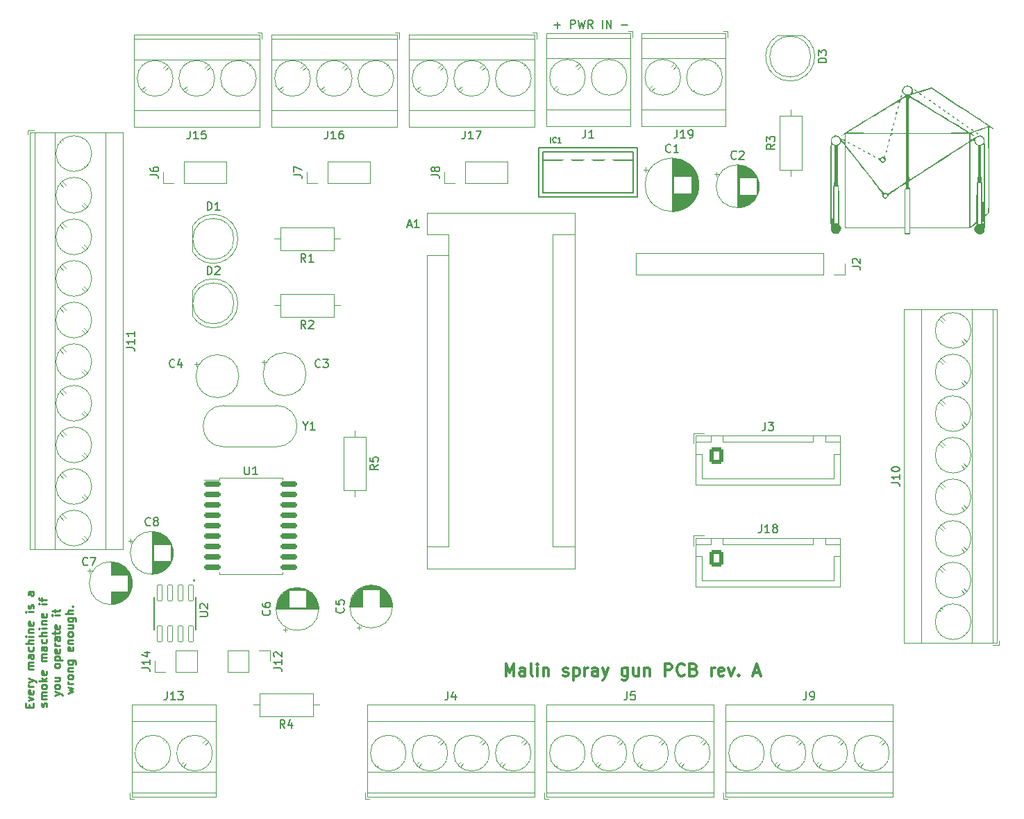
<source format=gto>
%TF.GenerationSoftware,KiCad,Pcbnew,6.0.4-6f826c9f35~116~ubuntu20.04.1*%
%TF.CreationDate,2022-04-13T14:27:07+02:00*%
%TF.ProjectId,sprayGun_PCB,73707261-7947-4756-9e5f-5043422e6b69,rev?*%
%TF.SameCoordinates,Original*%
%TF.FileFunction,Legend,Top*%
%TF.FilePolarity,Positive*%
%FSLAX46Y46*%
G04 Gerber Fmt 4.6, Leading zero omitted, Abs format (unit mm)*
G04 Created by KiCad (PCBNEW 6.0.4-6f826c9f35~116~ubuntu20.04.1) date 2022-04-13 14:27:07*
%MOMM*%
%LPD*%
G01*
G04 APERTURE LIST*
G04 Aperture macros list*
%AMRoundRect*
0 Rectangle with rounded corners*
0 $1 Rounding radius*
0 $2 $3 $4 $5 $6 $7 $8 $9 X,Y pos of 4 corners*
0 Add a 4 corners polygon primitive as box body*
4,1,4,$2,$3,$4,$5,$6,$7,$8,$9,$2,$3,0*
0 Add four circle primitives for the rounded corners*
1,1,$1+$1,$2,$3*
1,1,$1+$1,$4,$5*
1,1,$1+$1,$6,$7*
1,1,$1+$1,$8,$9*
0 Add four rect primitives between the rounded corners*
20,1,$1+$1,$2,$3,$4,$5,0*
20,1,$1+$1,$4,$5,$6,$7,0*
20,1,$1+$1,$6,$7,$8,$9,0*
20,1,$1+$1,$8,$9,$2,$3,0*%
G04 Aperture macros list end*
%ADD10C,0.150000*%
%ADD11C,0.250000*%
%ADD12C,0.300000*%
%ADD13C,0.200000*%
%ADD14C,0.127000*%
%ADD15C,0.120000*%
%ADD16RoundRect,0.042000X-0.258000X0.943000X-0.258000X-0.943000X0.258000X-0.943000X0.258000X0.943000X0*%
%ADD17R,1.600000X1.600000*%
%ADD18C,1.600000*%
%ADD19R,2.600000X2.600000*%
%ADD20C,2.600000*%
%ADD21O,1.700000X1.950000*%
%ADD22RoundRect,0.250000X-0.600000X-0.725000X0.600000X-0.725000X0.600000X0.725000X-0.600000X0.725000X0*%
%ADD23R,1.700000X1.700000*%
%ADD24O,1.700000X1.700000*%
%ADD25O,1.600000X1.600000*%
%ADD26C,1.800000*%
%ADD27R,1.800000X1.800000*%
%ADD28C,0.800000*%
%ADD29C,6.400000*%
%ADD30C,1.500000*%
%ADD31O,1.650000X3.300000*%
%ADD32RoundRect,0.150000X-0.875000X-0.150000X0.875000X-0.150000X0.875000X0.150000X-0.875000X0.150000X0*%
G04 APERTURE END LIST*
D10*
X154723809Y-48171428D02*
X155485714Y-48171428D01*
X155104761Y-48552380D02*
X155104761Y-47790476D01*
X156723809Y-48552380D02*
X156723809Y-47552380D01*
X157104761Y-47552380D01*
X157200000Y-47600000D01*
X157247619Y-47647619D01*
X157295238Y-47742857D01*
X157295238Y-47885714D01*
X157247619Y-47980952D01*
X157200000Y-48028571D01*
X157104761Y-48076190D01*
X156723809Y-48076190D01*
X157628571Y-47552380D02*
X157866666Y-48552380D01*
X158057142Y-47838095D01*
X158247619Y-48552380D01*
X158485714Y-47552380D01*
X159438095Y-48552380D02*
X159104761Y-48076190D01*
X158866666Y-48552380D02*
X158866666Y-47552380D01*
X159247619Y-47552380D01*
X159342857Y-47600000D01*
X159390476Y-47647619D01*
X159438095Y-47742857D01*
X159438095Y-47885714D01*
X159390476Y-47980952D01*
X159342857Y-48028571D01*
X159247619Y-48076190D01*
X158866666Y-48076190D01*
X160628571Y-48552380D02*
X160628571Y-47552380D01*
X161104761Y-48552380D02*
X161104761Y-47552380D01*
X161676190Y-48552380D01*
X161676190Y-47552380D01*
X162914285Y-48171428D02*
X163676190Y-48171428D01*
D11*
X90713571Y-131471428D02*
X90713571Y-131138095D01*
X91237380Y-130995238D02*
X91237380Y-131471428D01*
X90237380Y-131471428D01*
X90237380Y-130995238D01*
X90570714Y-130661904D02*
X91237380Y-130423809D01*
X90570714Y-130185714D01*
X91189761Y-129423809D02*
X91237380Y-129519047D01*
X91237380Y-129709523D01*
X91189761Y-129804761D01*
X91094523Y-129852380D01*
X90713571Y-129852380D01*
X90618333Y-129804761D01*
X90570714Y-129709523D01*
X90570714Y-129519047D01*
X90618333Y-129423809D01*
X90713571Y-129376190D01*
X90808809Y-129376190D01*
X90904047Y-129852380D01*
X91237380Y-128947619D02*
X90570714Y-128947619D01*
X90761190Y-128947619D02*
X90665952Y-128900000D01*
X90618333Y-128852380D01*
X90570714Y-128757142D01*
X90570714Y-128661904D01*
X90570714Y-128423809D02*
X91237380Y-128185714D01*
X90570714Y-127947619D02*
X91237380Y-128185714D01*
X91475476Y-128280952D01*
X91523095Y-128328571D01*
X91570714Y-128423809D01*
X91237380Y-126804761D02*
X90570714Y-126804761D01*
X90665952Y-126804761D02*
X90618333Y-126757142D01*
X90570714Y-126661904D01*
X90570714Y-126519047D01*
X90618333Y-126423809D01*
X90713571Y-126376190D01*
X91237380Y-126376190D01*
X90713571Y-126376190D02*
X90618333Y-126328571D01*
X90570714Y-126233333D01*
X90570714Y-126090476D01*
X90618333Y-125995238D01*
X90713571Y-125947619D01*
X91237380Y-125947619D01*
X91237380Y-125042857D02*
X90713571Y-125042857D01*
X90618333Y-125090476D01*
X90570714Y-125185714D01*
X90570714Y-125376190D01*
X90618333Y-125471428D01*
X91189761Y-125042857D02*
X91237380Y-125138095D01*
X91237380Y-125376190D01*
X91189761Y-125471428D01*
X91094523Y-125519047D01*
X90999285Y-125519047D01*
X90904047Y-125471428D01*
X90856428Y-125376190D01*
X90856428Y-125138095D01*
X90808809Y-125042857D01*
X91189761Y-124138095D02*
X91237380Y-124233333D01*
X91237380Y-124423809D01*
X91189761Y-124519047D01*
X91142142Y-124566666D01*
X91046904Y-124614285D01*
X90761190Y-124614285D01*
X90665952Y-124566666D01*
X90618333Y-124519047D01*
X90570714Y-124423809D01*
X90570714Y-124233333D01*
X90618333Y-124138095D01*
X91237380Y-123709523D02*
X90237380Y-123709523D01*
X91237380Y-123280952D02*
X90713571Y-123280952D01*
X90618333Y-123328571D01*
X90570714Y-123423809D01*
X90570714Y-123566666D01*
X90618333Y-123661904D01*
X90665952Y-123709523D01*
X91237380Y-122804761D02*
X90570714Y-122804761D01*
X90237380Y-122804761D02*
X90285000Y-122852380D01*
X90332619Y-122804761D01*
X90285000Y-122757142D01*
X90237380Y-122804761D01*
X90332619Y-122804761D01*
X90570714Y-122328571D02*
X91237380Y-122328571D01*
X90665952Y-122328571D02*
X90618333Y-122280952D01*
X90570714Y-122185714D01*
X90570714Y-122042857D01*
X90618333Y-121947619D01*
X90713571Y-121900000D01*
X91237380Y-121900000D01*
X91189761Y-121042857D02*
X91237380Y-121138095D01*
X91237380Y-121328571D01*
X91189761Y-121423809D01*
X91094523Y-121471428D01*
X90713571Y-121471428D01*
X90618333Y-121423809D01*
X90570714Y-121328571D01*
X90570714Y-121138095D01*
X90618333Y-121042857D01*
X90713571Y-120995238D01*
X90808809Y-120995238D01*
X90904047Y-121471428D01*
X91237380Y-119804761D02*
X90570714Y-119804761D01*
X90237380Y-119804761D02*
X90285000Y-119852380D01*
X90332619Y-119804761D01*
X90285000Y-119757142D01*
X90237380Y-119804761D01*
X90332619Y-119804761D01*
X91189761Y-119376190D02*
X91237380Y-119280952D01*
X91237380Y-119090476D01*
X91189761Y-118995238D01*
X91094523Y-118947619D01*
X91046904Y-118947619D01*
X90951666Y-118995238D01*
X90904047Y-119090476D01*
X90904047Y-119233333D01*
X90856428Y-119328571D01*
X90761190Y-119376190D01*
X90713571Y-119376190D01*
X90618333Y-119328571D01*
X90570714Y-119233333D01*
X90570714Y-119090476D01*
X90618333Y-118995238D01*
X91237380Y-117328571D02*
X90713571Y-117328571D01*
X90618333Y-117376190D01*
X90570714Y-117471428D01*
X90570714Y-117661904D01*
X90618333Y-117757142D01*
X91189761Y-117328571D02*
X91237380Y-117423809D01*
X91237380Y-117661904D01*
X91189761Y-117757142D01*
X91094523Y-117804761D01*
X90999285Y-117804761D01*
X90904047Y-117757142D01*
X90856428Y-117661904D01*
X90856428Y-117423809D01*
X90808809Y-117328571D01*
X92799761Y-131352380D02*
X92847380Y-131257142D01*
X92847380Y-131066666D01*
X92799761Y-130971428D01*
X92704523Y-130923809D01*
X92656904Y-130923809D01*
X92561666Y-130971428D01*
X92514047Y-131066666D01*
X92514047Y-131209523D01*
X92466428Y-131304761D01*
X92371190Y-131352380D01*
X92323571Y-131352380D01*
X92228333Y-131304761D01*
X92180714Y-131209523D01*
X92180714Y-131066666D01*
X92228333Y-130971428D01*
X92847380Y-130495238D02*
X92180714Y-130495238D01*
X92275952Y-130495238D02*
X92228333Y-130447619D01*
X92180714Y-130352380D01*
X92180714Y-130209523D01*
X92228333Y-130114285D01*
X92323571Y-130066666D01*
X92847380Y-130066666D01*
X92323571Y-130066666D02*
X92228333Y-130019047D01*
X92180714Y-129923809D01*
X92180714Y-129780952D01*
X92228333Y-129685714D01*
X92323571Y-129638095D01*
X92847380Y-129638095D01*
X92847380Y-129019047D02*
X92799761Y-129114285D01*
X92752142Y-129161904D01*
X92656904Y-129209523D01*
X92371190Y-129209523D01*
X92275952Y-129161904D01*
X92228333Y-129114285D01*
X92180714Y-129019047D01*
X92180714Y-128876190D01*
X92228333Y-128780952D01*
X92275952Y-128733333D01*
X92371190Y-128685714D01*
X92656904Y-128685714D01*
X92752142Y-128733333D01*
X92799761Y-128780952D01*
X92847380Y-128876190D01*
X92847380Y-129019047D01*
X92847380Y-128257142D02*
X91847380Y-128257142D01*
X92466428Y-128161904D02*
X92847380Y-127876190D01*
X92180714Y-127876190D02*
X92561666Y-128257142D01*
X92799761Y-127066666D02*
X92847380Y-127161904D01*
X92847380Y-127352380D01*
X92799761Y-127447619D01*
X92704523Y-127495238D01*
X92323571Y-127495238D01*
X92228333Y-127447619D01*
X92180714Y-127352380D01*
X92180714Y-127161904D01*
X92228333Y-127066666D01*
X92323571Y-127019047D01*
X92418809Y-127019047D01*
X92514047Y-127495238D01*
X92847380Y-125828571D02*
X92180714Y-125828571D01*
X92275952Y-125828571D02*
X92228333Y-125780952D01*
X92180714Y-125685714D01*
X92180714Y-125542857D01*
X92228333Y-125447619D01*
X92323571Y-125400000D01*
X92847380Y-125400000D01*
X92323571Y-125400000D02*
X92228333Y-125352380D01*
X92180714Y-125257142D01*
X92180714Y-125114285D01*
X92228333Y-125019047D01*
X92323571Y-124971428D01*
X92847380Y-124971428D01*
X92847380Y-124066666D02*
X92323571Y-124066666D01*
X92228333Y-124114285D01*
X92180714Y-124209523D01*
X92180714Y-124400000D01*
X92228333Y-124495238D01*
X92799761Y-124066666D02*
X92847380Y-124161904D01*
X92847380Y-124400000D01*
X92799761Y-124495238D01*
X92704523Y-124542857D01*
X92609285Y-124542857D01*
X92514047Y-124495238D01*
X92466428Y-124400000D01*
X92466428Y-124161904D01*
X92418809Y-124066666D01*
X92799761Y-123161904D02*
X92847380Y-123257142D01*
X92847380Y-123447619D01*
X92799761Y-123542857D01*
X92752142Y-123590476D01*
X92656904Y-123638095D01*
X92371190Y-123638095D01*
X92275952Y-123590476D01*
X92228333Y-123542857D01*
X92180714Y-123447619D01*
X92180714Y-123257142D01*
X92228333Y-123161904D01*
X92847380Y-122733333D02*
X91847380Y-122733333D01*
X92847380Y-122304761D02*
X92323571Y-122304761D01*
X92228333Y-122352380D01*
X92180714Y-122447619D01*
X92180714Y-122590476D01*
X92228333Y-122685714D01*
X92275952Y-122733333D01*
X92847380Y-121828571D02*
X92180714Y-121828571D01*
X91847380Y-121828571D02*
X91895000Y-121876190D01*
X91942619Y-121828571D01*
X91895000Y-121780952D01*
X91847380Y-121828571D01*
X91942619Y-121828571D01*
X92180714Y-121352380D02*
X92847380Y-121352380D01*
X92275952Y-121352380D02*
X92228333Y-121304761D01*
X92180714Y-121209523D01*
X92180714Y-121066666D01*
X92228333Y-120971428D01*
X92323571Y-120923809D01*
X92847380Y-120923809D01*
X92799761Y-120066666D02*
X92847380Y-120161904D01*
X92847380Y-120352380D01*
X92799761Y-120447619D01*
X92704523Y-120495238D01*
X92323571Y-120495238D01*
X92228333Y-120447619D01*
X92180714Y-120352380D01*
X92180714Y-120161904D01*
X92228333Y-120066666D01*
X92323571Y-120019047D01*
X92418809Y-120019047D01*
X92514047Y-120495238D01*
X92847380Y-118828571D02*
X92180714Y-118828571D01*
X91847380Y-118828571D02*
X91895000Y-118876190D01*
X91942619Y-118828571D01*
X91895000Y-118780952D01*
X91847380Y-118828571D01*
X91942619Y-118828571D01*
X92180714Y-118495238D02*
X92180714Y-118114285D01*
X92847380Y-118352380D02*
X91990238Y-118352380D01*
X91895000Y-118304761D01*
X91847380Y-118209523D01*
X91847380Y-118114285D01*
X93790714Y-130019047D02*
X94457380Y-129780952D01*
X93790714Y-129542857D02*
X94457380Y-129780952D01*
X94695476Y-129876190D01*
X94743095Y-129923809D01*
X94790714Y-130019047D01*
X94457380Y-129019047D02*
X94409761Y-129114285D01*
X94362142Y-129161904D01*
X94266904Y-129209523D01*
X93981190Y-129209523D01*
X93885952Y-129161904D01*
X93838333Y-129114285D01*
X93790714Y-129019047D01*
X93790714Y-128876190D01*
X93838333Y-128780952D01*
X93885952Y-128733333D01*
X93981190Y-128685714D01*
X94266904Y-128685714D01*
X94362142Y-128733333D01*
X94409761Y-128780952D01*
X94457380Y-128876190D01*
X94457380Y-129019047D01*
X93790714Y-127828571D02*
X94457380Y-127828571D01*
X93790714Y-128257142D02*
X94314523Y-128257142D01*
X94409761Y-128209523D01*
X94457380Y-128114285D01*
X94457380Y-127971428D01*
X94409761Y-127876190D01*
X94362142Y-127828571D01*
X94457380Y-126447619D02*
X94409761Y-126542857D01*
X94362142Y-126590476D01*
X94266904Y-126638095D01*
X93981190Y-126638095D01*
X93885952Y-126590476D01*
X93838333Y-126542857D01*
X93790714Y-126447619D01*
X93790714Y-126304761D01*
X93838333Y-126209523D01*
X93885952Y-126161904D01*
X93981190Y-126114285D01*
X94266904Y-126114285D01*
X94362142Y-126161904D01*
X94409761Y-126209523D01*
X94457380Y-126304761D01*
X94457380Y-126447619D01*
X93790714Y-125685714D02*
X94790714Y-125685714D01*
X93838333Y-125685714D02*
X93790714Y-125590476D01*
X93790714Y-125400000D01*
X93838333Y-125304761D01*
X93885952Y-125257142D01*
X93981190Y-125209523D01*
X94266904Y-125209523D01*
X94362142Y-125257142D01*
X94409761Y-125304761D01*
X94457380Y-125400000D01*
X94457380Y-125590476D01*
X94409761Y-125685714D01*
X94409761Y-124400000D02*
X94457380Y-124495238D01*
X94457380Y-124685714D01*
X94409761Y-124780952D01*
X94314523Y-124828571D01*
X93933571Y-124828571D01*
X93838333Y-124780952D01*
X93790714Y-124685714D01*
X93790714Y-124495238D01*
X93838333Y-124400000D01*
X93933571Y-124352380D01*
X94028809Y-124352380D01*
X94124047Y-124828571D01*
X94457380Y-123923809D02*
X93790714Y-123923809D01*
X93981190Y-123923809D02*
X93885952Y-123876190D01*
X93838333Y-123828571D01*
X93790714Y-123733333D01*
X93790714Y-123638095D01*
X94457380Y-122876190D02*
X93933571Y-122876190D01*
X93838333Y-122923809D01*
X93790714Y-123019047D01*
X93790714Y-123209523D01*
X93838333Y-123304761D01*
X94409761Y-122876190D02*
X94457380Y-122971428D01*
X94457380Y-123209523D01*
X94409761Y-123304761D01*
X94314523Y-123352380D01*
X94219285Y-123352380D01*
X94124047Y-123304761D01*
X94076428Y-123209523D01*
X94076428Y-122971428D01*
X94028809Y-122876190D01*
X93790714Y-122542857D02*
X93790714Y-122161904D01*
X93457380Y-122400000D02*
X94314523Y-122400000D01*
X94409761Y-122352380D01*
X94457380Y-122257142D01*
X94457380Y-122161904D01*
X94409761Y-121447619D02*
X94457380Y-121542857D01*
X94457380Y-121733333D01*
X94409761Y-121828571D01*
X94314523Y-121876190D01*
X93933571Y-121876190D01*
X93838333Y-121828571D01*
X93790714Y-121733333D01*
X93790714Y-121542857D01*
X93838333Y-121447619D01*
X93933571Y-121400000D01*
X94028809Y-121400000D01*
X94124047Y-121876190D01*
X94457380Y-120209523D02*
X93790714Y-120209523D01*
X93457380Y-120209523D02*
X93505000Y-120257142D01*
X93552619Y-120209523D01*
X93505000Y-120161904D01*
X93457380Y-120209523D01*
X93552619Y-120209523D01*
X93790714Y-119876190D02*
X93790714Y-119495238D01*
X93457380Y-119733333D02*
X94314523Y-119733333D01*
X94409761Y-119685714D01*
X94457380Y-119590476D01*
X94457380Y-119495238D01*
X95400714Y-129757142D02*
X96067380Y-129566666D01*
X95591190Y-129376190D01*
X96067380Y-129185714D01*
X95400714Y-128995238D01*
X96067380Y-128614285D02*
X95400714Y-128614285D01*
X95591190Y-128614285D02*
X95495952Y-128566666D01*
X95448333Y-128519047D01*
X95400714Y-128423809D01*
X95400714Y-128328571D01*
X96067380Y-127852380D02*
X96019761Y-127947619D01*
X95972142Y-127995238D01*
X95876904Y-128042857D01*
X95591190Y-128042857D01*
X95495952Y-127995238D01*
X95448333Y-127947619D01*
X95400714Y-127852380D01*
X95400714Y-127709523D01*
X95448333Y-127614285D01*
X95495952Y-127566666D01*
X95591190Y-127519047D01*
X95876904Y-127519047D01*
X95972142Y-127566666D01*
X96019761Y-127614285D01*
X96067380Y-127709523D01*
X96067380Y-127852380D01*
X95400714Y-127090476D02*
X96067380Y-127090476D01*
X95495952Y-127090476D02*
X95448333Y-127042857D01*
X95400714Y-126947619D01*
X95400714Y-126804761D01*
X95448333Y-126709523D01*
X95543571Y-126661904D01*
X96067380Y-126661904D01*
X95400714Y-125757142D02*
X96210238Y-125757142D01*
X96305476Y-125804761D01*
X96353095Y-125852380D01*
X96400714Y-125947619D01*
X96400714Y-126090476D01*
X96353095Y-126185714D01*
X96019761Y-125757142D02*
X96067380Y-125852380D01*
X96067380Y-126042857D01*
X96019761Y-126138095D01*
X95972142Y-126185714D01*
X95876904Y-126233333D01*
X95591190Y-126233333D01*
X95495952Y-126185714D01*
X95448333Y-126138095D01*
X95400714Y-126042857D01*
X95400714Y-125852380D01*
X95448333Y-125757142D01*
X96019761Y-124138095D02*
X96067380Y-124233333D01*
X96067380Y-124423809D01*
X96019761Y-124519047D01*
X95924523Y-124566666D01*
X95543571Y-124566666D01*
X95448333Y-124519047D01*
X95400714Y-124423809D01*
X95400714Y-124233333D01*
X95448333Y-124138095D01*
X95543571Y-124090476D01*
X95638809Y-124090476D01*
X95734047Y-124566666D01*
X95400714Y-123661904D02*
X96067380Y-123661904D01*
X95495952Y-123661904D02*
X95448333Y-123614285D01*
X95400714Y-123519047D01*
X95400714Y-123376190D01*
X95448333Y-123280952D01*
X95543571Y-123233333D01*
X96067380Y-123233333D01*
X96067380Y-122614285D02*
X96019761Y-122709523D01*
X95972142Y-122757142D01*
X95876904Y-122804761D01*
X95591190Y-122804761D01*
X95495952Y-122757142D01*
X95448333Y-122709523D01*
X95400714Y-122614285D01*
X95400714Y-122471428D01*
X95448333Y-122376190D01*
X95495952Y-122328571D01*
X95591190Y-122280952D01*
X95876904Y-122280952D01*
X95972142Y-122328571D01*
X96019761Y-122376190D01*
X96067380Y-122471428D01*
X96067380Y-122614285D01*
X95400714Y-121423809D02*
X96067380Y-121423809D01*
X95400714Y-121852380D02*
X95924523Y-121852380D01*
X96019761Y-121804761D01*
X96067380Y-121709523D01*
X96067380Y-121566666D01*
X96019761Y-121471428D01*
X95972142Y-121423809D01*
X95400714Y-120519047D02*
X96210238Y-120519047D01*
X96305476Y-120566666D01*
X96353095Y-120614285D01*
X96400714Y-120709523D01*
X96400714Y-120852380D01*
X96353095Y-120947619D01*
X96019761Y-120519047D02*
X96067380Y-120614285D01*
X96067380Y-120804761D01*
X96019761Y-120900000D01*
X95972142Y-120947619D01*
X95876904Y-120995238D01*
X95591190Y-120995238D01*
X95495952Y-120947619D01*
X95448333Y-120900000D01*
X95400714Y-120804761D01*
X95400714Y-120614285D01*
X95448333Y-120519047D01*
X96067380Y-120042857D02*
X95067380Y-120042857D01*
X96067380Y-119614285D02*
X95543571Y-119614285D01*
X95448333Y-119661904D01*
X95400714Y-119757142D01*
X95400714Y-119900000D01*
X95448333Y-119995238D01*
X95495952Y-120042857D01*
X95972142Y-119138095D02*
X96019761Y-119090476D01*
X96067380Y-119138095D01*
X96019761Y-119185714D01*
X95972142Y-119138095D01*
X96067380Y-119138095D01*
D12*
X148821428Y-127628571D02*
X148821428Y-126128571D01*
X149321428Y-127200000D01*
X149821428Y-126128571D01*
X149821428Y-127628571D01*
X151178571Y-127628571D02*
X151178571Y-126842857D01*
X151107142Y-126700000D01*
X150964285Y-126628571D01*
X150678571Y-126628571D01*
X150535714Y-126700000D01*
X151178571Y-127557142D02*
X151035714Y-127628571D01*
X150678571Y-127628571D01*
X150535714Y-127557142D01*
X150464285Y-127414285D01*
X150464285Y-127271428D01*
X150535714Y-127128571D01*
X150678571Y-127057142D01*
X151035714Y-127057142D01*
X151178571Y-126985714D01*
X152107142Y-127628571D02*
X151964285Y-127557142D01*
X151892857Y-127414285D01*
X151892857Y-126128571D01*
X152678571Y-127628571D02*
X152678571Y-126628571D01*
X152678571Y-126128571D02*
X152607142Y-126200000D01*
X152678571Y-126271428D01*
X152750000Y-126200000D01*
X152678571Y-126128571D01*
X152678571Y-126271428D01*
X153392857Y-126628571D02*
X153392857Y-127628571D01*
X153392857Y-126771428D02*
X153464285Y-126700000D01*
X153607142Y-126628571D01*
X153821428Y-126628571D01*
X153964285Y-126700000D01*
X154035714Y-126842857D01*
X154035714Y-127628571D01*
X155821428Y-127557142D02*
X155964285Y-127628571D01*
X156250000Y-127628571D01*
X156392857Y-127557142D01*
X156464285Y-127414285D01*
X156464285Y-127342857D01*
X156392857Y-127200000D01*
X156250000Y-127128571D01*
X156035714Y-127128571D01*
X155892857Y-127057142D01*
X155821428Y-126914285D01*
X155821428Y-126842857D01*
X155892857Y-126700000D01*
X156035714Y-126628571D01*
X156250000Y-126628571D01*
X156392857Y-126700000D01*
X157107142Y-126628571D02*
X157107142Y-128128571D01*
X157107142Y-126700000D02*
X157250000Y-126628571D01*
X157535714Y-126628571D01*
X157678571Y-126700000D01*
X157750000Y-126771428D01*
X157821428Y-126914285D01*
X157821428Y-127342857D01*
X157750000Y-127485714D01*
X157678571Y-127557142D01*
X157535714Y-127628571D01*
X157250000Y-127628571D01*
X157107142Y-127557142D01*
X158464285Y-127628571D02*
X158464285Y-126628571D01*
X158464285Y-126914285D02*
X158535714Y-126771428D01*
X158607142Y-126700000D01*
X158750000Y-126628571D01*
X158892857Y-126628571D01*
X160035714Y-127628571D02*
X160035714Y-126842857D01*
X159964285Y-126700000D01*
X159821428Y-126628571D01*
X159535714Y-126628571D01*
X159392857Y-126700000D01*
X160035714Y-127557142D02*
X159892857Y-127628571D01*
X159535714Y-127628571D01*
X159392857Y-127557142D01*
X159321428Y-127414285D01*
X159321428Y-127271428D01*
X159392857Y-127128571D01*
X159535714Y-127057142D01*
X159892857Y-127057142D01*
X160035714Y-126985714D01*
X160607142Y-126628571D02*
X160964285Y-127628571D01*
X161321428Y-126628571D02*
X160964285Y-127628571D01*
X160821428Y-127985714D01*
X160750000Y-128057142D01*
X160607142Y-128128571D01*
X163678571Y-126628571D02*
X163678571Y-127842857D01*
X163607142Y-127985714D01*
X163535714Y-128057142D01*
X163392857Y-128128571D01*
X163178571Y-128128571D01*
X163035714Y-128057142D01*
X163678571Y-127557142D02*
X163535714Y-127628571D01*
X163250000Y-127628571D01*
X163107142Y-127557142D01*
X163035714Y-127485714D01*
X162964285Y-127342857D01*
X162964285Y-126914285D01*
X163035714Y-126771428D01*
X163107142Y-126700000D01*
X163250000Y-126628571D01*
X163535714Y-126628571D01*
X163678571Y-126700000D01*
X165035714Y-126628571D02*
X165035714Y-127628571D01*
X164392857Y-126628571D02*
X164392857Y-127414285D01*
X164464285Y-127557142D01*
X164607142Y-127628571D01*
X164821428Y-127628571D01*
X164964285Y-127557142D01*
X165035714Y-127485714D01*
X165750000Y-126628571D02*
X165750000Y-127628571D01*
X165750000Y-126771428D02*
X165821428Y-126700000D01*
X165964285Y-126628571D01*
X166178571Y-126628571D01*
X166321428Y-126700000D01*
X166392857Y-126842857D01*
X166392857Y-127628571D01*
X168250000Y-127628571D02*
X168250000Y-126128571D01*
X168821428Y-126128571D01*
X168964285Y-126200000D01*
X169035714Y-126271428D01*
X169107142Y-126414285D01*
X169107142Y-126628571D01*
X169035714Y-126771428D01*
X168964285Y-126842857D01*
X168821428Y-126914285D01*
X168250000Y-126914285D01*
X170607142Y-127485714D02*
X170535714Y-127557142D01*
X170321428Y-127628571D01*
X170178571Y-127628571D01*
X169964285Y-127557142D01*
X169821428Y-127414285D01*
X169750000Y-127271428D01*
X169678571Y-126985714D01*
X169678571Y-126771428D01*
X169750000Y-126485714D01*
X169821428Y-126342857D01*
X169964285Y-126200000D01*
X170178571Y-126128571D01*
X170321428Y-126128571D01*
X170535714Y-126200000D01*
X170607142Y-126271428D01*
X171750000Y-126842857D02*
X171964285Y-126914285D01*
X172035714Y-126985714D01*
X172107142Y-127128571D01*
X172107142Y-127342857D01*
X172035714Y-127485714D01*
X171964285Y-127557142D01*
X171821428Y-127628571D01*
X171250000Y-127628571D01*
X171250000Y-126128571D01*
X171750000Y-126128571D01*
X171892857Y-126200000D01*
X171964285Y-126271428D01*
X172035714Y-126414285D01*
X172035714Y-126557142D01*
X171964285Y-126700000D01*
X171892857Y-126771428D01*
X171750000Y-126842857D01*
X171250000Y-126842857D01*
X173892857Y-127628571D02*
X173892857Y-126628571D01*
X173892857Y-126914285D02*
X173964285Y-126771428D01*
X174035714Y-126700000D01*
X174178571Y-126628571D01*
X174321428Y-126628571D01*
X175392857Y-127557142D02*
X175250000Y-127628571D01*
X174964285Y-127628571D01*
X174821428Y-127557142D01*
X174750000Y-127414285D01*
X174750000Y-126842857D01*
X174821428Y-126700000D01*
X174964285Y-126628571D01*
X175250000Y-126628571D01*
X175392857Y-126700000D01*
X175464285Y-126842857D01*
X175464285Y-126985714D01*
X174750000Y-127128571D01*
X175964285Y-126628571D02*
X176321428Y-127628571D01*
X176678571Y-126628571D01*
X177250000Y-127485714D02*
X177321428Y-127557142D01*
X177250000Y-127628571D01*
X177178571Y-127557142D01*
X177250000Y-127485714D01*
X177250000Y-127628571D01*
X179035714Y-127200000D02*
X179749999Y-127200000D01*
X178892857Y-127628571D02*
X179392857Y-126128571D01*
X179892857Y-127628571D01*
D10*
%TO.C,U2*%
X111489380Y-120376904D02*
X112298904Y-120376904D01*
X112394142Y-120329285D01*
X112441761Y-120281666D01*
X112489380Y-120186428D01*
X112489380Y-119995952D01*
X112441761Y-119900714D01*
X112394142Y-119853095D01*
X112298904Y-119805476D01*
X111489380Y-119805476D01*
X111584619Y-119376904D02*
X111537000Y-119329285D01*
X111489380Y-119234047D01*
X111489380Y-118995952D01*
X111537000Y-118900714D01*
X111584619Y-118853095D01*
X111679857Y-118805476D01*
X111775095Y-118805476D01*
X111917952Y-118853095D01*
X112489380Y-119424523D01*
X112489380Y-118805476D01*
%TO.C,C8*%
X105478221Y-109207142D02*
X105430602Y-109254761D01*
X105287745Y-109302380D01*
X105192507Y-109302380D01*
X105049649Y-109254761D01*
X104954411Y-109159523D01*
X104906792Y-109064285D01*
X104859173Y-108873809D01*
X104859173Y-108730952D01*
X104906792Y-108540476D01*
X104954411Y-108445238D01*
X105049649Y-108350000D01*
X105192507Y-108302380D01*
X105287745Y-108302380D01*
X105430602Y-108350000D01*
X105478221Y-108397619D01*
X106049649Y-108730952D02*
X105954411Y-108683333D01*
X105906792Y-108635714D01*
X105859173Y-108540476D01*
X105859173Y-108492857D01*
X105906792Y-108397619D01*
X105954411Y-108350000D01*
X106049649Y-108302380D01*
X106240126Y-108302380D01*
X106335364Y-108350000D01*
X106382983Y-108397619D01*
X106430602Y-108492857D01*
X106430602Y-108540476D01*
X106382983Y-108635714D01*
X106335364Y-108683333D01*
X106240126Y-108730952D01*
X106049649Y-108730952D01*
X105954411Y-108778571D01*
X105906792Y-108826190D01*
X105859173Y-108921428D01*
X105859173Y-109111904D01*
X105906792Y-109207142D01*
X105954411Y-109254761D01*
X106049649Y-109302380D01*
X106240126Y-109302380D01*
X106335364Y-109254761D01*
X106382983Y-109207142D01*
X106430602Y-109111904D01*
X106430602Y-108921428D01*
X106382983Y-108826190D01*
X106335364Y-108778571D01*
X106240126Y-108730952D01*
%TO.C,C7*%
X97833333Y-114057142D02*
X97785714Y-114104761D01*
X97642857Y-114152380D01*
X97547619Y-114152380D01*
X97404761Y-114104761D01*
X97309523Y-114009523D01*
X97261904Y-113914285D01*
X97214285Y-113723809D01*
X97214285Y-113580952D01*
X97261904Y-113390476D01*
X97309523Y-113295238D01*
X97404761Y-113200000D01*
X97547619Y-113152380D01*
X97642857Y-113152380D01*
X97785714Y-113200000D01*
X97833333Y-113247619D01*
X98166666Y-113152380D02*
X98833333Y-113152380D01*
X98404761Y-114152380D01*
%TO.C,C6*%
X120007142Y-119621779D02*
X120054761Y-119669398D01*
X120102380Y-119812255D01*
X120102380Y-119907493D01*
X120054761Y-120050351D01*
X119959523Y-120145589D01*
X119864285Y-120193208D01*
X119673809Y-120240827D01*
X119530952Y-120240827D01*
X119340476Y-120193208D01*
X119245238Y-120145589D01*
X119150000Y-120050351D01*
X119102380Y-119907493D01*
X119102380Y-119812255D01*
X119150000Y-119669398D01*
X119197619Y-119621779D01*
X119102380Y-118764636D02*
X119102380Y-118955113D01*
X119150000Y-119050351D01*
X119197619Y-119097970D01*
X119340476Y-119193208D01*
X119530952Y-119240827D01*
X119911904Y-119240827D01*
X120007142Y-119193208D01*
X120054761Y-119145589D01*
X120102380Y-119050351D01*
X120102380Y-118859874D01*
X120054761Y-118764636D01*
X120007142Y-118717017D01*
X119911904Y-118669398D01*
X119673809Y-118669398D01*
X119578571Y-118717017D01*
X119530952Y-118764636D01*
X119483333Y-118859874D01*
X119483333Y-119050351D01*
X119530952Y-119145589D01*
X119578571Y-119193208D01*
X119673809Y-119240827D01*
%TO.C,C5*%
X129007142Y-119321778D02*
X129054761Y-119369397D01*
X129102380Y-119512254D01*
X129102380Y-119607492D01*
X129054761Y-119750350D01*
X128959523Y-119845588D01*
X128864285Y-119893207D01*
X128673809Y-119940826D01*
X128530952Y-119940826D01*
X128340476Y-119893207D01*
X128245238Y-119845588D01*
X128150000Y-119750350D01*
X128102380Y-119607492D01*
X128102380Y-119512254D01*
X128150000Y-119369397D01*
X128197619Y-119321778D01*
X128102380Y-118417016D02*
X128102380Y-118893207D01*
X128578571Y-118940826D01*
X128530952Y-118893207D01*
X128483333Y-118797969D01*
X128483333Y-118559873D01*
X128530952Y-118464635D01*
X128578571Y-118417016D01*
X128673809Y-118369397D01*
X128911904Y-118369397D01*
X129007142Y-118417016D01*
X129054761Y-118464635D01*
X129102380Y-118559873D01*
X129102380Y-118797969D01*
X129054761Y-118893207D01*
X129007142Y-118940826D01*
%TO.C,J19*%
X169700476Y-60962380D02*
X169700476Y-61676666D01*
X169652857Y-61819523D01*
X169557619Y-61914761D01*
X169414761Y-61962380D01*
X169319523Y-61962380D01*
X170700476Y-61962380D02*
X170129047Y-61962380D01*
X170414761Y-61962380D02*
X170414761Y-60962380D01*
X170319523Y-61105238D01*
X170224285Y-61200476D01*
X170129047Y-61248095D01*
X171176666Y-61962380D02*
X171367142Y-61962380D01*
X171462380Y-61914761D01*
X171510000Y-61867142D01*
X171605238Y-61724285D01*
X171652857Y-61533809D01*
X171652857Y-61152857D01*
X171605238Y-61057619D01*
X171557619Y-61010000D01*
X171462380Y-60962380D01*
X171271904Y-60962380D01*
X171176666Y-61010000D01*
X171129047Y-61057619D01*
X171081428Y-61152857D01*
X171081428Y-61390952D01*
X171129047Y-61486190D01*
X171176666Y-61533809D01*
X171271904Y-61581428D01*
X171462380Y-61581428D01*
X171557619Y-61533809D01*
X171605238Y-61486190D01*
X171652857Y-61390952D01*
%TO.C,J18*%
X179990476Y-109152380D02*
X179990476Y-109866666D01*
X179942857Y-110009523D01*
X179847619Y-110104761D01*
X179704761Y-110152380D01*
X179609523Y-110152380D01*
X180990476Y-110152380D02*
X180419047Y-110152380D01*
X180704761Y-110152380D02*
X180704761Y-109152380D01*
X180609523Y-109295238D01*
X180514285Y-109390476D01*
X180419047Y-109438095D01*
X181561904Y-109580952D02*
X181466666Y-109533333D01*
X181419047Y-109485714D01*
X181371428Y-109390476D01*
X181371428Y-109342857D01*
X181419047Y-109247619D01*
X181466666Y-109200000D01*
X181561904Y-109152380D01*
X181752380Y-109152380D01*
X181847619Y-109200000D01*
X181895238Y-109247619D01*
X181942857Y-109342857D01*
X181942857Y-109390476D01*
X181895238Y-109485714D01*
X181847619Y-109533333D01*
X181752380Y-109580952D01*
X181561904Y-109580952D01*
X181466666Y-109628571D01*
X181419047Y-109676190D01*
X181371428Y-109771428D01*
X181371428Y-109961904D01*
X181419047Y-110057142D01*
X181466666Y-110104761D01*
X181561904Y-110152380D01*
X181752380Y-110152380D01*
X181847619Y-110104761D01*
X181895238Y-110057142D01*
X181942857Y-109961904D01*
X181942857Y-109771428D01*
X181895238Y-109676190D01*
X181847619Y-109628571D01*
X181752380Y-109580952D01*
%TO.C,J3*%
X180466666Y-96652380D02*
X180466666Y-97366666D01*
X180419047Y-97509523D01*
X180323809Y-97604761D01*
X180180952Y-97652380D01*
X180085714Y-97652380D01*
X180847619Y-96652380D02*
X181466666Y-96652380D01*
X181133333Y-97033333D01*
X181276190Y-97033333D01*
X181371428Y-97080952D01*
X181419047Y-97128571D01*
X181466666Y-97223809D01*
X181466666Y-97461904D01*
X181419047Y-97557142D01*
X181371428Y-97604761D01*
X181276190Y-97652380D01*
X180990476Y-97652380D01*
X180895238Y-97604761D01*
X180847619Y-97557142D01*
%TO.C,J2*%
X191072380Y-77659333D02*
X191786666Y-77659333D01*
X191929523Y-77706952D01*
X192024761Y-77802190D01*
X192072380Y-77945047D01*
X192072380Y-78040285D01*
X191167619Y-77230761D02*
X191120000Y-77183142D01*
X191072380Y-77087904D01*
X191072380Y-76849809D01*
X191120000Y-76754571D01*
X191167619Y-76706952D01*
X191262857Y-76659333D01*
X191358095Y-76659333D01*
X191500952Y-76706952D01*
X192072380Y-77278380D01*
X192072380Y-76659333D01*
%TO.C,J9*%
X185468666Y-129554380D02*
X185468666Y-130268666D01*
X185421047Y-130411523D01*
X185325809Y-130506761D01*
X185182952Y-130554380D01*
X185087714Y-130554380D01*
X185992476Y-130554380D02*
X186182952Y-130554380D01*
X186278190Y-130506761D01*
X186325809Y-130459142D01*
X186421047Y-130316285D01*
X186468666Y-130125809D01*
X186468666Y-129744857D01*
X186421047Y-129649619D01*
X186373428Y-129602000D01*
X186278190Y-129554380D01*
X186087714Y-129554380D01*
X185992476Y-129602000D01*
X185944857Y-129649619D01*
X185897238Y-129744857D01*
X185897238Y-129982952D01*
X185944857Y-130078190D01*
X185992476Y-130125809D01*
X186087714Y-130173428D01*
X186278190Y-130173428D01*
X186373428Y-130125809D01*
X186421047Y-130078190D01*
X186468666Y-129982952D01*
%TO.C,C3*%
X126199333Y-89875142D02*
X126151714Y-89922761D01*
X126008857Y-89970380D01*
X125913619Y-89970380D01*
X125770761Y-89922761D01*
X125675523Y-89827523D01*
X125627904Y-89732285D01*
X125580285Y-89541809D01*
X125580285Y-89398952D01*
X125627904Y-89208476D01*
X125675523Y-89113238D01*
X125770761Y-89018000D01*
X125913619Y-88970380D01*
X126008857Y-88970380D01*
X126151714Y-89018000D01*
X126199333Y-89065619D01*
X126532666Y-88970380D02*
X127151714Y-88970380D01*
X126818380Y-89351333D01*
X126961238Y-89351333D01*
X127056476Y-89398952D01*
X127104095Y-89446571D01*
X127151714Y-89541809D01*
X127151714Y-89779904D01*
X127104095Y-89875142D01*
X127056476Y-89922761D01*
X126961238Y-89970380D01*
X126675523Y-89970380D01*
X126580285Y-89922761D01*
X126532666Y-89875142D01*
%TO.C,R2*%
X124416333Y-85228380D02*
X124083000Y-84752190D01*
X123844904Y-85228380D02*
X123844904Y-84228380D01*
X124225857Y-84228380D01*
X124321095Y-84276000D01*
X124368714Y-84323619D01*
X124416333Y-84418857D01*
X124416333Y-84561714D01*
X124368714Y-84656952D01*
X124321095Y-84704571D01*
X124225857Y-84752190D01*
X123844904Y-84752190D01*
X124797285Y-84323619D02*
X124844904Y-84276000D01*
X124940142Y-84228380D01*
X125178238Y-84228380D01*
X125273476Y-84276000D01*
X125321095Y-84323619D01*
X125368714Y-84418857D01*
X125368714Y-84514095D01*
X125321095Y-84656952D01*
X124749666Y-85228380D01*
X125368714Y-85228380D01*
%TO.C,J14*%
X104433380Y-126649523D02*
X105147666Y-126649523D01*
X105290523Y-126697142D01*
X105385761Y-126792380D01*
X105433380Y-126935238D01*
X105433380Y-127030476D01*
X105433380Y-125649523D02*
X105433380Y-126220952D01*
X105433380Y-125935238D02*
X104433380Y-125935238D01*
X104576238Y-126030476D01*
X104671476Y-126125714D01*
X104719095Y-126220952D01*
X104766714Y-124792380D02*
X105433380Y-124792380D01*
X104385761Y-125030476D02*
X105100047Y-125268571D01*
X105100047Y-124649523D01*
%TO.C,D1*%
X112414904Y-70770380D02*
X112414904Y-69770380D01*
X112653000Y-69770380D01*
X112795857Y-69818000D01*
X112891095Y-69913238D01*
X112938714Y-70008476D01*
X112986333Y-70198952D01*
X112986333Y-70341809D01*
X112938714Y-70532285D01*
X112891095Y-70627523D01*
X112795857Y-70722761D01*
X112653000Y-70770380D01*
X112414904Y-70770380D01*
X113938714Y-70770380D02*
X113367285Y-70770380D01*
X113653000Y-70770380D02*
X113653000Y-69770380D01*
X113557761Y-69913238D01*
X113462523Y-70008476D01*
X113367285Y-70056095D01*
%TO.C,A1*%
X136827714Y-72601666D02*
X137303904Y-72601666D01*
X136732476Y-72887380D02*
X137065809Y-71887380D01*
X137399142Y-72887380D01*
X138256285Y-72887380D02*
X137684857Y-72887380D01*
X137970571Y-72887380D02*
X137970571Y-71887380D01*
X137875333Y-72030238D01*
X137780095Y-72125476D01*
X137684857Y-72173095D01*
%TO.C,R4*%
X121881333Y-133996380D02*
X121548000Y-133520190D01*
X121309904Y-133996380D02*
X121309904Y-132996380D01*
X121690857Y-132996380D01*
X121786095Y-133044000D01*
X121833714Y-133091619D01*
X121881333Y-133186857D01*
X121881333Y-133329714D01*
X121833714Y-133424952D01*
X121786095Y-133472571D01*
X121690857Y-133520190D01*
X121309904Y-133520190D01*
X122738476Y-133329714D02*
X122738476Y-133996380D01*
X122500380Y-132948761D02*
X122262285Y-133663047D01*
X122881333Y-133663047D01*
%TO.C,J16*%
X127085476Y-61086380D02*
X127085476Y-61800666D01*
X127037857Y-61943523D01*
X126942619Y-62038761D01*
X126799761Y-62086380D01*
X126704523Y-62086380D01*
X128085476Y-62086380D02*
X127514047Y-62086380D01*
X127799761Y-62086380D02*
X127799761Y-61086380D01*
X127704523Y-61229238D01*
X127609285Y-61324476D01*
X127514047Y-61372095D01*
X128942619Y-61086380D02*
X128752142Y-61086380D01*
X128656904Y-61134000D01*
X128609285Y-61181619D01*
X128514047Y-61324476D01*
X128466428Y-61514952D01*
X128466428Y-61895904D01*
X128514047Y-61991142D01*
X128561666Y-62038761D01*
X128656904Y-62086380D01*
X128847380Y-62086380D01*
X128942619Y-62038761D01*
X128990238Y-61991142D01*
X129037857Y-61895904D01*
X129037857Y-61657809D01*
X128990238Y-61562571D01*
X128942619Y-61514952D01*
X128847380Y-61467333D01*
X128656904Y-61467333D01*
X128561666Y-61514952D01*
X128514047Y-61562571D01*
X128466428Y-61657809D01*
%TO.C,Y1*%
X124365809Y-97114190D02*
X124365809Y-97590380D01*
X124032476Y-96590380D02*
X124365809Y-97114190D01*
X124699142Y-96590380D01*
X125556285Y-97590380D02*
X124984857Y-97590380D01*
X125270571Y-97590380D02*
X125270571Y-96590380D01*
X125175333Y-96733238D01*
X125080095Y-96828476D01*
X124984857Y-96876095D01*
%TO.C,J5*%
X163624666Y-129554380D02*
X163624666Y-130268666D01*
X163577047Y-130411523D01*
X163481809Y-130506761D01*
X163338952Y-130554380D01*
X163243714Y-130554380D01*
X164577047Y-129554380D02*
X164100857Y-129554380D01*
X164053238Y-130030571D01*
X164100857Y-129982952D01*
X164196095Y-129935333D01*
X164434190Y-129935333D01*
X164529428Y-129982952D01*
X164577047Y-130030571D01*
X164624666Y-130125809D01*
X164624666Y-130363904D01*
X164577047Y-130459142D01*
X164529428Y-130506761D01*
X164434190Y-130554380D01*
X164196095Y-130554380D01*
X164100857Y-130506761D01*
X164053238Y-130459142D01*
%TO.C,R5*%
X133252380Y-101876666D02*
X132776190Y-102210000D01*
X133252380Y-102448095D02*
X132252380Y-102448095D01*
X132252380Y-102067142D01*
X132300000Y-101971904D01*
X132347619Y-101924285D01*
X132442857Y-101876666D01*
X132585714Y-101876666D01*
X132680952Y-101924285D01*
X132728571Y-101971904D01*
X132776190Y-102067142D01*
X132776190Y-102448095D01*
X132252380Y-100971904D02*
X132252380Y-101448095D01*
X132728571Y-101495714D01*
X132680952Y-101448095D01*
X132633333Y-101352857D01*
X132633333Y-101114761D01*
X132680952Y-101019523D01*
X132728571Y-100971904D01*
X132823809Y-100924285D01*
X133061904Y-100924285D01*
X133157142Y-100971904D01*
X133204761Y-101019523D01*
X133252380Y-101114761D01*
X133252380Y-101352857D01*
X133204761Y-101448095D01*
X133157142Y-101495714D01*
%TO.C,J11*%
X102552380Y-87533523D02*
X103266666Y-87533523D01*
X103409523Y-87581142D01*
X103504761Y-87676380D01*
X103552380Y-87819238D01*
X103552380Y-87914476D01*
X103552380Y-86533523D02*
X103552380Y-87104952D01*
X103552380Y-86819238D02*
X102552380Y-86819238D01*
X102695238Y-86914476D01*
X102790476Y-87009714D01*
X102838095Y-87104952D01*
X103552380Y-85581142D02*
X103552380Y-86152571D01*
X103552380Y-85866857D02*
X102552380Y-85866857D01*
X102695238Y-85962095D01*
X102790476Y-86057333D01*
X102838095Y-86152571D01*
%TO.C,C4*%
X108419333Y-89875142D02*
X108371714Y-89922761D01*
X108228857Y-89970380D01*
X108133619Y-89970380D01*
X107990761Y-89922761D01*
X107895523Y-89827523D01*
X107847904Y-89732285D01*
X107800285Y-89541809D01*
X107800285Y-89398952D01*
X107847904Y-89208476D01*
X107895523Y-89113238D01*
X107990761Y-89018000D01*
X108133619Y-88970380D01*
X108228857Y-88970380D01*
X108371714Y-89018000D01*
X108419333Y-89065619D01*
X109276476Y-89303714D02*
X109276476Y-89970380D01*
X109038380Y-88922761D02*
X108800285Y-89637047D01*
X109419333Y-89637047D01*
%TO.C,C1*%
X168938954Y-63631142D02*
X168891335Y-63678761D01*
X168748478Y-63726380D01*
X168653240Y-63726380D01*
X168510382Y-63678761D01*
X168415144Y-63583523D01*
X168367525Y-63488285D01*
X168319906Y-63297809D01*
X168319906Y-63154952D01*
X168367525Y-62964476D01*
X168415144Y-62869238D01*
X168510382Y-62774000D01*
X168653240Y-62726380D01*
X168748478Y-62726380D01*
X168891335Y-62774000D01*
X168938954Y-62821619D01*
X169891335Y-63726380D02*
X169319906Y-63726380D01*
X169605621Y-63726380D02*
X169605621Y-62726380D01*
X169510382Y-62869238D01*
X169415144Y-62964476D01*
X169319906Y-63012095D01*
%TO.C,J4*%
X141780666Y-129554380D02*
X141780666Y-130268666D01*
X141733047Y-130411523D01*
X141637809Y-130506761D01*
X141494952Y-130554380D01*
X141399714Y-130554380D01*
X142685428Y-129887714D02*
X142685428Y-130554380D01*
X142447333Y-129506761D02*
X142209238Y-130221047D01*
X142828285Y-130221047D01*
%TO.C,J1*%
X158549666Y-60962380D02*
X158549666Y-61676666D01*
X158502047Y-61819523D01*
X158406809Y-61914761D01*
X158263952Y-61962380D01*
X158168714Y-61962380D01*
X159549666Y-61962380D02*
X158978238Y-61962380D01*
X159263952Y-61962380D02*
X159263952Y-60962380D01*
X159168714Y-61105238D01*
X159073476Y-61200476D01*
X158978238Y-61248095D01*
%TO.C,C2*%
X176928221Y-64457142D02*
X176880602Y-64504761D01*
X176737745Y-64552380D01*
X176642507Y-64552380D01*
X176499649Y-64504761D01*
X176404411Y-64409523D01*
X176356792Y-64314285D01*
X176309173Y-64123809D01*
X176309173Y-63980952D01*
X176356792Y-63790476D01*
X176404411Y-63695238D01*
X176499649Y-63600000D01*
X176642507Y-63552380D01*
X176737745Y-63552380D01*
X176880602Y-63600000D01*
X176928221Y-63647619D01*
X177309173Y-63647619D02*
X177356792Y-63600000D01*
X177452030Y-63552380D01*
X177690126Y-63552380D01*
X177785364Y-63600000D01*
X177832983Y-63647619D01*
X177880602Y-63742857D01*
X177880602Y-63838095D01*
X177832983Y-63980952D01*
X177261554Y-64552380D01*
X177880602Y-64552380D01*
%TO.C,J15*%
X110321476Y-61086380D02*
X110321476Y-61800666D01*
X110273857Y-61943523D01*
X110178619Y-62038761D01*
X110035761Y-62086380D01*
X109940523Y-62086380D01*
X111321476Y-62086380D02*
X110750047Y-62086380D01*
X111035761Y-62086380D02*
X111035761Y-61086380D01*
X110940523Y-61229238D01*
X110845285Y-61324476D01*
X110750047Y-61372095D01*
X112226238Y-61086380D02*
X111750047Y-61086380D01*
X111702428Y-61562571D01*
X111750047Y-61514952D01*
X111845285Y-61467333D01*
X112083380Y-61467333D01*
X112178619Y-61514952D01*
X112226238Y-61562571D01*
X112273857Y-61657809D01*
X112273857Y-61895904D01*
X112226238Y-61991142D01*
X112178619Y-62038761D01*
X112083380Y-62086380D01*
X111845285Y-62086380D01*
X111750047Y-62038761D01*
X111702428Y-61991142D01*
%TO.C,J10*%
X195866380Y-104043523D02*
X196580666Y-104043523D01*
X196723523Y-104091142D01*
X196818761Y-104186380D01*
X196866380Y-104329238D01*
X196866380Y-104424476D01*
X196866380Y-103043523D02*
X196866380Y-103614952D01*
X196866380Y-103329238D02*
X195866380Y-103329238D01*
X196009238Y-103424476D01*
X196104476Y-103519714D01*
X196152095Y-103614952D01*
X195866380Y-102424476D02*
X195866380Y-102329238D01*
X195914000Y-102234000D01*
X195961619Y-102186380D01*
X196056857Y-102138761D01*
X196247333Y-102091142D01*
X196485428Y-102091142D01*
X196675904Y-102138761D01*
X196771142Y-102186380D01*
X196818761Y-102234000D01*
X196866380Y-102329238D01*
X196866380Y-102424476D01*
X196818761Y-102519714D01*
X196771142Y-102567333D01*
X196675904Y-102614952D01*
X196485428Y-102662571D01*
X196247333Y-102662571D01*
X196056857Y-102614952D01*
X195961619Y-102567333D01*
X195914000Y-102519714D01*
X195866380Y-102424476D01*
%TO.C,J7*%
X122980380Y-66483333D02*
X123694666Y-66483333D01*
X123837523Y-66530952D01*
X123932761Y-66626190D01*
X123980380Y-66769047D01*
X123980380Y-66864285D01*
X122980380Y-66102380D02*
X122980380Y-65435714D01*
X123980380Y-65864285D01*
%TO.C,J17*%
X143849476Y-61086380D02*
X143849476Y-61800666D01*
X143801857Y-61943523D01*
X143706619Y-62038761D01*
X143563761Y-62086380D01*
X143468523Y-62086380D01*
X144849476Y-62086380D02*
X144278047Y-62086380D01*
X144563761Y-62086380D02*
X144563761Y-61086380D01*
X144468523Y-61229238D01*
X144373285Y-61324476D01*
X144278047Y-61372095D01*
X145182809Y-61086380D02*
X145849476Y-61086380D01*
X145420904Y-62086380D01*
%TO.C,R1*%
X124416333Y-77100380D02*
X124083000Y-76624190D01*
X123844904Y-77100380D02*
X123844904Y-76100380D01*
X124225857Y-76100380D01*
X124321095Y-76148000D01*
X124368714Y-76195619D01*
X124416333Y-76290857D01*
X124416333Y-76433714D01*
X124368714Y-76528952D01*
X124321095Y-76576571D01*
X124225857Y-76624190D01*
X123844904Y-76624190D01*
X125368714Y-77100380D02*
X124797285Y-77100380D01*
X125083000Y-77100380D02*
X125083000Y-76100380D01*
X124987761Y-76243238D01*
X124892523Y-76338476D01*
X124797285Y-76386095D01*
%TO.C,R3*%
X181632380Y-62716666D02*
X181156190Y-63050000D01*
X181632380Y-63288095D02*
X180632380Y-63288095D01*
X180632380Y-62907142D01*
X180680000Y-62811904D01*
X180727619Y-62764285D01*
X180822857Y-62716666D01*
X180965714Y-62716666D01*
X181060952Y-62764285D01*
X181108571Y-62811904D01*
X181156190Y-62907142D01*
X181156190Y-63288095D01*
X180632380Y-62383333D02*
X180632380Y-61764285D01*
X181013333Y-62097619D01*
X181013333Y-61954761D01*
X181060952Y-61859523D01*
X181108571Y-61811904D01*
X181203809Y-61764285D01*
X181441904Y-61764285D01*
X181537142Y-61811904D01*
X181584761Y-61859523D01*
X181632380Y-61954761D01*
X181632380Y-62240476D01*
X181584761Y-62335714D01*
X181537142Y-62383333D01*
%TO.C,IC1*%
X154279121Y-62528308D02*
X154279121Y-61887456D01*
X154950490Y-62467274D02*
X154919973Y-62497791D01*
X154828423Y-62528308D01*
X154767389Y-62528308D01*
X154675839Y-62497791D01*
X154614805Y-62436757D01*
X154584289Y-62375724D01*
X154553772Y-62253657D01*
X154553772Y-62162107D01*
X154584289Y-62040040D01*
X154614805Y-61979006D01*
X154675839Y-61917973D01*
X154767389Y-61887456D01*
X154828423Y-61887456D01*
X154919973Y-61917973D01*
X154950490Y-61948489D01*
X155560825Y-62528308D02*
X155194624Y-62528308D01*
X155377724Y-62528308D02*
X155377724Y-61887456D01*
X155316691Y-61979006D01*
X155255657Y-62040040D01*
X155194624Y-62070556D01*
%TO.C,J8*%
X139744380Y-66483333D02*
X140458666Y-66483333D01*
X140601523Y-66530952D01*
X140696761Y-66626190D01*
X140744380Y-66769047D01*
X140744380Y-66864285D01*
X140172952Y-65864285D02*
X140125333Y-65959523D01*
X140077714Y-66007142D01*
X139982476Y-66054761D01*
X139934857Y-66054761D01*
X139839619Y-66007142D01*
X139792000Y-65959523D01*
X139744380Y-65864285D01*
X139744380Y-65673809D01*
X139792000Y-65578571D01*
X139839619Y-65530952D01*
X139934857Y-65483333D01*
X139982476Y-65483333D01*
X140077714Y-65530952D01*
X140125333Y-65578571D01*
X140172952Y-65673809D01*
X140172952Y-65864285D01*
X140220571Y-65959523D01*
X140268190Y-66007142D01*
X140363428Y-66054761D01*
X140553904Y-66054761D01*
X140649142Y-66007142D01*
X140696761Y-65959523D01*
X140744380Y-65864285D01*
X140744380Y-65673809D01*
X140696761Y-65578571D01*
X140649142Y-65530952D01*
X140553904Y-65483333D01*
X140363428Y-65483333D01*
X140268190Y-65530952D01*
X140220571Y-65578571D01*
X140172952Y-65673809D01*
%TO.C,J13*%
X107517476Y-129554380D02*
X107517476Y-130268666D01*
X107469857Y-130411523D01*
X107374619Y-130506761D01*
X107231761Y-130554380D01*
X107136523Y-130554380D01*
X108517476Y-130554380D02*
X107946047Y-130554380D01*
X108231761Y-130554380D02*
X108231761Y-129554380D01*
X108136523Y-129697238D01*
X108041285Y-129792476D01*
X107946047Y-129840095D01*
X108850809Y-129554380D02*
X109469857Y-129554380D01*
X109136523Y-129935333D01*
X109279380Y-129935333D01*
X109374619Y-129982952D01*
X109422238Y-130030571D01*
X109469857Y-130125809D01*
X109469857Y-130363904D01*
X109422238Y-130459142D01*
X109374619Y-130506761D01*
X109279380Y-130554380D01*
X108993666Y-130554380D01*
X108898428Y-130506761D01*
X108850809Y-130459142D01*
%TO.C,J12*%
X120528380Y-126649523D02*
X121242666Y-126649523D01*
X121385523Y-126697142D01*
X121480761Y-126792380D01*
X121528380Y-126935238D01*
X121528380Y-127030476D01*
X121528380Y-125649523D02*
X121528380Y-126220952D01*
X121528380Y-125935238D02*
X120528380Y-125935238D01*
X120671238Y-126030476D01*
X120766476Y-126125714D01*
X120814095Y-126220952D01*
X120623619Y-125268571D02*
X120576000Y-125220952D01*
X120528380Y-125125714D01*
X120528380Y-124887619D01*
X120576000Y-124792380D01*
X120623619Y-124744761D01*
X120718857Y-124697142D01*
X120814095Y-124697142D01*
X120956952Y-124744761D01*
X121528380Y-125316190D01*
X121528380Y-124697142D01*
%TO.C,U1*%
X116968095Y-102062380D02*
X116968095Y-102871904D01*
X117015714Y-102967142D01*
X117063333Y-103014761D01*
X117158571Y-103062380D01*
X117349047Y-103062380D01*
X117444285Y-103014761D01*
X117491904Y-102967142D01*
X117539523Y-102871904D01*
X117539523Y-102062380D01*
X118539523Y-103062380D02*
X117968095Y-103062380D01*
X118253809Y-103062380D02*
X118253809Y-102062380D01*
X118158571Y-102205238D01*
X118063333Y-102300476D01*
X117968095Y-102348095D01*
%TO.C,J6*%
X105454380Y-66483333D02*
X106168666Y-66483333D01*
X106311523Y-66530952D01*
X106406761Y-66626190D01*
X106454380Y-66769047D01*
X106454380Y-66864285D01*
X105454380Y-65578571D02*
X105454380Y-65769047D01*
X105502000Y-65864285D01*
X105549619Y-65911904D01*
X105692476Y-66007142D01*
X105882952Y-66054761D01*
X106263904Y-66054761D01*
X106359142Y-66007142D01*
X106406761Y-65959523D01*
X106454380Y-65864285D01*
X106454380Y-65673809D01*
X106406761Y-65578571D01*
X106359142Y-65530952D01*
X106263904Y-65483333D01*
X106025809Y-65483333D01*
X105930571Y-65530952D01*
X105882952Y-65578571D01*
X105835333Y-65673809D01*
X105835333Y-65864285D01*
X105882952Y-65959523D01*
X105930571Y-66007142D01*
X106025809Y-66054761D01*
%TO.C,D3*%
X187920380Y-52758095D02*
X186920380Y-52758095D01*
X186920380Y-52520000D01*
X186968000Y-52377142D01*
X187063238Y-52281904D01*
X187158476Y-52234285D01*
X187348952Y-52186666D01*
X187491809Y-52186666D01*
X187682285Y-52234285D01*
X187777523Y-52281904D01*
X187872761Y-52377142D01*
X187920380Y-52520000D01*
X187920380Y-52758095D01*
X186920380Y-51853333D02*
X186920380Y-51234285D01*
X187301333Y-51567619D01*
X187301333Y-51424761D01*
X187348952Y-51329523D01*
X187396571Y-51281904D01*
X187491809Y-51234285D01*
X187729904Y-51234285D01*
X187825142Y-51281904D01*
X187872761Y-51329523D01*
X187920380Y-51424761D01*
X187920380Y-51710476D01*
X187872761Y-51805714D01*
X187825142Y-51853333D01*
%TO.C,D2*%
X112414904Y-78638380D02*
X112414904Y-77638380D01*
X112653000Y-77638380D01*
X112795857Y-77686000D01*
X112891095Y-77781238D01*
X112938714Y-77876476D01*
X112986333Y-78066952D01*
X112986333Y-78209809D01*
X112938714Y-78400285D01*
X112891095Y-78495523D01*
X112795857Y-78590761D01*
X112653000Y-78638380D01*
X112414904Y-78638380D01*
X113367285Y-77733619D02*
X113414904Y-77686000D01*
X113510142Y-77638380D01*
X113748238Y-77638380D01*
X113843476Y-77686000D01*
X113891095Y-77733619D01*
X113938714Y-77828857D01*
X113938714Y-77924095D01*
X113891095Y-78066952D01*
X113319666Y-78638380D01*
X113938714Y-78638380D01*
D13*
%TO.C,U2*%
X110905000Y-115960000D02*
G75*
G03*
X110905000Y-115960000I-100000J0D01*
G01*
D14*
X111025000Y-118050000D02*
X111025000Y-121950000D01*
X105975000Y-118050000D02*
X105975000Y-121950000D01*
D15*
%TO.C,C8*%
X106725888Y-113640000D02*
X106725888Y-114948000D01*
X107605888Y-110901000D02*
X107605888Y-111560000D01*
X107885888Y-111281000D02*
X107885888Y-111560000D01*
X107845888Y-111217000D02*
X107845888Y-111560000D01*
X106124888Y-113640000D02*
X106124888Y-115136000D01*
X106925888Y-110353000D02*
X106925888Y-111560000D01*
X105644888Y-110020000D02*
X105644888Y-115180000D01*
X106805888Y-113640000D02*
X106805888Y-114910000D01*
X107485888Y-113640000D02*
X107485888Y-114426000D01*
X107085888Y-113640000D02*
X107085888Y-114749000D01*
X106365888Y-113640000D02*
X106365888Y-115080000D01*
X107125888Y-113640000D02*
X107125888Y-114722000D01*
X107805888Y-111157000D02*
X107805888Y-111560000D01*
X105724888Y-110021000D02*
X105724888Y-115179000D01*
X107245888Y-110565000D02*
X107245888Y-111560000D01*
X108205888Y-112082000D02*
X108205888Y-113118000D01*
X106445888Y-110145000D02*
X106445888Y-111560000D01*
X106965888Y-110376000D02*
X106965888Y-111560000D01*
X106765888Y-113640000D02*
X106765888Y-114929000D01*
X107565888Y-113640000D02*
X107565888Y-114343000D01*
X107285888Y-113640000D02*
X107285888Y-114604000D01*
X107885888Y-113640000D02*
X107885888Y-113919000D01*
X107925888Y-113640000D02*
X107925888Y-113851000D01*
X107445888Y-113640000D02*
X107445888Y-114464000D01*
X106204888Y-113640000D02*
X106204888Y-115120000D01*
X106124888Y-110064000D02*
X106124888Y-111560000D01*
X106365888Y-110120000D02*
X106365888Y-111560000D01*
X106565888Y-110186000D02*
X106565888Y-111560000D01*
X106324888Y-113640000D02*
X106324888Y-115091000D01*
X108165888Y-111923000D02*
X108165888Y-113277000D01*
X107045888Y-110425000D02*
X107045888Y-111560000D01*
X106405888Y-113640000D02*
X106405888Y-115068000D01*
X107525888Y-110815000D02*
X107525888Y-111560000D01*
X107805888Y-113640000D02*
X107805888Y-114043000D01*
X107365888Y-110663000D02*
X107365888Y-111560000D01*
X107085888Y-110451000D02*
X107085888Y-111560000D01*
X106765888Y-110271000D02*
X106765888Y-111560000D01*
X106004888Y-113640000D02*
X106004888Y-115156000D01*
X107845888Y-113640000D02*
X107845888Y-113983000D01*
X106244888Y-110089000D02*
X106244888Y-111560000D01*
X108005888Y-111502000D02*
X108005888Y-113698000D01*
X107565888Y-110857000D02*
X107565888Y-111560000D01*
X105884888Y-113640000D02*
X105884888Y-115169000D01*
X106164888Y-113640000D02*
X106164888Y-115128000D01*
X106084888Y-110057000D02*
X106084888Y-111560000D01*
X105804888Y-110024000D02*
X105804888Y-115176000D01*
X107165888Y-110505000D02*
X107165888Y-111560000D01*
X106885888Y-113640000D02*
X106885888Y-114868000D01*
X106645888Y-110218000D02*
X106645888Y-111560000D01*
X106284888Y-113640000D02*
X106284888Y-115101000D01*
X106164888Y-110072000D02*
X106164888Y-111560000D01*
X105684888Y-110020000D02*
X105684888Y-115180000D01*
X106685888Y-110235000D02*
X106685888Y-111560000D01*
X107645888Y-113640000D02*
X107645888Y-114253000D01*
X106284888Y-110099000D02*
X106284888Y-111560000D01*
X105964888Y-110039000D02*
X105964888Y-111560000D01*
X107005888Y-110400000D02*
X107005888Y-111560000D01*
X107245888Y-113640000D02*
X107245888Y-114635000D01*
X107485888Y-110774000D02*
X107485888Y-111560000D01*
X106044888Y-113640000D02*
X106044888Y-115150000D01*
X106485888Y-110158000D02*
X106485888Y-111560000D01*
X106204888Y-110080000D02*
X106204888Y-111560000D01*
X106044888Y-110050000D02*
X106044888Y-111560000D01*
X107045888Y-113640000D02*
X107045888Y-114775000D01*
X106605888Y-113640000D02*
X106605888Y-114998000D01*
X105764888Y-110022000D02*
X105764888Y-115178000D01*
X105844888Y-110027000D02*
X105844888Y-115173000D01*
X105884888Y-110031000D02*
X105884888Y-111560000D01*
X106244888Y-113640000D02*
X106244888Y-115111000D01*
X107525888Y-113640000D02*
X107525888Y-114385000D01*
X106845888Y-110310000D02*
X106845888Y-111560000D01*
X107205888Y-110535000D02*
X107205888Y-111560000D01*
X106685888Y-113640000D02*
X106685888Y-114965000D01*
X107645888Y-110947000D02*
X107645888Y-111560000D01*
X106004888Y-110044000D02*
X106004888Y-111560000D01*
X107365888Y-113640000D02*
X107365888Y-114537000D01*
X106485888Y-113640000D02*
X106485888Y-115042000D01*
X107205888Y-113640000D02*
X107205888Y-114665000D01*
X106925888Y-113640000D02*
X106925888Y-114847000D01*
X107405888Y-113640000D02*
X107405888Y-114501000D01*
X106445888Y-113640000D02*
X106445888Y-115055000D01*
X106965888Y-113640000D02*
X106965888Y-114824000D01*
X106605888Y-110202000D02*
X106605888Y-111560000D01*
X102840113Y-111125000D02*
X103340113Y-111125000D01*
X107685888Y-113640000D02*
X107685888Y-114205000D01*
X108125888Y-111795000D02*
X108125888Y-113405000D01*
X107925888Y-111349000D02*
X107925888Y-111560000D01*
X106525888Y-113640000D02*
X106525888Y-115028000D01*
X105924888Y-113640000D02*
X105924888Y-115165000D01*
X108245888Y-112316000D02*
X108245888Y-112884000D01*
X106525888Y-110172000D02*
X106525888Y-111560000D01*
X108045888Y-111589000D02*
X108045888Y-113611000D01*
X106645888Y-113640000D02*
X106645888Y-114982000D01*
X107285888Y-110596000D02*
X107285888Y-111560000D01*
X107765888Y-111100000D02*
X107765888Y-111560000D01*
X107965888Y-111422000D02*
X107965888Y-113778000D01*
X107125888Y-110478000D02*
X107125888Y-111560000D01*
X107005888Y-113640000D02*
X107005888Y-114800000D01*
X106565888Y-113640000D02*
X106565888Y-115014000D01*
X103090113Y-110875000D02*
X103090113Y-111375000D01*
X106725888Y-110252000D02*
X106725888Y-111560000D01*
X107325888Y-110629000D02*
X107325888Y-111560000D01*
X106324888Y-110109000D02*
X106324888Y-111560000D01*
X107165888Y-113640000D02*
X107165888Y-114695000D01*
X105964888Y-113640000D02*
X105964888Y-115161000D01*
X106845888Y-113640000D02*
X106845888Y-114890000D01*
X106885888Y-110332000D02*
X106885888Y-111560000D01*
X107725888Y-111046000D02*
X107725888Y-111560000D01*
X106805888Y-110290000D02*
X106805888Y-111560000D01*
X107725888Y-113640000D02*
X107725888Y-114154000D01*
X108085888Y-111685000D02*
X108085888Y-113515000D01*
X107325888Y-113640000D02*
X107325888Y-114571000D01*
X105924888Y-110035000D02*
X105924888Y-111560000D01*
X107765888Y-113640000D02*
X107765888Y-114100000D01*
X107405888Y-110699000D02*
X107405888Y-111560000D01*
X106084888Y-113640000D02*
X106084888Y-115143000D01*
X107685888Y-110995000D02*
X107685888Y-111560000D01*
X106405888Y-110132000D02*
X106405888Y-111560000D01*
X107605888Y-113640000D02*
X107605888Y-114299000D01*
X107445888Y-110736000D02*
X107445888Y-111560000D01*
X108264888Y-112600000D02*
G75*
G03*
X108264888Y-112600000I-2620000J0D01*
G01*
%TO.C,C7*%
X102645888Y-117340000D02*
X102645888Y-117953000D01*
X101965888Y-117340000D02*
X101965888Y-118524000D01*
X100844888Y-117340000D02*
X100844888Y-118873000D01*
X101885888Y-114032000D02*
X101885888Y-115260000D01*
X101765888Y-113971000D02*
X101765888Y-115260000D01*
X101805888Y-113990000D02*
X101805888Y-115260000D01*
X102325888Y-114329000D02*
X102325888Y-115260000D01*
X102605888Y-117340000D02*
X102605888Y-117999000D01*
X102285888Y-117340000D02*
X102285888Y-118304000D01*
X100804888Y-113724000D02*
X100804888Y-115260000D01*
X102205888Y-114235000D02*
X102205888Y-115260000D01*
X100684888Y-117340000D02*
X100684888Y-118880000D01*
X101365888Y-117340000D02*
X101365888Y-118780000D01*
X101525888Y-113872000D02*
X101525888Y-115260000D01*
X101565888Y-113886000D02*
X101565888Y-115260000D01*
X102405888Y-114399000D02*
X102405888Y-115260000D01*
X101244888Y-113789000D02*
X101244888Y-115260000D01*
X100884888Y-117340000D02*
X100884888Y-118869000D01*
X101485888Y-117340000D02*
X101485888Y-118742000D01*
X101204888Y-117340000D02*
X101204888Y-118820000D01*
X101925888Y-117340000D02*
X101925888Y-118547000D01*
X102045888Y-117340000D02*
X102045888Y-118475000D01*
X100764888Y-117340000D02*
X100764888Y-118878000D01*
X101164888Y-113772000D02*
X101164888Y-115260000D01*
X102085888Y-114151000D02*
X102085888Y-115260000D01*
X102485888Y-114474000D02*
X102485888Y-115260000D01*
X102645888Y-114647000D02*
X102645888Y-115260000D01*
X101685888Y-117340000D02*
X101685888Y-118665000D01*
X100644888Y-113720000D02*
X100644888Y-115260000D01*
X100964888Y-113739000D02*
X100964888Y-115260000D01*
X101685888Y-113935000D02*
X101685888Y-115260000D01*
X101124888Y-113764000D02*
X101124888Y-115260000D01*
X103125888Y-115495000D02*
X103125888Y-117105000D01*
X102925888Y-115049000D02*
X102925888Y-117551000D01*
X102765888Y-114800000D02*
X102765888Y-117800000D01*
X101004888Y-117340000D02*
X101004888Y-118856000D01*
X101725888Y-117340000D02*
X101725888Y-118648000D01*
X103165888Y-115623000D02*
X103165888Y-116977000D01*
X102205888Y-117340000D02*
X102205888Y-118365000D01*
X102165888Y-117340000D02*
X102165888Y-118395000D01*
X101405888Y-113832000D02*
X101405888Y-115260000D01*
X101645888Y-117340000D02*
X101645888Y-118682000D01*
X101525888Y-117340000D02*
X101525888Y-118728000D01*
X101725888Y-113952000D02*
X101725888Y-115260000D01*
X101885888Y-117340000D02*
X101885888Y-118568000D01*
X102525888Y-114515000D02*
X102525888Y-115260000D01*
X102165888Y-114205000D02*
X102165888Y-115260000D01*
X100964888Y-117340000D02*
X100964888Y-118861000D01*
X101565888Y-117340000D02*
X101565888Y-118714000D01*
X101605888Y-117340000D02*
X101605888Y-118698000D01*
X100804888Y-117340000D02*
X100804888Y-118876000D01*
X101645888Y-113918000D02*
X101645888Y-115260000D01*
X101324888Y-113809000D02*
X101324888Y-115260000D01*
X103045888Y-115289000D02*
X103045888Y-117311000D01*
X102725888Y-114746000D02*
X102725888Y-117854000D01*
X103085888Y-115385000D02*
X103085888Y-117215000D01*
X97840113Y-114825000D02*
X98340113Y-114825000D01*
X100644888Y-117340000D02*
X100644888Y-118880000D01*
X101445888Y-113845000D02*
X101445888Y-115260000D01*
X102125888Y-114178000D02*
X102125888Y-115260000D01*
X101845888Y-117340000D02*
X101845888Y-118590000D01*
X102005888Y-114100000D02*
X102005888Y-115260000D01*
X102445888Y-114436000D02*
X102445888Y-115260000D01*
X102565888Y-117340000D02*
X102565888Y-118043000D01*
X103005888Y-115202000D02*
X103005888Y-117398000D01*
X100764888Y-113722000D02*
X100764888Y-115260000D01*
X100924888Y-113735000D02*
X100924888Y-115260000D01*
X100724888Y-113721000D02*
X100724888Y-115260000D01*
X100844888Y-113727000D02*
X100844888Y-115260000D01*
X102445888Y-117340000D02*
X102445888Y-118164000D01*
X101765888Y-117340000D02*
X101765888Y-118629000D01*
X103205888Y-115782000D02*
X103205888Y-116818000D01*
X103245888Y-116016000D02*
X103245888Y-116584000D01*
X101244888Y-117340000D02*
X101244888Y-118811000D01*
X102365888Y-117340000D02*
X102365888Y-118237000D01*
X101805888Y-117340000D02*
X101805888Y-118610000D01*
X101044888Y-117340000D02*
X101044888Y-118850000D01*
X102885888Y-114981000D02*
X102885888Y-117619000D01*
X102845888Y-114917000D02*
X102845888Y-117683000D01*
X101605888Y-113902000D02*
X101605888Y-115260000D01*
X101925888Y-114053000D02*
X101925888Y-115260000D01*
X102965888Y-115122000D02*
X102965888Y-117478000D01*
X102005888Y-117340000D02*
X102005888Y-118500000D01*
X102565888Y-114557000D02*
X102565888Y-115260000D01*
X102245888Y-114265000D02*
X102245888Y-115260000D01*
X102685888Y-114695000D02*
X102685888Y-117905000D01*
X102125888Y-117340000D02*
X102125888Y-118422000D01*
X101405888Y-117340000D02*
X101405888Y-118768000D01*
X101164888Y-117340000D02*
X101164888Y-118828000D01*
X101485888Y-113858000D02*
X101485888Y-115260000D01*
X101004888Y-113744000D02*
X101004888Y-115260000D01*
X101084888Y-117340000D02*
X101084888Y-118843000D01*
X102805888Y-114857000D02*
X102805888Y-117743000D01*
X102485888Y-117340000D02*
X102485888Y-118126000D01*
X101445888Y-117340000D02*
X101445888Y-118755000D01*
X100924888Y-117340000D02*
X100924888Y-118865000D01*
X100724888Y-117340000D02*
X100724888Y-118879000D01*
X101324888Y-117340000D02*
X101324888Y-118791000D01*
X102525888Y-117340000D02*
X102525888Y-118085000D01*
X101365888Y-113820000D02*
X101365888Y-115260000D01*
X102285888Y-114296000D02*
X102285888Y-115260000D01*
X102085888Y-117340000D02*
X102085888Y-118449000D01*
X102045888Y-114125000D02*
X102045888Y-115260000D01*
X101845888Y-114010000D02*
X101845888Y-115260000D01*
X100884888Y-113731000D02*
X100884888Y-115260000D01*
X102365888Y-114363000D02*
X102365888Y-115260000D01*
X101084888Y-113757000D02*
X101084888Y-115260000D01*
X101284888Y-117340000D02*
X101284888Y-118801000D01*
X101965888Y-114076000D02*
X101965888Y-115260000D01*
X98090113Y-114575000D02*
X98090113Y-115075000D01*
X101044888Y-113750000D02*
X101044888Y-115260000D01*
X102325888Y-117340000D02*
X102325888Y-118271000D01*
X101124888Y-117340000D02*
X101124888Y-118836000D01*
X101204888Y-113780000D02*
X101204888Y-115260000D01*
X102245888Y-117340000D02*
X102245888Y-118335000D01*
X102405888Y-117340000D02*
X102405888Y-118201000D01*
X100684888Y-113720000D02*
X100684888Y-115260000D01*
X101284888Y-113799000D02*
X101284888Y-115260000D01*
X102605888Y-114601000D02*
X102605888Y-115260000D01*
X103264888Y-116300000D02*
G75*
G03*
X103264888Y-116300000I-2620000J0D01*
G01*
%TO.C,C6*%
X124440000Y-118374113D02*
X125748000Y-118374113D01*
X121701000Y-117494113D02*
X122360000Y-117494113D01*
X122081000Y-117214113D02*
X122360000Y-117214113D01*
X122017000Y-117254113D02*
X122360000Y-117254113D01*
X124440000Y-118975113D02*
X125936000Y-118975113D01*
X121153000Y-118174113D02*
X122360000Y-118174113D01*
X120820000Y-119455113D02*
X125980000Y-119455113D01*
X124440000Y-118294113D02*
X125710000Y-118294113D01*
X124440000Y-117614113D02*
X125226000Y-117614113D01*
X124440000Y-118014113D02*
X125549000Y-118014113D01*
X124440000Y-118734113D02*
X125880000Y-118734113D01*
X124440000Y-117974113D02*
X125522000Y-117974113D01*
X121957000Y-117294113D02*
X122360000Y-117294113D01*
X120821000Y-119375113D02*
X125979000Y-119375113D01*
X121365000Y-117854113D02*
X122360000Y-117854113D01*
X122882000Y-116894113D02*
X123918000Y-116894113D01*
X120945000Y-118654113D02*
X122360000Y-118654113D01*
X121176000Y-118134113D02*
X122360000Y-118134113D01*
X124440000Y-118334113D02*
X125729000Y-118334113D01*
X124440000Y-117534113D02*
X125143000Y-117534113D01*
X124440000Y-117814113D02*
X125404000Y-117814113D01*
X124440000Y-117214113D02*
X124719000Y-117214113D01*
X124440000Y-117174113D02*
X124651000Y-117174113D01*
X124440000Y-117654113D02*
X125264000Y-117654113D01*
X124440000Y-118895113D02*
X125920000Y-118895113D01*
X120864000Y-118975113D02*
X122360000Y-118975113D01*
X120920000Y-118734113D02*
X122360000Y-118734113D01*
X120986000Y-118534113D02*
X122360000Y-118534113D01*
X124440000Y-118775113D02*
X125891000Y-118775113D01*
X122723000Y-116934113D02*
X124077000Y-116934113D01*
X121225000Y-118054113D02*
X122360000Y-118054113D01*
X124440000Y-118694113D02*
X125868000Y-118694113D01*
X121615000Y-117574113D02*
X122360000Y-117574113D01*
X124440000Y-117294113D02*
X124843000Y-117294113D01*
X121463000Y-117734113D02*
X122360000Y-117734113D01*
X121251000Y-118014113D02*
X122360000Y-118014113D01*
X121071000Y-118334113D02*
X122360000Y-118334113D01*
X124440000Y-119095113D02*
X125956000Y-119095113D01*
X124440000Y-117254113D02*
X124783000Y-117254113D01*
X120889000Y-118855113D02*
X122360000Y-118855113D01*
X122302000Y-117094113D02*
X124498000Y-117094113D01*
X121657000Y-117534113D02*
X122360000Y-117534113D01*
X124440000Y-119215113D02*
X125969000Y-119215113D01*
X124440000Y-118935113D02*
X125928000Y-118935113D01*
X120857000Y-119015113D02*
X122360000Y-119015113D01*
X120824000Y-119295113D02*
X125976000Y-119295113D01*
X121305000Y-117934113D02*
X122360000Y-117934113D01*
X124440000Y-118214113D02*
X125668000Y-118214113D01*
X121018000Y-118454113D02*
X122360000Y-118454113D01*
X124440000Y-118815113D02*
X125901000Y-118815113D01*
X120872000Y-118935113D02*
X122360000Y-118935113D01*
X120820000Y-119415113D02*
X125980000Y-119415113D01*
X121035000Y-118414113D02*
X122360000Y-118414113D01*
X124440000Y-117454113D02*
X125053000Y-117454113D01*
X120899000Y-118815113D02*
X122360000Y-118815113D01*
X120839000Y-119135113D02*
X122360000Y-119135113D01*
X121200000Y-118094113D02*
X122360000Y-118094113D01*
X124440000Y-117854113D02*
X125435000Y-117854113D01*
X121574000Y-117614113D02*
X122360000Y-117614113D01*
X124440000Y-119055113D02*
X125950000Y-119055113D01*
X120958000Y-118614113D02*
X122360000Y-118614113D01*
X120880000Y-118895113D02*
X122360000Y-118895113D01*
X120850000Y-119055113D02*
X122360000Y-119055113D01*
X124440000Y-118054113D02*
X125575000Y-118054113D01*
X124440000Y-118494113D02*
X125798000Y-118494113D01*
X120822000Y-119335113D02*
X125978000Y-119335113D01*
X120827000Y-119255113D02*
X125973000Y-119255113D01*
X120831000Y-119215113D02*
X122360000Y-119215113D01*
X124440000Y-118855113D02*
X125911000Y-118855113D01*
X124440000Y-117574113D02*
X125185000Y-117574113D01*
X121110000Y-118254113D02*
X122360000Y-118254113D01*
X121335000Y-117894113D02*
X122360000Y-117894113D01*
X124440000Y-118414113D02*
X125765000Y-118414113D01*
X121747000Y-117454113D02*
X122360000Y-117454113D01*
X120844000Y-119095113D02*
X122360000Y-119095113D01*
X124440000Y-117734113D02*
X125337000Y-117734113D01*
X124440000Y-118614113D02*
X125842000Y-118614113D01*
X124440000Y-117894113D02*
X125465000Y-117894113D01*
X124440000Y-118174113D02*
X125647000Y-118174113D01*
X124440000Y-117694113D02*
X125301000Y-117694113D01*
X124440000Y-118654113D02*
X125855000Y-118654113D01*
X124440000Y-118134113D02*
X125624000Y-118134113D01*
X121002000Y-118494113D02*
X122360000Y-118494113D01*
X121925000Y-122259888D02*
X121925000Y-121759888D01*
X124440000Y-117414113D02*
X125005000Y-117414113D01*
X122595000Y-116974113D02*
X124205000Y-116974113D01*
X122149000Y-117174113D02*
X122360000Y-117174113D01*
X124440000Y-118574113D02*
X125828000Y-118574113D01*
X124440000Y-119175113D02*
X125965000Y-119175113D01*
X123116000Y-116854113D02*
X123684000Y-116854113D01*
X120972000Y-118574113D02*
X122360000Y-118574113D01*
X122389000Y-117054113D02*
X124411000Y-117054113D01*
X124440000Y-118454113D02*
X125782000Y-118454113D01*
X121396000Y-117814113D02*
X122360000Y-117814113D01*
X121900000Y-117334113D02*
X122360000Y-117334113D01*
X122222000Y-117134113D02*
X124578000Y-117134113D01*
X121278000Y-117974113D02*
X122360000Y-117974113D01*
X124440000Y-118094113D02*
X125600000Y-118094113D01*
X124440000Y-118534113D02*
X125814000Y-118534113D01*
X121675000Y-122009888D02*
X122175000Y-122009888D01*
X121052000Y-118374113D02*
X122360000Y-118374113D01*
X121429000Y-117774113D02*
X122360000Y-117774113D01*
X120909000Y-118775113D02*
X122360000Y-118775113D01*
X124440000Y-117934113D02*
X125495000Y-117934113D01*
X124440000Y-119135113D02*
X125961000Y-119135113D01*
X124440000Y-118254113D02*
X125690000Y-118254113D01*
X121132000Y-118214113D02*
X122360000Y-118214113D01*
X121846000Y-117374113D02*
X122360000Y-117374113D01*
X121090000Y-118294113D02*
X122360000Y-118294113D01*
X124440000Y-117374113D02*
X124954000Y-117374113D01*
X122485000Y-117014113D02*
X124315000Y-117014113D01*
X124440000Y-117774113D02*
X125371000Y-117774113D01*
X120835000Y-119175113D02*
X122360000Y-119175113D01*
X124440000Y-117334113D02*
X124900000Y-117334113D01*
X121499000Y-117694113D02*
X122360000Y-117694113D01*
X124440000Y-119015113D02*
X125943000Y-119015113D01*
X121795000Y-117414113D02*
X122360000Y-117414113D01*
X120932000Y-118694113D02*
X122360000Y-118694113D01*
X124440000Y-117494113D02*
X125099000Y-117494113D01*
X121536000Y-117654113D02*
X122360000Y-117654113D01*
X126020000Y-119455113D02*
G75*
G03*
X126020000Y-119455113I-2620000J0D01*
G01*
%TO.C,C5*%
X133440000Y-117154112D02*
X134053000Y-117154112D01*
X133440000Y-117834112D02*
X134624000Y-117834112D01*
X133440000Y-118955112D02*
X134973000Y-118955112D01*
X130132000Y-117914112D02*
X131360000Y-117914112D01*
X130071000Y-118034112D02*
X131360000Y-118034112D01*
X130090000Y-117994112D02*
X131360000Y-117994112D01*
X130429000Y-117474112D02*
X131360000Y-117474112D01*
X133440000Y-117194112D02*
X134099000Y-117194112D01*
X133440000Y-117514112D02*
X134404000Y-117514112D01*
X129824000Y-118995112D02*
X131360000Y-118995112D01*
X130335000Y-117594112D02*
X131360000Y-117594112D01*
X133440000Y-119115112D02*
X134980000Y-119115112D01*
X133440000Y-118434112D02*
X134880000Y-118434112D01*
X129972000Y-118274112D02*
X131360000Y-118274112D01*
X129986000Y-118234112D02*
X131360000Y-118234112D01*
X130499000Y-117394112D02*
X131360000Y-117394112D01*
X129889000Y-118555112D02*
X131360000Y-118555112D01*
X133440000Y-118915112D02*
X134969000Y-118915112D01*
X133440000Y-118314112D02*
X134842000Y-118314112D01*
X133440000Y-118595112D02*
X134920000Y-118595112D01*
X133440000Y-117874112D02*
X134647000Y-117874112D01*
X133440000Y-117754112D02*
X134575000Y-117754112D01*
X133440000Y-119035112D02*
X134978000Y-119035112D01*
X129872000Y-118635112D02*
X131360000Y-118635112D01*
X130251000Y-117714112D02*
X131360000Y-117714112D01*
X130574000Y-117314112D02*
X131360000Y-117314112D01*
X130747000Y-117154112D02*
X131360000Y-117154112D01*
X133440000Y-118114112D02*
X134765000Y-118114112D01*
X129820000Y-119155112D02*
X131360000Y-119155112D01*
X129839000Y-118835112D02*
X131360000Y-118835112D01*
X130035000Y-118114112D02*
X131360000Y-118114112D01*
X129864000Y-118675112D02*
X131360000Y-118675112D01*
X131595000Y-116674112D02*
X133205000Y-116674112D01*
X131149000Y-116874112D02*
X133651000Y-116874112D01*
X130900000Y-117034112D02*
X133900000Y-117034112D01*
X133440000Y-118795112D02*
X134956000Y-118795112D01*
X133440000Y-118074112D02*
X134748000Y-118074112D01*
X131723000Y-116634112D02*
X133077000Y-116634112D01*
X133440000Y-117594112D02*
X134465000Y-117594112D01*
X133440000Y-117634112D02*
X134495000Y-117634112D01*
X129932000Y-118394112D02*
X131360000Y-118394112D01*
X133440000Y-118154112D02*
X134782000Y-118154112D01*
X133440000Y-118274112D02*
X134828000Y-118274112D01*
X130052000Y-118074112D02*
X131360000Y-118074112D01*
X133440000Y-117914112D02*
X134668000Y-117914112D01*
X130615000Y-117274112D02*
X131360000Y-117274112D01*
X130305000Y-117634112D02*
X131360000Y-117634112D01*
X133440000Y-118835112D02*
X134961000Y-118835112D01*
X133440000Y-118234112D02*
X134814000Y-118234112D01*
X133440000Y-118194112D02*
X134798000Y-118194112D01*
X133440000Y-118995112D02*
X134976000Y-118995112D01*
X130018000Y-118154112D02*
X131360000Y-118154112D01*
X129909000Y-118475112D02*
X131360000Y-118475112D01*
X131389000Y-116754112D02*
X133411000Y-116754112D01*
X130846000Y-117074112D02*
X133954000Y-117074112D01*
X131485000Y-116714112D02*
X133315000Y-116714112D01*
X130925000Y-121959887D02*
X130925000Y-121459887D01*
X133440000Y-119155112D02*
X134980000Y-119155112D01*
X129945000Y-118354112D02*
X131360000Y-118354112D01*
X130278000Y-117674112D02*
X131360000Y-117674112D01*
X133440000Y-117954112D02*
X134690000Y-117954112D01*
X130200000Y-117794112D02*
X131360000Y-117794112D01*
X130536000Y-117354112D02*
X131360000Y-117354112D01*
X133440000Y-117234112D02*
X134143000Y-117234112D01*
X131302000Y-116794112D02*
X133498000Y-116794112D01*
X129822000Y-119035112D02*
X131360000Y-119035112D01*
X129835000Y-118875112D02*
X131360000Y-118875112D01*
X129821000Y-119075112D02*
X131360000Y-119075112D01*
X129827000Y-118955112D02*
X131360000Y-118955112D01*
X133440000Y-117354112D02*
X134264000Y-117354112D01*
X133440000Y-118034112D02*
X134729000Y-118034112D01*
X131882000Y-116594112D02*
X132918000Y-116594112D01*
X132116000Y-116554112D02*
X132684000Y-116554112D01*
X133440000Y-118555112D02*
X134911000Y-118555112D01*
X133440000Y-117434112D02*
X134337000Y-117434112D01*
X133440000Y-117994112D02*
X134710000Y-117994112D01*
X133440000Y-118755112D02*
X134950000Y-118755112D01*
X131081000Y-116914112D02*
X133719000Y-116914112D01*
X131017000Y-116954112D02*
X133783000Y-116954112D01*
X130002000Y-118194112D02*
X131360000Y-118194112D01*
X130153000Y-117874112D02*
X131360000Y-117874112D01*
X131222000Y-116834112D02*
X133578000Y-116834112D01*
X133440000Y-117794112D02*
X134600000Y-117794112D01*
X130657000Y-117234112D02*
X131360000Y-117234112D01*
X130365000Y-117554112D02*
X131360000Y-117554112D01*
X130795000Y-117114112D02*
X134005000Y-117114112D01*
X133440000Y-117674112D02*
X134522000Y-117674112D01*
X133440000Y-118394112D02*
X134868000Y-118394112D01*
X133440000Y-118635112D02*
X134928000Y-118635112D01*
X129958000Y-118314112D02*
X131360000Y-118314112D01*
X129844000Y-118795112D02*
X131360000Y-118795112D01*
X133440000Y-118715112D02*
X134943000Y-118715112D01*
X130957000Y-116994112D02*
X133843000Y-116994112D01*
X133440000Y-117314112D02*
X134226000Y-117314112D01*
X133440000Y-118354112D02*
X134855000Y-118354112D01*
X133440000Y-118875112D02*
X134965000Y-118875112D01*
X133440000Y-119075112D02*
X134979000Y-119075112D01*
X133440000Y-118475112D02*
X134891000Y-118475112D01*
X133440000Y-117274112D02*
X134185000Y-117274112D01*
X129920000Y-118434112D02*
X131360000Y-118434112D01*
X130396000Y-117514112D02*
X131360000Y-117514112D01*
X133440000Y-117714112D02*
X134549000Y-117714112D01*
X130225000Y-117754112D02*
X131360000Y-117754112D01*
X130110000Y-117954112D02*
X131360000Y-117954112D01*
X129831000Y-118915112D02*
X131360000Y-118915112D01*
X130463000Y-117434112D02*
X131360000Y-117434112D01*
X129857000Y-118715112D02*
X131360000Y-118715112D01*
X133440000Y-118515112D02*
X134901000Y-118515112D01*
X130176000Y-117834112D02*
X131360000Y-117834112D01*
X130675000Y-121709887D02*
X131175000Y-121709887D01*
X129850000Y-118755112D02*
X131360000Y-118755112D01*
X133440000Y-117474112D02*
X134371000Y-117474112D01*
X133440000Y-118675112D02*
X134936000Y-118675112D01*
X129880000Y-118595112D02*
X131360000Y-118595112D01*
X133440000Y-117554112D02*
X134435000Y-117554112D01*
X133440000Y-117394112D02*
X134301000Y-117394112D01*
X129820000Y-119115112D02*
X131360000Y-119115112D01*
X129899000Y-118515112D02*
X131360000Y-118515112D01*
X130701000Y-117194112D02*
X131360000Y-117194112D01*
X135020000Y-119155112D02*
G75*
G03*
X135020000Y-119155112I-2620000J0D01*
G01*
%TO.C,G\u002A\u002A\u002A*%
G36*
X206119267Y-72491527D02*
G01*
X205968141Y-72591481D01*
X205816751Y-72710740D01*
X205459225Y-73008276D01*
X198166437Y-73008276D01*
X198166437Y-73708966D01*
X197465747Y-73708966D01*
X197465747Y-73592184D01*
X197582529Y-73592184D01*
X198049655Y-73592184D01*
X198049655Y-68220230D01*
X197582529Y-68220230D01*
X197582529Y-73592184D01*
X197465747Y-73592184D01*
X197465747Y-73008276D01*
X190166897Y-73008276D01*
X190166897Y-72891494D01*
X190283678Y-72891494D01*
X197465747Y-72891494D01*
X197465747Y-70468276D01*
X197466168Y-69866446D01*
X197467672Y-69371343D01*
X197470622Y-68972913D01*
X197475382Y-68661103D01*
X197482316Y-68425861D01*
X197491787Y-68257133D01*
X197504157Y-68144866D01*
X197519791Y-68079007D01*
X197539052Y-68049504D01*
X197553333Y-68045057D01*
X197611063Y-68010670D01*
X197637358Y-67893745D01*
X197640920Y-67782299D01*
X197636483Y-67650920D01*
X197991593Y-67650920D01*
X197996878Y-67868388D01*
X198016383Y-67991120D01*
X198054906Y-68040776D01*
X198078851Y-68045057D01*
X198100604Y-68056692D01*
X198118499Y-68098297D01*
X198132900Y-68179925D01*
X198144170Y-68311630D01*
X198152673Y-68503464D01*
X198158771Y-68765481D01*
X198162829Y-69107734D01*
X198165210Y-69540276D01*
X198166276Y-70073159D01*
X198166437Y-70468276D01*
X198166437Y-72891494D01*
X205348506Y-72891494D01*
X205348506Y-67609932D01*
X205465287Y-67609932D01*
X205465671Y-68375428D01*
X205466786Y-69106660D01*
X205468575Y-69795317D01*
X205470983Y-70433086D01*
X205473953Y-71011656D01*
X205477430Y-71522714D01*
X205481358Y-71957948D01*
X205485681Y-72309046D01*
X205490342Y-72567697D01*
X205495285Y-72725587D01*
X205500075Y-72774713D01*
X205558958Y-72740445D01*
X205682789Y-72649862D01*
X205846703Y-72521293D01*
X205876298Y-72497356D01*
X206217735Y-72220000D01*
X206221051Y-69782184D01*
X206222293Y-69178312D01*
X206224468Y-68681201D01*
X206227951Y-68280832D01*
X206233116Y-67967188D01*
X206240335Y-67730249D01*
X206249983Y-67559997D01*
X206262433Y-67446412D01*
X206278059Y-67379476D01*
X206297234Y-67349170D01*
X206311954Y-67344368D01*
X206334632Y-67332496D01*
X206353102Y-67289876D01*
X206367780Y-67205998D01*
X206379083Y-67070355D01*
X206387426Y-66872439D01*
X206393226Y-66601741D01*
X206396899Y-66247754D01*
X206398860Y-65799969D01*
X206399526Y-65247877D01*
X206399540Y-65132233D01*
X206808276Y-65132233D01*
X206808746Y-65704991D01*
X206810433Y-66171480D01*
X206813754Y-66542205D01*
X206819125Y-66827676D01*
X206826961Y-67038401D01*
X206837679Y-67184888D01*
X206851695Y-67277645D01*
X206869424Y-67327181D01*
X206891283Y-67344003D01*
X206895862Y-67344368D01*
X206919056Y-67356377D01*
X206937839Y-67399578D01*
X206952660Y-67484734D01*
X206963966Y-67622608D01*
X206972205Y-67823963D01*
X206977826Y-68099562D01*
X206981274Y-68460166D01*
X206982999Y-68916539D01*
X206983448Y-69449883D01*
X206985036Y-70075871D01*
X206989778Y-70590995D01*
X206997641Y-70994106D01*
X207008593Y-71284056D01*
X207022602Y-71459696D01*
X207039636Y-71519876D01*
X207041839Y-71519310D01*
X207054116Y-71453188D01*
X207064996Y-71271963D01*
X207074458Y-70977306D01*
X207082479Y-70570888D01*
X207089037Y-70054380D01*
X207094111Y-69429453D01*
X207097678Y-68697777D01*
X207099715Y-67861025D01*
X207100230Y-67106012D01*
X207100230Y-62728802D01*
X206808276Y-62920098D01*
X206808276Y-65132233D01*
X206399540Y-65132233D01*
X206399540Y-62920098D01*
X206248686Y-62821254D01*
X206112408Y-62685713D01*
X206008247Y-62500222D01*
X205956944Y-62310629D01*
X205958160Y-62293563D01*
X206107586Y-62293563D01*
X206159222Y-62522810D01*
X206299937Y-62692599D01*
X206508444Y-62781641D01*
X206603908Y-62789885D01*
X206826681Y-62742235D01*
X206956907Y-62646562D01*
X207077811Y-62456072D01*
X207102173Y-62249187D01*
X207041546Y-62053706D01*
X206907484Y-61897429D01*
X206711542Y-61808154D01*
X206603908Y-61797241D01*
X206374661Y-61848877D01*
X206204872Y-61989592D01*
X206115830Y-62198099D01*
X206107586Y-62293563D01*
X205958160Y-62293563D01*
X205965208Y-62194639D01*
X205975448Y-62134825D01*
X205939401Y-62131363D01*
X205839081Y-62189353D01*
X205734219Y-62260121D01*
X205465287Y-62445151D01*
X205465287Y-67609932D01*
X205348506Y-67609932D01*
X205348506Y-62501602D01*
X204107701Y-63305597D01*
X203795987Y-63507449D01*
X203402985Y-63761735D01*
X202945533Y-64057573D01*
X202440468Y-64384077D01*
X201904629Y-64730365D01*
X201354853Y-65085553D01*
X200807978Y-65438757D01*
X200429409Y-65683187D01*
X197991921Y-67256782D01*
X197991593Y-67650920D01*
X197636483Y-67650920D01*
X197635626Y-67625532D01*
X197622233Y-67531549D01*
X197614290Y-67519540D01*
X197559560Y-67549779D01*
X197421472Y-67634362D01*
X197214650Y-67764091D01*
X196953719Y-67929769D01*
X196653302Y-68122198D01*
X196534060Y-68198984D01*
X196150351Y-68449904D01*
X195860545Y-68647720D01*
X195657467Y-68797820D01*
X195533941Y-68905591D01*
X195482792Y-68976419D01*
X195480460Y-68989914D01*
X195436440Y-69113919D01*
X195330311Y-69248633D01*
X195200972Y-69353253D01*
X195100920Y-69388046D01*
X194999413Y-69349188D01*
X194874635Y-69254250D01*
X194860420Y-69240441D01*
X194757633Y-69105047D01*
X194750454Y-69044851D01*
X194883209Y-69044851D01*
X194954943Y-69154483D01*
X195092481Y-69232888D01*
X195221896Y-69197753D01*
X195308248Y-69090561D01*
X195319862Y-68966895D01*
X195251746Y-68854648D01*
X195138605Y-68788525D01*
X195018865Y-68801178D01*
X194895442Y-68912456D01*
X194883209Y-69044851D01*
X194750454Y-69044851D01*
X194741439Y-68969265D01*
X194748335Y-68931116D01*
X194749944Y-68890459D01*
X194735624Y-68835585D01*
X194700299Y-68759498D01*
X194638892Y-68655203D01*
X194546327Y-68515704D01*
X194417528Y-68334005D01*
X194247417Y-68103110D01*
X194030919Y-67816024D01*
X193762957Y-67465750D01*
X193438454Y-67045293D01*
X193052335Y-66547656D01*
X192599521Y-65965846D01*
X192556808Y-65911020D01*
X192163577Y-65406397D01*
X191791766Y-64929421D01*
X191447555Y-64488011D01*
X191137127Y-64090085D01*
X190866661Y-63743563D01*
X190642340Y-63456364D01*
X190470344Y-63236406D01*
X190356855Y-63091608D01*
X190308053Y-63029890D01*
X190306719Y-63028314D01*
X190303232Y-63081545D01*
X190299906Y-63243118D01*
X190296779Y-63504592D01*
X190293891Y-63857527D01*
X190291283Y-64293482D01*
X190288993Y-64804019D01*
X190287061Y-65380695D01*
X190285526Y-66015072D01*
X190284429Y-66698709D01*
X190283808Y-67423166D01*
X190283678Y-67947739D01*
X190283678Y-72891494D01*
X190166897Y-72891494D01*
X190166897Y-62835886D01*
X190120593Y-62777423D01*
X190283678Y-62777423D01*
X192578306Y-65717792D01*
X193050575Y-66322238D01*
X193456794Y-66840335D01*
X193802119Y-67278294D01*
X194091706Y-67642328D01*
X194330712Y-67938648D01*
X194524292Y-68173468D01*
X194677601Y-68353000D01*
X194795796Y-68483456D01*
X194884033Y-68571047D01*
X194947467Y-68621987D01*
X194991254Y-68642488D01*
X195006397Y-68643388D01*
X195157077Y-68655527D01*
X195237171Y-68685406D01*
X195343868Y-68734431D01*
X195385554Y-68743972D01*
X195447434Y-68714190D01*
X195592556Y-68629773D01*
X195806235Y-68499719D01*
X196073791Y-68333023D01*
X196380541Y-68138683D01*
X196538773Y-68037334D01*
X197640920Y-67328921D01*
X197640920Y-64249655D01*
X197991264Y-64249655D01*
X197991981Y-64809287D01*
X197994035Y-65331685D01*
X197997284Y-65805564D01*
X198001584Y-66219642D01*
X198006793Y-66562634D01*
X198012767Y-66823259D01*
X198019364Y-66990231D01*
X198026439Y-67052269D01*
X198026802Y-67052414D01*
X198080408Y-67021526D01*
X198224359Y-66932149D01*
X198450939Y-66789215D01*
X198752432Y-66597655D01*
X199121121Y-66362400D01*
X199549292Y-66088381D01*
X200029228Y-65780530D01*
X200553214Y-65443778D01*
X201113533Y-65083056D01*
X201702469Y-64703295D01*
X201704191Y-64702184D01*
X205346043Y-62351954D01*
X205347274Y-61899425D01*
X205347706Y-61740879D01*
X205471891Y-61740879D01*
X205476923Y-61901886D01*
X205494483Y-62253633D01*
X205928223Y-61967740D01*
X206228601Y-61783985D01*
X206464814Y-61676339D01*
X206656673Y-61639758D01*
X206823992Y-61669200D01*
X206919244Y-61715509D01*
X206982619Y-61752811D01*
X207037996Y-61790030D01*
X207085914Y-61834853D01*
X207126913Y-61894966D01*
X207161530Y-61978054D01*
X207190307Y-62091806D01*
X207213781Y-62243906D01*
X207232492Y-62442041D01*
X207246979Y-62693897D01*
X207257781Y-63007160D01*
X207265437Y-63389517D01*
X207270487Y-63848655D01*
X207273470Y-64392258D01*
X207274925Y-65028014D01*
X207275390Y-65763608D01*
X207275406Y-66606728D01*
X207275402Y-66792891D01*
X207275504Y-67627079D01*
X207275923Y-68352010D01*
X207276832Y-68975209D01*
X207278406Y-69504201D01*
X207280817Y-69946512D01*
X207284237Y-70309665D01*
X207288841Y-70601185D01*
X207294801Y-70828598D01*
X207302291Y-70999428D01*
X207311482Y-71121201D01*
X207322549Y-71201440D01*
X207335665Y-71247672D01*
X207351002Y-71267420D01*
X207368734Y-71268210D01*
X207378240Y-71264015D01*
X207499000Y-71176851D01*
X207582925Y-71096437D01*
X207600585Y-71071551D01*
X207616037Y-71033592D01*
X207629400Y-70975275D01*
X207640794Y-70889315D01*
X207650340Y-70768427D01*
X207658156Y-70605325D01*
X207664364Y-70392724D01*
X207669083Y-70123339D01*
X207672432Y-69789884D01*
X207674533Y-69385074D01*
X207675503Y-68901624D01*
X207675465Y-68332248D01*
X207674537Y-67669661D01*
X207672839Y-66906578D01*
X207670491Y-66035713D01*
X207669858Y-65814420D01*
X207654943Y-60644944D01*
X206648008Y-61002127D01*
X206328434Y-61117278D01*
X206050638Y-61220797D01*
X205831911Y-61305957D01*
X205689545Y-61366033D01*
X205640766Y-61393909D01*
X205686812Y-61440941D01*
X205801538Y-61514625D01*
X205839086Y-61535474D01*
X205962960Y-61623356D01*
X206011275Y-61703350D01*
X206009003Y-61717257D01*
X205960802Y-61746774D01*
X205852760Y-61707046D01*
X205746470Y-61644464D01*
X205604477Y-61563113D01*
X205507402Y-61522887D01*
X205486004Y-61523498D01*
X205474572Y-61591445D01*
X205471891Y-61740879D01*
X205347706Y-61740879D01*
X205348506Y-61446897D01*
X197991264Y-61446897D01*
X197991264Y-64249655D01*
X197640920Y-64249655D01*
X197640920Y-61443855D01*
X196750460Y-61459973D01*
X196410823Y-61466716D01*
X196170330Y-61474547D01*
X196011355Y-61486325D01*
X195916273Y-61504911D01*
X195867460Y-61533164D01*
X195847291Y-61573943D01*
X195841341Y-61607471D01*
X195798219Y-61710186D01*
X195747255Y-61738851D01*
X195695562Y-61690857D01*
X195699732Y-61592874D01*
X195727637Y-61446897D01*
X190283678Y-61446897D01*
X190283678Y-62777423D01*
X190120593Y-62777423D01*
X189986818Y-62608518D01*
X189854163Y-62453578D01*
X189768154Y-62393132D01*
X189712998Y-62422986D01*
X189676078Y-62525990D01*
X189605024Y-62658460D01*
X189480205Y-62788350D01*
X189465380Y-62799729D01*
X189291035Y-62928628D01*
X189291035Y-65340866D01*
X189291457Y-65941215D01*
X189292970Y-66434860D01*
X189295938Y-66831876D01*
X189300727Y-67142338D01*
X189307703Y-67376322D01*
X189317232Y-67543903D01*
X189329679Y-67655157D01*
X189345411Y-67720158D01*
X189364794Y-67748981D01*
X189378621Y-67753103D01*
X189400525Y-67764776D01*
X189418515Y-67806544D01*
X189432963Y-67888536D01*
X189444241Y-68020878D01*
X189452720Y-68213698D01*
X189458772Y-68477123D01*
X189462769Y-68821280D01*
X189465081Y-69256297D01*
X189466081Y-69792300D01*
X189466207Y-70139977D01*
X189466741Y-70743567D01*
X189468577Y-71240594D01*
X189472067Y-71641271D01*
X189477563Y-71955812D01*
X189485415Y-72194432D01*
X189495977Y-72367343D01*
X189509599Y-72484761D01*
X189526634Y-72556898D01*
X189547432Y-72593970D01*
X189550806Y-72597061D01*
X189671680Y-72766135D01*
X189722289Y-72988806D01*
X189693866Y-73219395D01*
X189678328Y-73261486D01*
X189530080Y-73489603D01*
X189325167Y-73630979D01*
X189086995Y-73676118D01*
X188838972Y-73615522D01*
X188823908Y-73608124D01*
X188756539Y-73575917D01*
X188696992Y-73547008D01*
X188644785Y-73514399D01*
X188599437Y-73471092D01*
X188560468Y-73410087D01*
X188527395Y-73324386D01*
X188499738Y-73206992D01*
X188477016Y-73050904D01*
X188458748Y-72849124D01*
X188444452Y-72594655D01*
X188433647Y-72280497D01*
X188425852Y-71899652D01*
X188420586Y-71445121D01*
X188417367Y-70909906D01*
X188415716Y-70287008D01*
X188415151Y-69569428D01*
X188415188Y-68750169D01*
X188415349Y-67822231D01*
X188415354Y-67667617D01*
X188590345Y-67667617D01*
X188591030Y-68671298D01*
X188593081Y-69560963D01*
X188596496Y-70336278D01*
X188601269Y-70996909D01*
X188607398Y-71542524D01*
X188614877Y-71972789D01*
X188623704Y-72287370D01*
X188633873Y-72485935D01*
X188645382Y-72568149D01*
X188648736Y-72570345D01*
X188664568Y-72502139D01*
X188672103Y-72401012D01*
X188882299Y-72401012D01*
X189291035Y-72401012D01*
X189291035Y-67928276D01*
X188882299Y-67928276D01*
X188882299Y-72401012D01*
X188672103Y-72401012D01*
X188678053Y-72321162D01*
X188689095Y-72031402D01*
X188697596Y-71636848D01*
X188703462Y-71141488D01*
X188706597Y-70549312D01*
X188707127Y-70143680D01*
X188707554Y-69546262D01*
X188709084Y-69055504D01*
X188712086Y-68661285D01*
X188716933Y-68353488D01*
X188723994Y-68121991D01*
X188733640Y-67956675D01*
X188746242Y-67847422D01*
X188762171Y-67784111D01*
X188781797Y-67756622D01*
X188794713Y-67753103D01*
X188816493Y-67741462D01*
X188834406Y-67699828D01*
X188848816Y-67618133D01*
X188860087Y-67486311D01*
X188868586Y-67294297D01*
X188874676Y-67032022D01*
X188878723Y-66689421D01*
X188881091Y-66256426D01*
X188882145Y-65722972D01*
X188882299Y-65336601D01*
X188882299Y-62920098D01*
X188590345Y-62728802D01*
X188590345Y-67667617D01*
X188415354Y-67667617D01*
X188415354Y-67665517D01*
X188415196Y-66719321D01*
X188415056Y-65882914D01*
X188415434Y-65149303D01*
X188416834Y-64511496D01*
X188419757Y-63962502D01*
X188424705Y-63495328D01*
X188432179Y-63102982D01*
X188442681Y-62778472D01*
X188445324Y-62728802D01*
X188456713Y-62514806D01*
X188474776Y-62304992D01*
X188476361Y-62293563D01*
X188590345Y-62293563D01*
X188641981Y-62522810D01*
X188782696Y-62692599D01*
X188991203Y-62781641D01*
X189086667Y-62789885D01*
X189309439Y-62742235D01*
X189439666Y-62646562D01*
X189560570Y-62456072D01*
X189584931Y-62249187D01*
X189524304Y-62053706D01*
X189390243Y-61897429D01*
X189194301Y-61808154D01*
X189086667Y-61797241D01*
X188857420Y-61848877D01*
X188687631Y-61989592D01*
X188598589Y-62198099D01*
X188590345Y-62293563D01*
X188476361Y-62293563D01*
X188497373Y-62142037D01*
X188525004Y-62018950D01*
X188558172Y-61928739D01*
X188597379Y-61864412D01*
X188643126Y-61818975D01*
X188695914Y-61785439D01*
X188756246Y-61756809D01*
X188824624Y-61726094D01*
X188842140Y-61717708D01*
X188985857Y-61654430D01*
X189094924Y-61639407D01*
X189225310Y-61671535D01*
X189324530Y-61708194D01*
X189495153Y-61793698D01*
X189622090Y-61893480D01*
X189651254Y-61932474D01*
X189723342Y-62045516D01*
X189840461Y-62208349D01*
X189942542Y-62341369D01*
X190064417Y-62491749D01*
X190131793Y-62558343D01*
X190160630Y-62550497D01*
X190166890Y-62477554D01*
X190166897Y-62472727D01*
X190121692Y-62326863D01*
X190020920Y-62253743D01*
X189913621Y-62186937D01*
X189874943Y-62131884D01*
X189922698Y-62103014D01*
X190020920Y-62113173D01*
X190104203Y-62127862D01*
X190147672Y-62101099D01*
X190164259Y-62007579D01*
X190166897Y-61827549D01*
X190161920Y-61651286D01*
X190149079Y-61534233D01*
X190136541Y-61505287D01*
X190073295Y-61533782D01*
X189948238Y-61605872D01*
X189879037Y-61648679D01*
X189721027Y-61733557D01*
X189638670Y-61739130D01*
X189625834Y-61721668D01*
X189670352Y-61679248D01*
X189810304Y-61580174D01*
X190040777Y-61427532D01*
X190244685Y-61296494D01*
X190473008Y-61296494D01*
X190523687Y-61302431D01*
X190681315Y-61308034D01*
X190936062Y-61313210D01*
X191278097Y-61317866D01*
X191697587Y-61321909D01*
X192184703Y-61325248D01*
X192729612Y-61327788D01*
X193322482Y-61329438D01*
X193953484Y-61330105D01*
X194040153Y-61330115D01*
X197640920Y-61330115D01*
X197991264Y-61330115D01*
X201593977Y-61330115D01*
X202228746Y-61329342D01*
X202826112Y-61327114D01*
X203376325Y-61323565D01*
X203869637Y-61318831D01*
X204296299Y-61313048D01*
X204646561Y-61306351D01*
X204910676Y-61298875D01*
X205078894Y-61290755D01*
X205141466Y-61282128D01*
X205141218Y-61280867D01*
X205086482Y-61245932D01*
X204941597Y-61156456D01*
X204716325Y-61018364D01*
X204420426Y-60837579D01*
X204063661Y-60620028D01*
X203655791Y-60371634D01*
X203206576Y-60098323D01*
X202725779Y-59806018D01*
X202223158Y-59500645D01*
X201708475Y-59188128D01*
X201191492Y-58874392D01*
X200681968Y-58565362D01*
X200189665Y-58266962D01*
X199724342Y-57985116D01*
X199295763Y-57725750D01*
X198913686Y-57494789D01*
X198587872Y-57298156D01*
X198328084Y-57141776D01*
X198144081Y-57031575D01*
X198045623Y-56973477D01*
X198035058Y-56967537D01*
X198025223Y-57018364D01*
X198016159Y-57173399D01*
X198008120Y-57420068D01*
X198001359Y-57745798D01*
X197996130Y-58138017D01*
X197992687Y-58584152D01*
X197991284Y-59071629D01*
X197991264Y-59137014D01*
X197991264Y-61330115D01*
X197640920Y-61330115D01*
X197640920Y-56946696D01*
X197509540Y-57016345D01*
X197238651Y-57171025D01*
X197060947Y-57302364D01*
X196959292Y-57425318D01*
X196920680Y-57530278D01*
X196873343Y-57664725D01*
X196815605Y-57706307D01*
X196766878Y-57647392D01*
X196754521Y-57595605D01*
X196738322Y-57579421D01*
X196693491Y-57584359D01*
X196613206Y-57614289D01*
X196490646Y-57673077D01*
X196318987Y-57764592D01*
X196091409Y-57892701D01*
X195801089Y-58061273D01*
X195441206Y-58274174D01*
X195004939Y-58535274D01*
X194485464Y-58848439D01*
X193875961Y-59217537D01*
X193621246Y-59372099D01*
X193072547Y-59705401D01*
X192553601Y-60021030D01*
X192072994Y-60313736D01*
X191639315Y-60578272D01*
X191261150Y-60809387D01*
X190947085Y-61001833D01*
X190705708Y-61150362D01*
X190545607Y-61249724D01*
X190475367Y-61294670D01*
X190473008Y-61296494D01*
X190244685Y-61296494D01*
X190356859Y-61224407D01*
X190753639Y-60973887D01*
X191226205Y-60679056D01*
X191769645Y-60343002D01*
X192379047Y-59968809D01*
X193049500Y-59559563D01*
X193586982Y-59232979D01*
X197574187Y-56814694D01*
X197524544Y-56764417D01*
X198095905Y-56764417D01*
X198138279Y-56799684D01*
X198271143Y-56889586D01*
X198485056Y-57028326D01*
X198770578Y-57210108D01*
X199118268Y-57429135D01*
X199518687Y-57679611D01*
X199962393Y-57955739D01*
X200439946Y-58251723D01*
X200941906Y-58561765D01*
X201458833Y-58880069D01*
X201981287Y-59200839D01*
X202499827Y-59518279D01*
X203005012Y-59826590D01*
X203487402Y-60119977D01*
X203937558Y-60392643D01*
X204346038Y-60638792D01*
X204703403Y-60852627D01*
X205000212Y-61028351D01*
X205227024Y-61160168D01*
X205374400Y-61242280D01*
X205431989Y-61268963D01*
X205501380Y-61251172D01*
X205663182Y-61199944D01*
X205899837Y-61121142D01*
X206193786Y-61020628D01*
X206527470Y-60904267D01*
X206586295Y-60883539D01*
X206919742Y-60765022D01*
X207210990Y-60659878D01*
X207443833Y-60574096D01*
X207602060Y-60513661D01*
X207669464Y-60484560D01*
X207670627Y-60483033D01*
X207620395Y-60449878D01*
X207480206Y-60357982D01*
X207257882Y-60212458D01*
X206961244Y-60018420D01*
X206598114Y-59780981D01*
X206176312Y-59505255D01*
X205703661Y-59196354D01*
X205187981Y-58859394D01*
X204637093Y-58499486D01*
X204189631Y-58207189D01*
X200724319Y-55943668D01*
X199432743Y-56331412D01*
X199062589Y-56443855D01*
X198729919Y-56547427D01*
X198451088Y-56636829D01*
X198242448Y-56706766D01*
X198120351Y-56751940D01*
X198095905Y-56764417D01*
X197524544Y-56764417D01*
X197417783Y-56656292D01*
X197257515Y-56486840D01*
X197169133Y-56367034D01*
X197137698Y-56268418D01*
X197146911Y-56176169D01*
X197299406Y-56176169D01*
X197315205Y-56281908D01*
X197418971Y-56484363D01*
X197594508Y-56611758D01*
X197816213Y-56653501D01*
X198058481Y-56599001D01*
X198069664Y-56594021D01*
X198220392Y-56468886D01*
X198319104Y-56278539D01*
X198341609Y-56135066D01*
X198305599Y-56021495D01*
X198216437Y-55878385D01*
X198190442Y-55845859D01*
X198012792Y-55708142D01*
X197813771Y-55663987D01*
X197618151Y-55701054D01*
X197450702Y-55807001D01*
X197336197Y-55969486D01*
X197299406Y-56176169D01*
X197146911Y-56176169D01*
X197148272Y-56162539D01*
X197151428Y-56148935D01*
X197261830Y-55850186D01*
X197428389Y-55649471D01*
X197563260Y-55570710D01*
X197821826Y-55514598D01*
X198074891Y-55569947D01*
X198266577Y-55683863D01*
X198365536Y-55768561D01*
X198416491Y-55859931D01*
X198434084Y-55998478D01*
X198434351Y-56147942D01*
X198436372Y-56345922D01*
X198465232Y-56445366D01*
X198543454Y-56464441D01*
X198693565Y-56421314D01*
X198748810Y-56401555D01*
X198951642Y-56328316D01*
X198789605Y-56222145D01*
X198684632Y-56134695D01*
X198679530Y-56067711D01*
X198693018Y-56051665D01*
X198762586Y-56033390D01*
X198860068Y-56106770D01*
X198899397Y-56150040D01*
X199040326Y-56312724D01*
X199891111Y-56053881D01*
X200741897Y-55795039D01*
X202797040Y-57138175D01*
X203331179Y-57487167D01*
X203916167Y-57869223D01*
X204526299Y-58267562D01*
X205135867Y-58665407D01*
X205719165Y-59045978D01*
X206250486Y-59392498D01*
X206612306Y-59628357D01*
X207046528Y-59913634D01*
X207431483Y-60171120D01*
X207758551Y-60394764D01*
X208019110Y-60578517D01*
X208204540Y-60716330D01*
X208306220Y-60802153D01*
X208322595Y-60828515D01*
X208246253Y-60831366D01*
X208108296Y-60769559D01*
X208036841Y-60725503D01*
X207800920Y-60569378D01*
X207799114Y-65839976D01*
X207797309Y-71110575D01*
X207536356Y-71307164D01*
X207275402Y-71503754D01*
X207275402Y-72316281D01*
X207265410Y-72766777D01*
X207231618Y-73113679D01*
X207168302Y-73368767D01*
X207069739Y-73543822D01*
X206930207Y-73650623D01*
X206743982Y-73700952D01*
X206598790Y-73708966D01*
X206344443Y-73660908D01*
X206143117Y-73531728D01*
X206010660Y-73343916D01*
X205962921Y-73119958D01*
X206015748Y-72882346D01*
X206015950Y-72881904D01*
X206096704Y-72721521D01*
X206172467Y-72594606D01*
X206177336Y-72587743D01*
X206234248Y-72486116D01*
X206214516Y-72459402D01*
X206399540Y-72459402D01*
X206808276Y-72459402D01*
X206808276Y-72316085D01*
X206984331Y-72316085D01*
X206993192Y-72491378D01*
X207012872Y-72602218D01*
X207022376Y-72619004D01*
X207058818Y-72647107D01*
X207081702Y-72630578D01*
X207094151Y-72550942D01*
X207099284Y-72389722D01*
X207100230Y-72158163D01*
X207093951Y-71901066D01*
X207075786Y-71743187D01*
X207046745Y-71692541D01*
X207041839Y-71694483D01*
X207015044Y-71765539D01*
X206996020Y-71916961D01*
X206985528Y-72112545D01*
X206984331Y-72316085D01*
X206808276Y-72316085D01*
X206808276Y-67461149D01*
X206399540Y-67461149D01*
X206399540Y-72459402D01*
X206214516Y-72459402D01*
X206211430Y-72455224D01*
X206119267Y-72491527D01*
G37*
G36*
X197090045Y-56672420D02*
G01*
X197108427Y-56753448D01*
X197087224Y-56873123D01*
X197041647Y-56976077D01*
X196997508Y-57009195D01*
X196949370Y-56961036D01*
X196941124Y-56907012D01*
X196964952Y-56786336D01*
X197018124Y-56692521D01*
X197076363Y-56663811D01*
X197090045Y-56672420D01*
G37*
G36*
X206233881Y-61266269D02*
G01*
X206314999Y-61308284D01*
X206421228Y-61398210D01*
X206459444Y-61472512D01*
X206416783Y-61505210D01*
X206412533Y-61505287D01*
X206335401Y-61474876D01*
X206236383Y-61413706D01*
X206144140Y-61320226D01*
X206149519Y-61262748D01*
X206233881Y-61266269D01*
G37*
G36*
X194214711Y-64477812D02*
G01*
X194216020Y-64433190D01*
X194294272Y-64437435D01*
X194321903Y-64444168D01*
X194476569Y-64429409D01*
X194596732Y-64360091D01*
X194771415Y-64274753D01*
X194879427Y-64276663D01*
X194981491Y-64282324D01*
X195012775Y-64211179D01*
X195013333Y-64188931D01*
X195035847Y-64107575D01*
X195072359Y-64104071D01*
X195114474Y-64183852D01*
X195125725Y-64297287D01*
X195136715Y-64469825D01*
X195160234Y-64582108D01*
X195160812Y-64706954D01*
X195070268Y-64839823D01*
X195051132Y-64859464D01*
X194927672Y-64959567D01*
X194822147Y-65007924D01*
X194811959Y-65008736D01*
X194725529Y-64969986D01*
X194590694Y-64869149D01*
X194458960Y-64749363D01*
X194377384Y-64665541D01*
X194591255Y-64665541D01*
X194662989Y-64775172D01*
X194800527Y-64853578D01*
X194929941Y-64818442D01*
X195016294Y-64711250D01*
X195027908Y-64587584D01*
X194959792Y-64475337D01*
X194846651Y-64409215D01*
X194726911Y-64421867D01*
X194603488Y-64533146D01*
X194591255Y-64665541D01*
X194377384Y-64665541D01*
X194294355Y-64580227D01*
X194214711Y-64477812D01*
G37*
G36*
X193796623Y-64151554D02*
G01*
X193883650Y-64233243D01*
X193903908Y-64292896D01*
X193901103Y-64346650D01*
X193872290Y-64354848D01*
X193786877Y-64314120D01*
X193707699Y-64271274D01*
X193596766Y-64188173D01*
X193598631Y-64122841D01*
X193685251Y-64105637D01*
X193796623Y-64151554D01*
G37*
G36*
X193072575Y-63749891D02*
G01*
X193196564Y-63833863D01*
X193282490Y-63926052D01*
X193268704Y-63976040D01*
X193169261Y-63967986D01*
X193101035Y-63941535D01*
X193000125Y-63866964D01*
X192969655Y-63802801D01*
X192993409Y-63734252D01*
X193072575Y-63749891D01*
G37*
G36*
X195318398Y-63475106D02*
G01*
X195317035Y-63574218D01*
X195277424Y-63685039D01*
X195210035Y-63763088D01*
X195191066Y-63771944D01*
X195138994Y-63761805D01*
X195148122Y-63664790D01*
X195149659Y-63658967D01*
X195178826Y-63534886D01*
X195187709Y-63475977D01*
X195235660Y-63436418D01*
X195271042Y-63432184D01*
X195318398Y-63475106D01*
G37*
G36*
X192544591Y-63461481D02*
G01*
X192578029Y-63482646D01*
X192675167Y-63563679D01*
X192700466Y-63622521D01*
X192697635Y-63626349D01*
X192640687Y-63660108D01*
X192558516Y-63640348D01*
X192461290Y-63590002D01*
X192374599Y-63509632D01*
X192375745Y-63448368D01*
X192435396Y-63415686D01*
X192544591Y-63461481D01*
G37*
G36*
X191940438Y-63148658D02*
G01*
X192047791Y-63209159D01*
X192093793Y-63266384D01*
X192051291Y-63312000D01*
X191948130Y-63297489D01*
X191827689Y-63232590D01*
X191754376Y-63156996D01*
X191750592Y-63113622D01*
X191823957Y-63109061D01*
X191940438Y-63148658D01*
G37*
G36*
X195460187Y-62777331D02*
G01*
X195497236Y-62839514D01*
X195469061Y-62960863D01*
X195456739Y-62992119D01*
X195399350Y-63092356D01*
X195352330Y-63109231D01*
X195348116Y-63103898D01*
X195329282Y-63007586D01*
X195350971Y-62891086D01*
X195397986Y-62798684D01*
X195455130Y-62774664D01*
X195460187Y-62777331D01*
G37*
G36*
X191309214Y-62803314D02*
G01*
X191408732Y-62870281D01*
X191451494Y-62945235D01*
X191448697Y-63002549D01*
X191419642Y-63011754D01*
X191333337Y-62970506D01*
X191259992Y-62930752D01*
X191157601Y-62855629D01*
X191129053Y-62792563D01*
X191130698Y-62789314D01*
X191200634Y-62768596D01*
X191309214Y-62803314D01*
G37*
G36*
X190609487Y-62428799D02*
G01*
X190694323Y-62469723D01*
X190803414Y-62544989D01*
X190839689Y-62609998D01*
X190836854Y-62617199D01*
X190795956Y-62667837D01*
X190791152Y-62669152D01*
X190736775Y-62644008D01*
X190648621Y-62601838D01*
X190547957Y-62524495D01*
X190517241Y-62458313D01*
X190535877Y-62413174D01*
X190609487Y-62428799D01*
G37*
G36*
X195668811Y-62132085D02*
G01*
X195667405Y-62231147D01*
X195627680Y-62341968D01*
X195560141Y-62420137D01*
X195540960Y-62429105D01*
X195488133Y-62419385D01*
X195500351Y-62355146D01*
X195534292Y-62222852D01*
X195538851Y-62172006D01*
X195585151Y-62097656D01*
X195621387Y-62089195D01*
X195668811Y-62132085D01*
G37*
G36*
X196044335Y-60753479D02*
G01*
X196057626Y-60796973D01*
X196021624Y-60909208D01*
X196007422Y-60946774D01*
X195944150Y-61056890D01*
X195884394Y-61096552D01*
X195845126Y-61053768D01*
X195853753Y-61004190D01*
X195885863Y-60872653D01*
X195889195Y-60829017D01*
X195936040Y-60755773D01*
X195976782Y-60746207D01*
X196044335Y-60753479D01*
G37*
G36*
X196226352Y-60088578D02*
G01*
X196216592Y-60137879D01*
X196184482Y-60269416D01*
X196181150Y-60313052D01*
X196134553Y-60386994D01*
X196096601Y-60395862D01*
X196044440Y-60375127D01*
X196049952Y-60293481D01*
X196073117Y-60220690D01*
X196131989Y-60099281D01*
X196190739Y-60045653D01*
X196193109Y-60045517D01*
X196226352Y-60088578D01*
G37*
G36*
X196372848Y-59382719D02*
G01*
X196387570Y-59473896D01*
X196370488Y-59600948D01*
X196333148Y-59711486D01*
X196291124Y-59753563D01*
X196251193Y-59704058D01*
X196240434Y-59622184D01*
X196259740Y-59492960D01*
X196303484Y-59396244D01*
X196353148Y-59365524D01*
X196372848Y-59382719D01*
G37*
G36*
X196567416Y-58718987D02*
G01*
X196575628Y-58790026D01*
X196557201Y-58900007D01*
X196502272Y-59018291D01*
X196438600Y-59052664D01*
X196397508Y-59001923D01*
X196400586Y-58906034D01*
X196448312Y-58773624D01*
X196515674Y-58706934D01*
X196567416Y-58718987D01*
G37*
G36*
X196754015Y-58036731D02*
G01*
X196747380Y-58151687D01*
X196712950Y-58293204D01*
X196670068Y-58385053D01*
X196629398Y-58368878D01*
X196610104Y-58269657D01*
X196627358Y-58141075D01*
X196669302Y-58035201D01*
X196712997Y-58001839D01*
X196754015Y-58036731D01*
G37*
G36*
X205658560Y-60854540D02*
G01*
X205728046Y-60897553D01*
X205847321Y-60998636D01*
X205876490Y-61069637D01*
X205822298Y-61089620D01*
X205691489Y-61037650D01*
X205684253Y-61033484D01*
X205599370Y-60945763D01*
X205582069Y-60887936D01*
X205596514Y-60836783D01*
X205658560Y-60854540D01*
G37*
G36*
X205189668Y-60525841D02*
G01*
X205271530Y-60606941D01*
X205290115Y-60660675D01*
X205280883Y-60730737D01*
X205237144Y-60730667D01*
X205134831Y-60657022D01*
X205106814Y-60634452D01*
X205021790Y-60545495D01*
X205006716Y-60484890D01*
X205007758Y-60483744D01*
X205085712Y-60474729D01*
X205189668Y-60525841D01*
G37*
G36*
X204458046Y-60046816D02*
G01*
X204531393Y-60080087D01*
X204641161Y-60155242D01*
X204727341Y-60246731D01*
X204718947Y-60295335D01*
X204635102Y-60284837D01*
X204545632Y-60236257D01*
X204446727Y-60148806D01*
X204412842Y-60076092D01*
X204457238Y-60046795D01*
X204458046Y-60046816D01*
G37*
G36*
X203998128Y-59670961D02*
G01*
X204087193Y-59749180D01*
X204143576Y-59834956D01*
X204135618Y-59891308D01*
X204053784Y-59885846D01*
X203956642Y-59835403D01*
X203854429Y-59739130D01*
X203837412Y-59665508D01*
X203908881Y-59636782D01*
X203998128Y-59670961D01*
G37*
G36*
X203371568Y-59272900D02*
G01*
X203483953Y-59331940D01*
X203574031Y-59413020D01*
X203596782Y-59464920D01*
X203564659Y-59515435D01*
X203465382Y-59477444D01*
X203369873Y-59410275D01*
X203289255Y-59326146D01*
X203285257Y-59269483D01*
X203287369Y-59268032D01*
X203371568Y-59272900D01*
G37*
G36*
X202795566Y-58863387D02*
G01*
X202886576Y-58912643D01*
X202984149Y-59004438D01*
X203012118Y-59080235D01*
X202960952Y-59111264D01*
X202881913Y-59077712D01*
X202776301Y-59003787D01*
X202697192Y-58910503D01*
X202710882Y-58857696D01*
X202795566Y-58863387D01*
G37*
G36*
X202211658Y-58454652D02*
G01*
X202302668Y-58503907D01*
X202400241Y-58595703D01*
X202428210Y-58671499D01*
X202377044Y-58702529D01*
X202298005Y-58668976D01*
X202192393Y-58595051D01*
X202113284Y-58501767D01*
X202126974Y-58448961D01*
X202211658Y-58454652D01*
G37*
G36*
X201684004Y-58074603D02*
G01*
X201777589Y-58137343D01*
X201785037Y-58145853D01*
X201840495Y-58251387D01*
X201805684Y-58296495D01*
X201699993Y-58260913D01*
X201684483Y-58250942D01*
X201587082Y-58168618D01*
X201553104Y-58111499D01*
X201593611Y-58063682D01*
X201684004Y-58074603D01*
G37*
G36*
X201100156Y-57685047D02*
G01*
X201205769Y-57758972D01*
X201287005Y-57851458D01*
X201274738Y-57900373D01*
X201188885Y-57889953D01*
X201100575Y-57842234D01*
X200999000Y-57752240D01*
X200969952Y-57679931D01*
X201021118Y-57651494D01*
X201100156Y-57685047D01*
G37*
G36*
X200528741Y-57265357D02*
G01*
X200644908Y-57332421D01*
X200717582Y-57419419D01*
X200699187Y-57475533D01*
X200614932Y-57480708D01*
X200516667Y-57434437D01*
X200419382Y-57351526D01*
X200385287Y-57294027D01*
X200426735Y-57247566D01*
X200528741Y-57265357D01*
G37*
G36*
X199932340Y-56867575D02*
G01*
X200037952Y-56941500D01*
X200119189Y-57033986D01*
X200106922Y-57082902D01*
X200021069Y-57072481D01*
X199932759Y-57024763D01*
X199831184Y-56934769D01*
X199802136Y-56862459D01*
X199853301Y-56834023D01*
X199932340Y-56867575D01*
G37*
G36*
X199342603Y-56470142D02*
G01*
X199454988Y-56529181D01*
X199545066Y-56610261D01*
X199567816Y-56662162D01*
X199535693Y-56712677D01*
X199436416Y-56674686D01*
X199340908Y-56607517D01*
X199260290Y-56523388D01*
X199256292Y-56466724D01*
X199258403Y-56465273D01*
X199342603Y-56470142D01*
G37*
%TO.C,J19*%
X165370000Y-60510000D02*
X165370000Y-49190000D01*
X174332000Y-53003000D02*
X174438000Y-52896000D01*
X175650000Y-49750000D02*
X165370000Y-49750000D01*
X171396000Y-55938000D02*
X171503000Y-55831000D01*
X166582000Y-56204000D02*
X166962000Y-55824000D01*
X171662000Y-56204000D02*
X171769000Y-56097000D01*
X175890000Y-48950000D02*
X175390000Y-48950000D01*
X175890000Y-49690000D02*
X175890000Y-48950000D01*
X169228000Y-53558000D02*
X169623000Y-53162000D01*
X168977000Y-53276000D02*
X169357000Y-52896000D01*
X166316000Y-55938000D02*
X166711000Y-55542000D01*
X175650000Y-60510000D02*
X175650000Y-49190000D01*
X175650000Y-52250000D02*
X165370000Y-52250000D01*
X175650000Y-49190000D02*
X165370000Y-49190000D01*
X175650000Y-58450000D02*
X165370000Y-58450000D01*
X174598000Y-53269000D02*
X174704000Y-53162000D01*
X175650000Y-60510000D02*
X165370000Y-60510000D01*
X170150000Y-54550000D02*
G75*
G03*
X170150000Y-54550000I-2180000J0D01*
G01*
X175230000Y-54550000D02*
G75*
G03*
X175230000Y-54550000I-2180000J0D01*
G01*
%TO.C,J18*%
X175300000Y-110800000D02*
X175300000Y-111550000D01*
X173800000Y-110800000D02*
X172000000Y-110800000D01*
X189610000Y-116760000D02*
X189610000Y-110790000D01*
X189600000Y-110800000D02*
X187800000Y-110800000D01*
X172000000Y-113050000D02*
X172750000Y-113050000D01*
X186300000Y-110800000D02*
X175300000Y-110800000D01*
X187800000Y-110800000D02*
X187800000Y-111550000D01*
X189600000Y-113050000D02*
X188850000Y-113050000D01*
X172950000Y-110500000D02*
X171700000Y-110500000D01*
X171700000Y-110500000D02*
X171700000Y-111750000D01*
X172750000Y-113050000D02*
X172750000Y-116000000D01*
X175300000Y-111550000D02*
X186300000Y-111550000D01*
X188850000Y-116000000D02*
X180800000Y-116000000D01*
X172000000Y-110800000D02*
X172000000Y-111550000D01*
X171990000Y-110790000D02*
X171990000Y-116760000D01*
X189610000Y-110790000D02*
X171990000Y-110790000D01*
X171990000Y-116760000D02*
X189610000Y-116760000D01*
X188850000Y-113050000D02*
X188850000Y-116000000D01*
X186300000Y-111550000D02*
X186300000Y-110800000D01*
X189600000Y-111550000D02*
X189600000Y-110800000D01*
X173800000Y-111550000D02*
X173800000Y-110800000D01*
X172750000Y-116000000D02*
X180800000Y-116000000D01*
X172000000Y-111550000D02*
X173800000Y-111550000D01*
X187800000Y-111550000D02*
X189600000Y-111550000D01*
%TO.C,J3*%
X175300000Y-98300000D02*
X175300000Y-99050000D01*
X173800000Y-98300000D02*
X172000000Y-98300000D01*
X189610000Y-104260000D02*
X189610000Y-98290000D01*
X189600000Y-98300000D02*
X187800000Y-98300000D01*
X172000000Y-100550000D02*
X172750000Y-100550000D01*
X186300000Y-98300000D02*
X175300000Y-98300000D01*
X187800000Y-98300000D02*
X187800000Y-99050000D01*
X189600000Y-100550000D02*
X188850000Y-100550000D01*
X172950000Y-98000000D02*
X171700000Y-98000000D01*
X171700000Y-98000000D02*
X171700000Y-99250000D01*
X172750000Y-100550000D02*
X172750000Y-103500000D01*
X175300000Y-99050000D02*
X186300000Y-99050000D01*
X188850000Y-103500000D02*
X180800000Y-103500000D01*
X172000000Y-98300000D02*
X172000000Y-99050000D01*
X171990000Y-98290000D02*
X171990000Y-104260000D01*
X189610000Y-98290000D02*
X171990000Y-98290000D01*
X171990000Y-104260000D02*
X189610000Y-104260000D01*
X188850000Y-100550000D02*
X188850000Y-103500000D01*
X186300000Y-99050000D02*
X186300000Y-98300000D01*
X189600000Y-99050000D02*
X189600000Y-98300000D01*
X173800000Y-99050000D02*
X173800000Y-98300000D01*
X172750000Y-103500000D02*
X180800000Y-103500000D01*
X172000000Y-99050000D02*
X173800000Y-99050000D01*
X187800000Y-99050000D02*
X189600000Y-99050000D01*
%TO.C,J2*%
X164660000Y-75996000D02*
X164660000Y-78656000D01*
X190180000Y-78656000D02*
X188850000Y-78656000D01*
X187580000Y-78656000D02*
X164660000Y-78656000D01*
X190180000Y-77326000D02*
X190180000Y-78656000D01*
X187580000Y-75996000D02*
X187580000Y-78656000D01*
X187580000Y-75996000D02*
X164660000Y-75996000D01*
%TO.C,J9*%
X179570000Y-135408000D02*
X179463000Y-135515000D01*
X175342000Y-142662000D02*
X175842000Y-142662000D01*
X192164000Y-138054000D02*
X191769000Y-138450000D01*
X175342000Y-141922000D02*
X175342000Y-142662000D01*
X194810000Y-135408000D02*
X194430000Y-135788000D01*
X175582000Y-142422000D02*
X196022000Y-142422000D01*
X179836000Y-135674000D02*
X179729000Y-135781000D01*
X192415000Y-138336000D02*
X192035000Y-138716000D01*
X187084000Y-138054000D02*
X186689000Y-138450000D01*
X175582000Y-133162000D02*
X196022000Y-133162000D01*
X196022000Y-131102000D02*
X196022000Y-142422000D01*
X176634000Y-138343000D02*
X176528000Y-138450000D01*
X182004000Y-138054000D02*
X181609000Y-138450000D01*
X187335000Y-138336000D02*
X186955000Y-138716000D01*
X189996000Y-135674000D02*
X189601000Y-136070000D01*
X195076000Y-135674000D02*
X194681000Y-136070000D01*
X182255000Y-138336000D02*
X181875000Y-138716000D01*
X175582000Y-131102000D02*
X196022000Y-131102000D01*
X175582000Y-141862000D02*
X196022000Y-141862000D01*
X184650000Y-135408000D02*
X184270000Y-135788000D01*
X175582000Y-139362000D02*
X196022000Y-139362000D01*
X176900000Y-138609000D02*
X176794000Y-138716000D01*
X175582000Y-131102000D02*
X175582000Y-142422000D01*
X189730000Y-135408000D02*
X189350000Y-135788000D01*
X184916000Y-135674000D02*
X184521000Y-136070000D01*
X195602000Y-137062000D02*
G75*
G03*
X195602000Y-137062000I-2180000J0D01*
G01*
X180362000Y-137062000D02*
G75*
G03*
X180362000Y-137062000I-2180000J0D01*
G01*
X185442000Y-137062000D02*
G75*
G03*
X185442000Y-137062000I-2180000J0D01*
G01*
X190522000Y-137062000D02*
G75*
G03*
X190522000Y-137062000I-2180000J0D01*
G01*
%TO.C,C3*%
X119284113Y-89063000D02*
X119284113Y-89563000D01*
X119034113Y-89313000D02*
X119534113Y-89313000D01*
X124458888Y-90788000D02*
G75*
G03*
X124458888Y-90788000I-2620000J0D01*
G01*
%TO.C,R2*%
X121313000Y-81036000D02*
X121313000Y-83776000D01*
X120543000Y-82406000D02*
X121313000Y-82406000D01*
X121313000Y-83776000D02*
X127853000Y-83776000D01*
X127853000Y-83776000D02*
X127853000Y-81036000D01*
X128623000Y-82406000D02*
X127853000Y-82406000D01*
X127853000Y-81036000D02*
X121313000Y-81036000D01*
%TO.C,J14*%
X108581000Y-127170000D02*
X108581000Y-124510000D01*
X108581000Y-127170000D02*
X111181000Y-127170000D01*
X108581000Y-124510000D02*
X111181000Y-124510000D01*
X105981000Y-127170000D02*
X105981000Y-125840000D01*
X111181000Y-127170000D02*
X111181000Y-124510000D01*
X107311000Y-127170000D02*
X105981000Y-127170000D01*
%TO.C,D1*%
X115653000Y-74278000D02*
G75*
G03*
X115653000Y-74278000I-2500000J0D01*
G01*
X116143000Y-74278462D02*
G75*
G03*
X110593000Y-72733170I-2990000J462D01*
G01*
X110593000Y-75822830D02*
G75*
G03*
X116143000Y-74277538I2560000J1544830D01*
G01*
X110593000Y-72733000D02*
X110593000Y-75823000D01*
%TO.C,A1*%
X154570000Y-73770000D02*
X157240000Y-73770000D01*
X157240000Y-71100000D02*
X139200000Y-71100000D01*
X141870000Y-76310000D02*
X141870000Y-73770000D01*
X141870000Y-73770000D02*
X139200000Y-73770000D01*
X154570000Y-73770000D02*
X154570000Y-111870000D01*
X139200000Y-71100000D02*
X139200000Y-73770000D01*
X141870000Y-76310000D02*
X141870000Y-111870000D01*
X157240000Y-114540000D02*
X157240000Y-71100000D01*
X141870000Y-76310000D02*
X139200000Y-76310000D01*
X141870000Y-111870000D02*
X139200000Y-111870000D01*
X139200000Y-76310000D02*
X139200000Y-114540000D01*
X139200000Y-114540000D02*
X157240000Y-114540000D01*
X154570000Y-111870000D02*
X157240000Y-111870000D01*
%TO.C,R4*%
X125318000Y-132544000D02*
X125318000Y-129804000D01*
X126088000Y-131174000D02*
X125318000Y-131174000D01*
X125318000Y-129804000D02*
X118778000Y-129804000D01*
X118778000Y-129804000D02*
X118778000Y-132544000D01*
X118778000Y-132544000D02*
X125318000Y-132544000D01*
X118008000Y-131174000D02*
X118778000Y-131174000D01*
%TO.C,J16*%
X135575000Y-60634000D02*
X120215000Y-60634000D01*
X126507000Y-56328000D02*
X126887000Y-55948000D01*
X134523000Y-53393000D02*
X134629000Y-53286000D01*
X121161000Y-56062000D02*
X121556000Y-55666000D01*
X135575000Y-52374000D02*
X120215000Y-52374000D01*
X135575000Y-60634000D02*
X135575000Y-49314000D01*
X134257000Y-53127000D02*
X134363000Y-53020000D01*
X135575000Y-49874000D02*
X120215000Y-49874000D01*
X135815000Y-49074000D02*
X135315000Y-49074000D01*
X131587000Y-56328000D02*
X131694000Y-56221000D01*
X128902000Y-53400000D02*
X129282000Y-53020000D01*
X120215000Y-60634000D02*
X120215000Y-49314000D01*
X123822000Y-53400000D02*
X124202000Y-53020000D01*
X135575000Y-49314000D02*
X120215000Y-49314000D01*
X129153000Y-53682000D02*
X129548000Y-53286000D01*
X135815000Y-49814000D02*
X135815000Y-49074000D01*
X124073000Y-53682000D02*
X124468000Y-53286000D01*
X126241000Y-56062000D02*
X126636000Y-55666000D01*
X121427000Y-56328000D02*
X121807000Y-55948000D01*
X131321000Y-56062000D02*
X131428000Y-55955000D01*
X135575000Y-58574000D02*
X120215000Y-58574000D01*
X135155000Y-54674000D02*
G75*
G03*
X135155000Y-54674000I-2180000J0D01*
G01*
X130075000Y-54674000D02*
G75*
G03*
X130075000Y-54674000I-2180000J0D01*
G01*
X124995000Y-54674000D02*
G75*
G03*
X124995000Y-54674000I-2180000J0D01*
G01*
%TO.C,Y1*%
X114430000Y-94613000D02*
X120830000Y-94613000D01*
X114430000Y-99663000D02*
X120830000Y-99663000D01*
X120830000Y-99663000D02*
G75*
G03*
X120830000Y-94613000I0J2525000D01*
G01*
X114430000Y-94613000D02*
G75*
G03*
X114430000Y-99663000I0J-2525000D01*
G01*
%TO.C,J5*%
X157726000Y-135408000D02*
X157619000Y-135515000D01*
X174178000Y-131102000D02*
X174178000Y-142422000D01*
X155056000Y-138609000D02*
X154950000Y-138716000D01*
X167886000Y-135408000D02*
X167506000Y-135788000D01*
X170320000Y-138054000D02*
X169925000Y-138450000D01*
X153738000Y-131102000D02*
X153738000Y-142422000D01*
X163072000Y-135674000D02*
X162677000Y-136070000D01*
X165240000Y-138054000D02*
X164845000Y-138450000D01*
X173232000Y-135674000D02*
X172837000Y-136070000D01*
X160411000Y-138336000D02*
X160031000Y-138716000D01*
X165491000Y-138336000D02*
X165111000Y-138716000D01*
X157992000Y-135674000D02*
X157885000Y-135781000D01*
X153498000Y-141922000D02*
X153498000Y-142662000D01*
X168152000Y-135674000D02*
X167757000Y-136070000D01*
X160160000Y-138054000D02*
X159765000Y-138450000D01*
X153738000Y-141862000D02*
X174178000Y-141862000D01*
X153498000Y-142662000D02*
X153998000Y-142662000D01*
X170571000Y-138336000D02*
X170191000Y-138716000D01*
X153738000Y-131102000D02*
X174178000Y-131102000D01*
X153738000Y-142422000D02*
X174178000Y-142422000D01*
X172966000Y-135408000D02*
X172586000Y-135788000D01*
X153738000Y-133162000D02*
X174178000Y-133162000D01*
X154790000Y-138343000D02*
X154684000Y-138450000D01*
X153738000Y-139362000D02*
X174178000Y-139362000D01*
X162806000Y-135408000D02*
X162426000Y-135788000D01*
X163598000Y-137062000D02*
G75*
G03*
X163598000Y-137062000I-2180000J0D01*
G01*
X173758000Y-137062000D02*
G75*
G03*
X173758000Y-137062000I-2180000J0D01*
G01*
X168678000Y-137062000D02*
G75*
G03*
X168678000Y-137062000I-2180000J0D01*
G01*
X158518000Y-137062000D02*
G75*
G03*
X158518000Y-137062000I-2180000J0D01*
G01*
%TO.C,R5*%
X129060000Y-104980000D02*
X131800000Y-104980000D01*
X130430000Y-105750000D02*
X130430000Y-104980000D01*
X131800000Y-104980000D02*
X131800000Y-98440000D01*
X129060000Y-98440000D02*
X129060000Y-104980000D01*
X131800000Y-98440000D02*
X129060000Y-98440000D01*
X130430000Y-97670000D02*
X130430000Y-98440000D01*
%TO.C,J11*%
X97528000Y-95998000D02*
X97132000Y-95603000D01*
X91280000Y-61024000D02*
X90540000Y-61024000D01*
X97528000Y-80758000D02*
X97132000Y-80363000D01*
X97528000Y-90918000D02*
X97132000Y-90523000D01*
X90780000Y-61264000D02*
X90780000Y-112184000D01*
X91340000Y-61264000D02*
X91340000Y-112184000D01*
X94866000Y-83177000D02*
X94486000Y-82797000D01*
X102100000Y-61264000D02*
X102100000Y-112184000D01*
X94859000Y-62316000D02*
X94752000Y-62210000D01*
X95148000Y-77846000D02*
X94752000Y-77451000D01*
X94866000Y-67937000D02*
X94486000Y-67557000D01*
X97528000Y-65518000D02*
X97421000Y-65411000D01*
X97794000Y-70332000D02*
X97414000Y-69952000D01*
X100040000Y-61264000D02*
X100040000Y-112184000D01*
X97794000Y-95732000D02*
X97414000Y-95352000D01*
X102100000Y-112184000D02*
X90780000Y-112184000D01*
X95148000Y-98166000D02*
X94752000Y-97771000D01*
X94866000Y-108577000D02*
X94486000Y-108197000D01*
X90540000Y-61024000D02*
X90540000Y-61524000D01*
X94866000Y-93337000D02*
X94486000Y-92957000D01*
X97794000Y-100812000D02*
X97414000Y-100432000D01*
X97794000Y-65252000D02*
X97687000Y-65145000D01*
X97794000Y-80492000D02*
X97414000Y-80112000D01*
X97528000Y-111238000D02*
X97132000Y-110843000D01*
X95148000Y-93086000D02*
X94752000Y-92691000D01*
X94866000Y-73017000D02*
X94486000Y-72637000D01*
X95148000Y-103246000D02*
X94752000Y-102851000D01*
X94866000Y-88257000D02*
X94486000Y-87877000D01*
X97794000Y-85572000D02*
X97414000Y-85192000D01*
X94593000Y-62582000D02*
X94486000Y-62476000D01*
X97528000Y-85838000D02*
X97132000Y-85443000D01*
X97794000Y-90652000D02*
X97414000Y-90272000D01*
X97528000Y-106158000D02*
X97132000Y-105763000D01*
X97794000Y-105892000D02*
X97414000Y-105512000D01*
X97528000Y-70598000D02*
X97132000Y-70203000D01*
X94866000Y-103497000D02*
X94486000Y-103117000D01*
X102100000Y-61264000D02*
X90780000Y-61264000D01*
X97528000Y-75678000D02*
X97132000Y-75283000D01*
X95148000Y-82926000D02*
X94752000Y-82531000D01*
X97794000Y-110972000D02*
X97414000Y-110592000D01*
X94866000Y-98417000D02*
X94486000Y-98037000D01*
X94866000Y-78097000D02*
X94486000Y-77717000D01*
X95148000Y-72766000D02*
X94752000Y-72371000D01*
X95148000Y-88006000D02*
X94752000Y-87611000D01*
X93840000Y-61264000D02*
X93840000Y-112184000D01*
X95148000Y-67686000D02*
X94752000Y-67291000D01*
X97528000Y-101078000D02*
X97132000Y-100683000D01*
X97794000Y-75412000D02*
X97414000Y-75032000D01*
X95148000Y-108326000D02*
X94752000Y-107931000D01*
X98320000Y-84184000D02*
G75*
G03*
X98320000Y-84184000I-2180000J0D01*
G01*
X98320000Y-74024000D02*
G75*
G03*
X98320000Y-74024000I-2180000J0D01*
G01*
X98320000Y-94344000D02*
G75*
G03*
X98320000Y-94344000I-2180000J0D01*
G01*
X98320000Y-63864000D02*
G75*
G03*
X98320000Y-63864000I-2180000J0D01*
G01*
X98320000Y-79104000D02*
G75*
G03*
X98320000Y-79104000I-2180000J0D01*
G01*
X98320000Y-109584000D02*
G75*
G03*
X98320000Y-109584000I-2180000J0D01*
G01*
X98320000Y-89264000D02*
G75*
G03*
X98320000Y-89264000I-2180000J0D01*
G01*
X98320000Y-68944000D02*
G75*
G03*
X98320000Y-68944000I-2180000J0D01*
G01*
X98320000Y-104504000D02*
G75*
G03*
X98320000Y-104504000I-2180000J0D01*
G01*
X98320000Y-99424000D02*
G75*
G03*
X98320000Y-99424000I-2180000J0D01*
G01*
%TO.C,C4*%
X110841225Y-89567000D02*
X111341225Y-89567000D01*
X111091225Y-89317000D02*
X111091225Y-89817000D01*
X116266000Y-91042000D02*
G75*
G03*
X116266000Y-91042000I-2620000J0D01*
G01*
%TO.C,C1*%
X171346621Y-65331000D02*
X171346621Y-66634000D01*
X171106621Y-68714000D02*
X171106621Y-70222000D01*
X169105621Y-64444000D02*
X169105621Y-70904000D01*
X170226621Y-64641000D02*
X170226621Y-66634000D01*
X170546621Y-68714000D02*
X170546621Y-70570000D01*
X170266621Y-68714000D02*
X170266621Y-70692000D01*
X171666621Y-65679000D02*
X171666621Y-69669000D01*
X169705621Y-64499000D02*
X169705621Y-66634000D01*
X171386621Y-68714000D02*
X171386621Y-69979000D01*
X170866621Y-68714000D02*
X170866621Y-70390000D01*
X171026621Y-65067000D02*
X171026621Y-66634000D01*
X170706621Y-68714000D02*
X170706621Y-70486000D01*
X169745621Y-68714000D02*
X169745621Y-70841000D01*
X170066621Y-64588000D02*
X170066621Y-66634000D01*
X169866621Y-68714000D02*
X169866621Y-70815000D01*
X171746621Y-65784000D02*
X171746621Y-69564000D01*
X169785621Y-68714000D02*
X169785621Y-70833000D01*
X172186621Y-66615000D02*
X172186621Y-68733000D01*
X171466621Y-65450000D02*
X171466621Y-69898000D01*
X171506621Y-65492000D02*
X171506621Y-69856000D01*
X169826621Y-64524000D02*
X169826621Y-66634000D01*
X169946621Y-68714000D02*
X169946621Y-70795000D01*
X171946621Y-66093000D02*
X171946621Y-69255000D01*
X171906621Y-66024000D02*
X171906621Y-69324000D01*
X170666621Y-64840000D02*
X170666621Y-66634000D01*
X171386621Y-65369000D02*
X171386621Y-66634000D01*
X170186621Y-64627000D02*
X170186621Y-66634000D01*
X171626621Y-65630000D02*
X171626621Y-69718000D01*
X169145621Y-64444000D02*
X169145621Y-70904000D01*
X171306621Y-68714000D02*
X171306621Y-70054000D01*
X169305621Y-64450000D02*
X169305621Y-70898000D01*
X171586621Y-65582000D02*
X171586621Y-69766000D01*
X172066621Y-66324000D02*
X172066621Y-69024000D01*
X172306621Y-67041000D02*
X172306621Y-68307000D01*
X169745621Y-64507000D02*
X169745621Y-66634000D01*
X171546621Y-65537000D02*
X171546621Y-69811000D01*
X170786621Y-68714000D02*
X170786621Y-70440000D01*
X171226621Y-68714000D02*
X171226621Y-70124000D01*
X169705621Y-68714000D02*
X169705621Y-70849000D01*
X170906621Y-68714000D02*
X170906621Y-70364000D01*
X170746621Y-64884000D02*
X170746621Y-66634000D01*
X172106621Y-66412000D02*
X172106621Y-68936000D01*
X170946621Y-65010000D02*
X170946621Y-66634000D01*
X169986621Y-64564000D02*
X169986621Y-66634000D01*
X169505621Y-68714000D02*
X169505621Y-70880000D01*
X170986621Y-68714000D02*
X170986621Y-70310000D01*
X170186621Y-68714000D02*
X170186621Y-70721000D01*
X170826621Y-64932000D02*
X170826621Y-66634000D01*
X170946621Y-68714000D02*
X170946621Y-70338000D01*
X170426621Y-68714000D02*
X170426621Y-70626000D01*
X170586621Y-64798000D02*
X170586621Y-66634000D01*
X170826621Y-68714000D02*
X170826621Y-70416000D01*
X170626621Y-68714000D02*
X170626621Y-70530000D01*
X171146621Y-68714000D02*
X171146621Y-70190000D01*
X170306621Y-68714000D02*
X170306621Y-70676000D01*
X170866621Y-64958000D02*
X170866621Y-66634000D01*
X170506621Y-64758000D02*
X170506621Y-66634000D01*
X172226621Y-66734000D02*
X172226621Y-68614000D01*
X169345621Y-64452000D02*
X169345621Y-66634000D01*
X171266621Y-65258000D02*
X171266621Y-66634000D01*
X170466621Y-64740000D02*
X170466621Y-66634000D01*
X170786621Y-64908000D02*
X170786621Y-66634000D01*
X171146621Y-65158000D02*
X171146621Y-66634000D01*
X169385621Y-68714000D02*
X169385621Y-70892000D01*
X170706621Y-64862000D02*
X170706621Y-66634000D01*
X170746621Y-68714000D02*
X170746621Y-70464000D01*
X170466621Y-68714000D02*
X170466621Y-70608000D01*
X169665621Y-64492000D02*
X169665621Y-66634000D01*
X171986621Y-66165000D02*
X171986621Y-69183000D01*
X170266621Y-64656000D02*
X170266621Y-66634000D01*
X169625621Y-64485000D02*
X169625621Y-66634000D01*
X171106621Y-65126000D02*
X171106621Y-66634000D01*
X170586621Y-68714000D02*
X170586621Y-70550000D01*
X169785621Y-64515000D02*
X169785621Y-66634000D01*
X171186621Y-65190000D02*
X171186621Y-66634000D01*
X169345621Y-68714000D02*
X169345621Y-70896000D01*
X169225621Y-64446000D02*
X169225621Y-70902000D01*
X170986621Y-65038000D02*
X170986621Y-66634000D01*
X170066621Y-68714000D02*
X170066621Y-70760000D01*
X170106621Y-68714000D02*
X170106621Y-70748000D01*
X170666621Y-68714000D02*
X170666621Y-70508000D01*
X169465621Y-64463000D02*
X169465621Y-66634000D01*
X169906621Y-68714000D02*
X169906621Y-70805000D01*
X170026621Y-68714000D02*
X170026621Y-70772000D01*
X169826621Y-68714000D02*
X169826621Y-70824000D01*
X170146621Y-68714000D02*
X170146621Y-70735000D01*
X169185621Y-64444000D02*
X169185621Y-70904000D01*
X172026621Y-66242000D02*
X172026621Y-69106000D01*
X169625621Y-68714000D02*
X169625621Y-70863000D01*
X169585621Y-68714000D02*
X169585621Y-70869000D01*
X169665621Y-68714000D02*
X169665621Y-70856000D01*
X170386621Y-68714000D02*
X170386621Y-70644000D01*
X172266621Y-66872000D02*
X172266621Y-68476000D01*
X165605380Y-65835000D02*
X166235380Y-65835000D01*
X171306621Y-65294000D02*
X171306621Y-66634000D01*
X170426621Y-64722000D02*
X170426621Y-66634000D01*
X169425621Y-64459000D02*
X169425621Y-66634000D01*
X170626621Y-64818000D02*
X170626621Y-66634000D01*
X172346621Y-67272000D02*
X172346621Y-68076000D01*
X169385621Y-64456000D02*
X169385621Y-66634000D01*
X169545621Y-68714000D02*
X169545621Y-70875000D01*
X171706621Y-65730000D02*
X171706621Y-69618000D01*
X169585621Y-64479000D02*
X169585621Y-66634000D01*
X172146621Y-66509000D02*
X172146621Y-68839000D01*
X171426621Y-65409000D02*
X171426621Y-69939000D01*
X169505621Y-64468000D02*
X169505621Y-66634000D01*
X169425621Y-68714000D02*
X169425621Y-70889000D01*
X171346621Y-68714000D02*
X171346621Y-70017000D01*
X171826621Y-65898000D02*
X171826621Y-69450000D01*
X169946621Y-64553000D02*
X169946621Y-66634000D01*
X170506621Y-68714000D02*
X170506621Y-70590000D01*
X170346621Y-64688000D02*
X170346621Y-66634000D01*
X170306621Y-64672000D02*
X170306621Y-66634000D01*
X170146621Y-64613000D02*
X170146621Y-66634000D01*
X169986621Y-68714000D02*
X169986621Y-70784000D01*
X169866621Y-64533000D02*
X169866621Y-66634000D01*
X165920380Y-65520000D02*
X165920380Y-66150000D01*
X171186621Y-68714000D02*
X171186621Y-70158000D01*
X171066621Y-68714000D02*
X171066621Y-70252000D01*
X171266621Y-68714000D02*
X171266621Y-70090000D01*
X171786621Y-65840000D02*
X171786621Y-69508000D01*
X170226621Y-68714000D02*
X170226621Y-70707000D01*
X171226621Y-65224000D02*
X171226621Y-66634000D01*
X169265621Y-64447000D02*
X169265621Y-70901000D01*
X171026621Y-68714000D02*
X171026621Y-70281000D01*
X170546621Y-64778000D02*
X170546621Y-66634000D01*
X170026621Y-64576000D02*
X170026621Y-66634000D01*
X170906621Y-64984000D02*
X170906621Y-66634000D01*
X171866621Y-65960000D02*
X171866621Y-69388000D01*
X170346621Y-68714000D02*
X170346621Y-70660000D01*
X170386621Y-64704000D02*
X170386621Y-66634000D01*
X169906621Y-64543000D02*
X169906621Y-66634000D01*
X169465621Y-68714000D02*
X169465621Y-70885000D01*
X169545621Y-64473000D02*
X169545621Y-66634000D01*
X171066621Y-65096000D02*
X171066621Y-66634000D01*
X170106621Y-64600000D02*
X170106621Y-66634000D01*
X172375621Y-67674000D02*
G75*
G03*
X172375621Y-67674000I-3270000J0D01*
G01*
%TO.C,J4*%
X131894000Y-131102000D02*
X152334000Y-131102000D01*
X133212000Y-138609000D02*
X133106000Y-138716000D01*
X148476000Y-138054000D02*
X148081000Y-138450000D01*
X146308000Y-135674000D02*
X145913000Y-136070000D01*
X131894000Y-142422000D02*
X152334000Y-142422000D01*
X143396000Y-138054000D02*
X143001000Y-138450000D01*
X132946000Y-138343000D02*
X132840000Y-138450000D01*
X152334000Y-131102000D02*
X152334000Y-142422000D01*
X131894000Y-139362000D02*
X152334000Y-139362000D01*
X131894000Y-131102000D02*
X131894000Y-142422000D01*
X135882000Y-135408000D02*
X135775000Y-135515000D01*
X136148000Y-135674000D02*
X136041000Y-135781000D01*
X151122000Y-135408000D02*
X150742000Y-135788000D01*
X151388000Y-135674000D02*
X150993000Y-136070000D01*
X131654000Y-142662000D02*
X132154000Y-142662000D01*
X140962000Y-135408000D02*
X140582000Y-135788000D01*
X138567000Y-138336000D02*
X138187000Y-138716000D01*
X148727000Y-138336000D02*
X148347000Y-138716000D01*
X138316000Y-138054000D02*
X137921000Y-138450000D01*
X131654000Y-141922000D02*
X131654000Y-142662000D01*
X146042000Y-135408000D02*
X145662000Y-135788000D01*
X131894000Y-141862000D02*
X152334000Y-141862000D01*
X141228000Y-135674000D02*
X140833000Y-136070000D01*
X131894000Y-133162000D02*
X152334000Y-133162000D01*
X143647000Y-138336000D02*
X143267000Y-138716000D01*
X136674000Y-137062000D02*
G75*
G03*
X136674000Y-137062000I-2180000J0D01*
G01*
X146834000Y-137062000D02*
G75*
G03*
X146834000Y-137062000I-2180000J0D01*
G01*
X151914000Y-137062000D02*
G75*
G03*
X151914000Y-137062000I-2180000J0D01*
G01*
X141754000Y-137062000D02*
G75*
G03*
X141754000Y-137062000I-2180000J0D01*
G01*
%TO.C,J1*%
X164023000Y-52250000D02*
X153743000Y-52250000D01*
X160035000Y-56204000D02*
X160142000Y-56097000D01*
X164023000Y-60510000D02*
X164023000Y-49190000D01*
X154689000Y-55938000D02*
X155084000Y-55542000D01*
X164023000Y-49190000D02*
X153743000Y-49190000D01*
X159769000Y-55938000D02*
X159876000Y-55831000D01*
X154955000Y-56204000D02*
X155335000Y-55824000D01*
X162971000Y-53269000D02*
X163077000Y-53162000D01*
X157601000Y-53558000D02*
X157996000Y-53162000D01*
X164023000Y-60510000D02*
X153743000Y-60510000D01*
X164023000Y-49750000D02*
X153743000Y-49750000D01*
X162705000Y-53003000D02*
X162811000Y-52896000D01*
X153743000Y-60510000D02*
X153743000Y-49190000D01*
X164263000Y-48950000D02*
X163763000Y-48950000D01*
X164263000Y-49690000D02*
X164263000Y-48950000D01*
X157350000Y-53276000D02*
X157730000Y-52896000D01*
X164023000Y-58450000D02*
X153743000Y-58450000D01*
X163603000Y-54550000D02*
G75*
G03*
X163603000Y-54550000I-2180000J0D01*
G01*
X158523000Y-54550000D02*
G75*
G03*
X158523000Y-54550000I-2180000J0D01*
G01*
%TO.C,C2*%
X177774888Y-65359000D02*
X177774888Y-66810000D01*
X179055888Y-68890000D02*
X179055888Y-69549000D01*
X178975888Y-68890000D02*
X178975888Y-69635000D01*
X178655888Y-68890000D02*
X178655888Y-69915000D01*
X179175888Y-66296000D02*
X179175888Y-66810000D01*
X178695888Y-65815000D02*
X178695888Y-66810000D01*
X177534888Y-68890000D02*
X177534888Y-70393000D01*
X178495888Y-68890000D02*
X178495888Y-70025000D01*
X178375888Y-65603000D02*
X178375888Y-66810000D01*
X177374888Y-68890000D02*
X177374888Y-70415000D01*
X177815888Y-65370000D02*
X177815888Y-66810000D01*
X179215888Y-68890000D02*
X179215888Y-69350000D01*
X178095888Y-68890000D02*
X178095888Y-70232000D01*
X178615888Y-68890000D02*
X178615888Y-69945000D01*
X177614888Y-65322000D02*
X177614888Y-66810000D01*
X177254888Y-65274000D02*
X177254888Y-70426000D01*
X177654888Y-65330000D02*
X177654888Y-66810000D01*
X179375888Y-68890000D02*
X179375888Y-69101000D01*
X178495888Y-65675000D02*
X178495888Y-66810000D01*
X178535888Y-65701000D02*
X178535888Y-66810000D01*
X178055888Y-65452000D02*
X178055888Y-66810000D01*
X177574888Y-65314000D02*
X177574888Y-66810000D01*
X178135888Y-65485000D02*
X178135888Y-66810000D01*
X177935888Y-68890000D02*
X177935888Y-70292000D01*
X177975888Y-68890000D02*
X177975888Y-70278000D01*
X177214888Y-65272000D02*
X177214888Y-70428000D01*
X178855888Y-68890000D02*
X178855888Y-69751000D01*
X179215888Y-66350000D02*
X179215888Y-66810000D01*
X177734888Y-68890000D02*
X177734888Y-70351000D01*
X178055888Y-68890000D02*
X178055888Y-70248000D01*
X177414888Y-65289000D02*
X177414888Y-66810000D01*
X179135888Y-66245000D02*
X179135888Y-66810000D01*
X178895888Y-68890000D02*
X178895888Y-69714000D01*
X178695888Y-68890000D02*
X178695888Y-69885000D01*
X177895888Y-65395000D02*
X177895888Y-66810000D01*
X178615888Y-65755000D02*
X178615888Y-66810000D01*
X178655888Y-65785000D02*
X178655888Y-66810000D01*
X178415888Y-68890000D02*
X178415888Y-70074000D01*
X178375888Y-68890000D02*
X178375888Y-70097000D01*
X178815888Y-68890000D02*
X178815888Y-69787000D01*
X177414888Y-68890000D02*
X177414888Y-70411000D01*
X177174888Y-65271000D02*
X177174888Y-70429000D01*
X177614888Y-68890000D02*
X177614888Y-70378000D01*
X177815888Y-68890000D02*
X177815888Y-70330000D01*
X178775888Y-68890000D02*
X178775888Y-69821000D01*
X177975888Y-65422000D02*
X177975888Y-66810000D01*
X178255888Y-65540000D02*
X178255888Y-66810000D01*
X178895888Y-65986000D02*
X178895888Y-66810000D01*
X178455888Y-65650000D02*
X178455888Y-66810000D01*
X178175888Y-65502000D02*
X178175888Y-66810000D01*
X179095888Y-68890000D02*
X179095888Y-69503000D01*
X178175888Y-68890000D02*
X178175888Y-70198000D01*
X178335888Y-68890000D02*
X178335888Y-70118000D01*
X178095888Y-65468000D02*
X178095888Y-66810000D01*
X178135888Y-68890000D02*
X178135888Y-70215000D01*
X177935888Y-65408000D02*
X177935888Y-66810000D01*
X178215888Y-65521000D02*
X178215888Y-66810000D01*
X177534888Y-65307000D02*
X177534888Y-66810000D01*
X178855888Y-65949000D02*
X178855888Y-66810000D01*
X177654888Y-68890000D02*
X177654888Y-70370000D01*
X179575888Y-67045000D02*
X179575888Y-68655000D01*
X177334888Y-68890000D02*
X177334888Y-70419000D01*
X177374888Y-65285000D02*
X177374888Y-66810000D01*
X179055888Y-66151000D02*
X179055888Y-66810000D01*
X177454888Y-65294000D02*
X177454888Y-66810000D01*
X178335888Y-65582000D02*
X178335888Y-66810000D01*
X177454888Y-68890000D02*
X177454888Y-70406000D01*
X177094888Y-65270000D02*
X177094888Y-70430000D01*
X179015888Y-66107000D02*
X179015888Y-66810000D01*
X179655888Y-67332000D02*
X179655888Y-68368000D01*
X178015888Y-65436000D02*
X178015888Y-66810000D01*
X178455888Y-68890000D02*
X178455888Y-70050000D01*
X178775888Y-65879000D02*
X178775888Y-66810000D01*
X177694888Y-65339000D02*
X177694888Y-66810000D01*
X177694888Y-68890000D02*
X177694888Y-70361000D01*
X178815888Y-65913000D02*
X178815888Y-66810000D01*
X178215888Y-68890000D02*
X178215888Y-70179000D01*
X177734888Y-65349000D02*
X177734888Y-66810000D01*
X178735888Y-65846000D02*
X178735888Y-66810000D01*
X179535888Y-66935000D02*
X179535888Y-68765000D01*
X179135888Y-68890000D02*
X179135888Y-69455000D01*
X178255888Y-68890000D02*
X178255888Y-70160000D01*
X174540113Y-66125000D02*
X174540113Y-66625000D01*
X177494888Y-68890000D02*
X177494888Y-70400000D01*
X179295888Y-66467000D02*
X179295888Y-66810000D01*
X179695888Y-67566000D02*
X179695888Y-68134000D01*
X178935888Y-66024000D02*
X178935888Y-66810000D01*
X177494888Y-65300000D02*
X177494888Y-66810000D01*
X178295888Y-68890000D02*
X178295888Y-70140000D01*
X177294888Y-65277000D02*
X177294888Y-70423000D01*
X178575888Y-68890000D02*
X178575888Y-69972000D01*
X179375888Y-66599000D02*
X179375888Y-66810000D01*
X178975888Y-66065000D02*
X178975888Y-66810000D01*
X178575888Y-65728000D02*
X178575888Y-66810000D01*
X178535888Y-68890000D02*
X178535888Y-69999000D01*
X179015888Y-68890000D02*
X179015888Y-69593000D01*
X174290113Y-66375000D02*
X174790113Y-66375000D01*
X179335888Y-68890000D02*
X179335888Y-69169000D01*
X178015888Y-68890000D02*
X178015888Y-70264000D01*
X178295888Y-65560000D02*
X178295888Y-66810000D01*
X177134888Y-65270000D02*
X177134888Y-70430000D01*
X179295888Y-68890000D02*
X179295888Y-69233000D01*
X179255888Y-66407000D02*
X179255888Y-66810000D01*
X179495888Y-66839000D02*
X179495888Y-68861000D01*
X177895888Y-68890000D02*
X177895888Y-70305000D01*
X178735888Y-68890000D02*
X178735888Y-69854000D01*
X179335888Y-66531000D02*
X179335888Y-66810000D01*
X179455888Y-66752000D02*
X179455888Y-68948000D01*
X179175888Y-68890000D02*
X179175888Y-69404000D01*
X177574888Y-68890000D02*
X177574888Y-70386000D01*
X179255888Y-68890000D02*
X179255888Y-69293000D01*
X177774888Y-68890000D02*
X177774888Y-70341000D01*
X179615888Y-67173000D02*
X179615888Y-68527000D01*
X178935888Y-68890000D02*
X178935888Y-69676000D01*
X177855888Y-68890000D02*
X177855888Y-70318000D01*
X179415888Y-66672000D02*
X179415888Y-69028000D01*
X178415888Y-65626000D02*
X178415888Y-66810000D01*
X177334888Y-65281000D02*
X177334888Y-66810000D01*
X177855888Y-65382000D02*
X177855888Y-66810000D01*
X179095888Y-66197000D02*
X179095888Y-66810000D01*
X179714888Y-67850000D02*
G75*
G03*
X179714888Y-67850000I-2620000J0D01*
G01*
%TO.C,J15*%
X119051000Y-49074000D02*
X118551000Y-49074000D01*
X114557000Y-56062000D02*
X114664000Y-55955000D01*
X107309000Y-53682000D02*
X107704000Y-53286000D01*
X104397000Y-56062000D02*
X104792000Y-55666000D01*
X114823000Y-56328000D02*
X114930000Y-56221000D01*
X118811000Y-60634000D02*
X103451000Y-60634000D01*
X117493000Y-53127000D02*
X117599000Y-53020000D01*
X118811000Y-49314000D02*
X103451000Y-49314000D01*
X109743000Y-56328000D02*
X110123000Y-55948000D01*
X118811000Y-58574000D02*
X103451000Y-58574000D01*
X118811000Y-49874000D02*
X103451000Y-49874000D01*
X112138000Y-53400000D02*
X112518000Y-53020000D01*
X103451000Y-60634000D02*
X103451000Y-49314000D01*
X118811000Y-60634000D02*
X118811000Y-49314000D01*
X112389000Y-53682000D02*
X112784000Y-53286000D01*
X109477000Y-56062000D02*
X109872000Y-55666000D01*
X118811000Y-52374000D02*
X103451000Y-52374000D01*
X117759000Y-53393000D02*
X117865000Y-53286000D01*
X119051000Y-49814000D02*
X119051000Y-49074000D01*
X107058000Y-53400000D02*
X107438000Y-53020000D01*
X104663000Y-56328000D02*
X105043000Y-55948000D01*
X113311000Y-54674000D02*
G75*
G03*
X113311000Y-54674000I-2180000J0D01*
G01*
X118391000Y-54674000D02*
G75*
G03*
X118391000Y-54674000I-2180000J0D01*
G01*
X108231000Y-54674000D02*
G75*
G03*
X108231000Y-54674000I-2180000J0D01*
G01*
%TO.C,J10*%
X205554000Y-85454000D02*
G75*
G03*
X205554000Y-85454000I-2180000J0D01*
G01*
X205554000Y-90534000D02*
G75*
G03*
X205554000Y-90534000I-2180000J0D01*
G01*
X205554000Y-100694000D02*
G75*
G03*
X205554000Y-100694000I-2180000J0D01*
G01*
X205554000Y-121014000D02*
G75*
G03*
X205554000Y-121014000I-2180000J0D01*
G01*
X205554000Y-105774000D02*
G75*
G03*
X205554000Y-105774000I-2180000J0D01*
G01*
X205554000Y-95614000D02*
G75*
G03*
X205554000Y-95614000I-2180000J0D01*
G01*
X205554000Y-110854000D02*
G75*
G03*
X205554000Y-110854000I-2180000J0D01*
G01*
X205554000Y-115934000D02*
G75*
G03*
X205554000Y-115934000I-2180000J0D01*
G01*
X204366000Y-107032000D02*
X204762000Y-107427000D01*
X204366000Y-117192000D02*
X204762000Y-117587000D01*
X201720000Y-94226000D02*
X202100000Y-94606000D01*
X204366000Y-101952000D02*
X204762000Y-102347000D01*
X204648000Y-96621000D02*
X205028000Y-97001000D01*
X201986000Y-99040000D02*
X202382000Y-99435000D01*
X204921000Y-122296000D02*
X205028000Y-122402000D01*
X197414000Y-123614000D02*
X197414000Y-82854000D01*
X201986000Y-104120000D02*
X202382000Y-104515000D01*
X204648000Y-111861000D02*
X205028000Y-112241000D01*
X201720000Y-104386000D02*
X202100000Y-104766000D01*
X201986000Y-119360000D02*
X202093000Y-119467000D01*
X204648000Y-116941000D02*
X205028000Y-117321000D01*
X204366000Y-96872000D02*
X204762000Y-97267000D01*
X204366000Y-112112000D02*
X204762000Y-112507000D01*
X208174000Y-123614000D02*
X208174000Y-82854000D01*
X197414000Y-123614000D02*
X208734000Y-123614000D01*
X204648000Y-86461000D02*
X205028000Y-86841000D01*
X201720000Y-119626000D02*
X201827000Y-119733000D01*
X201986000Y-109200000D02*
X202382000Y-109595000D01*
X204655000Y-122562000D02*
X204762000Y-122668000D01*
X201720000Y-109466000D02*
X202100000Y-109846000D01*
X208734000Y-123614000D02*
X208734000Y-82854000D01*
X201720000Y-114546000D02*
X202100000Y-114926000D01*
X201986000Y-88880000D02*
X202382000Y-89275000D01*
X208234000Y-123854000D02*
X208974000Y-123854000D01*
X201986000Y-93960000D02*
X202382000Y-94355000D01*
X204648000Y-91541000D02*
X205028000Y-91921000D01*
X204366000Y-86712000D02*
X204762000Y-87107000D01*
X204648000Y-106781000D02*
X205028000Y-107161000D01*
X205674000Y-123614000D02*
X205674000Y-82854000D01*
X208974000Y-123854000D02*
X208974000Y-123354000D01*
X201986000Y-114280000D02*
X202382000Y-114675000D01*
X201986000Y-83800000D02*
X202382000Y-84195000D01*
X201720000Y-99306000D02*
X202100000Y-99686000D01*
X201720000Y-89146000D02*
X202100000Y-89526000D01*
X204366000Y-91792000D02*
X204762000Y-92187000D01*
X204648000Y-101701000D02*
X205028000Y-102081000D01*
X201720000Y-84066000D02*
X202100000Y-84446000D01*
X197414000Y-82854000D02*
X208734000Y-82854000D01*
X199474000Y-123614000D02*
X199474000Y-82854000D01*
%TO.C,J7*%
X127128000Y-64820000D02*
X132268000Y-64820000D01*
X124528000Y-67480000D02*
X124528000Y-66150000D01*
X127128000Y-67480000D02*
X127128000Y-64820000D01*
X125858000Y-67480000D02*
X124528000Y-67480000D01*
X127128000Y-67480000D02*
X132268000Y-67480000D01*
X132268000Y-67480000D02*
X132268000Y-64820000D01*
%TO.C,J17*%
X137925000Y-56062000D02*
X138320000Y-55666000D01*
X151021000Y-53127000D02*
X151127000Y-53020000D01*
X152339000Y-49874000D02*
X136979000Y-49874000D01*
X136979000Y-60634000D02*
X136979000Y-49314000D01*
X148085000Y-56062000D02*
X148192000Y-55955000D01*
X143005000Y-56062000D02*
X143400000Y-55666000D01*
X143271000Y-56328000D02*
X143651000Y-55948000D01*
X152579000Y-49074000D02*
X152079000Y-49074000D01*
X152339000Y-49314000D02*
X136979000Y-49314000D01*
X152339000Y-58574000D02*
X136979000Y-58574000D01*
X145917000Y-53682000D02*
X146312000Y-53286000D01*
X152339000Y-52374000D02*
X136979000Y-52374000D01*
X145666000Y-53400000D02*
X146046000Y-53020000D01*
X152579000Y-49814000D02*
X152579000Y-49074000D01*
X138191000Y-56328000D02*
X138571000Y-55948000D01*
X151287000Y-53393000D02*
X151393000Y-53286000D01*
X152339000Y-60634000D02*
X136979000Y-60634000D01*
X148351000Y-56328000D02*
X148458000Y-56221000D01*
X140586000Y-53400000D02*
X140966000Y-53020000D01*
X140837000Y-53682000D02*
X141232000Y-53286000D01*
X152339000Y-60634000D02*
X152339000Y-49314000D01*
X141759000Y-54674000D02*
G75*
G03*
X141759000Y-54674000I-2180000J0D01*
G01*
X146839000Y-54674000D02*
G75*
G03*
X146839000Y-54674000I-2180000J0D01*
G01*
X151919000Y-54674000D02*
G75*
G03*
X151919000Y-54674000I-2180000J0D01*
G01*
%TO.C,R1*%
X121313000Y-75648000D02*
X127853000Y-75648000D01*
X127853000Y-72908000D02*
X121313000Y-72908000D01*
X120543000Y-74278000D02*
X121313000Y-74278000D01*
X128623000Y-74278000D02*
X127853000Y-74278000D01*
X121313000Y-72908000D02*
X121313000Y-75648000D01*
X127853000Y-75648000D02*
X127853000Y-72908000D01*
%TO.C,R3*%
X183550000Y-66590000D02*
X183550000Y-65820000D01*
X182180000Y-65820000D02*
X184920000Y-65820000D01*
X183550000Y-58510000D02*
X183550000Y-59280000D01*
X182180000Y-59280000D02*
X182180000Y-65820000D01*
X184920000Y-65820000D02*
X184920000Y-59280000D01*
X184920000Y-59280000D02*
X182180000Y-59280000D01*
D14*
%TO.C,IC1*%
X152878000Y-69150000D02*
X164878000Y-69150000D01*
X164378000Y-68650000D02*
X164378000Y-64650000D01*
X153378000Y-63650000D02*
X153378000Y-64650000D01*
X153378000Y-68650000D02*
X164378000Y-68650000D01*
X153378000Y-64650000D02*
X153378000Y-68650000D01*
X164378000Y-64650000D02*
X164378000Y-63650000D01*
X164878000Y-69150000D02*
X164878000Y-63150000D01*
X164378000Y-63650000D02*
X153378000Y-63650000D01*
X153378000Y-64650000D02*
X164378000Y-64650000D01*
X164878000Y-63150000D02*
X152878000Y-63150000D01*
X152878000Y-63150000D02*
X152878000Y-69150000D01*
D15*
%TO.C,J8*%
X143892000Y-67480000D02*
X143892000Y-64820000D01*
X141292000Y-67480000D02*
X141292000Y-66150000D01*
X149032000Y-67480000D02*
X149032000Y-64820000D01*
X143892000Y-64820000D02*
X149032000Y-64820000D01*
X142622000Y-67480000D02*
X141292000Y-67480000D01*
X143892000Y-67480000D02*
X149032000Y-67480000D01*
%TO.C,J13*%
X112255000Y-135408000D02*
X111875000Y-135788000D01*
X103187000Y-141862000D02*
X113467000Y-141862000D01*
X109609000Y-138054000D02*
X109214000Y-138450000D01*
X103187000Y-131102000D02*
X103187000Y-142422000D01*
X107175000Y-135408000D02*
X107068000Y-135515000D01*
X103187000Y-131102000D02*
X113467000Y-131102000D01*
X107441000Y-135674000D02*
X107334000Y-135781000D01*
X103187000Y-142422000D02*
X113467000Y-142422000D01*
X104239000Y-138343000D02*
X104133000Y-138450000D01*
X103187000Y-139362000D02*
X113467000Y-139362000D01*
X112521000Y-135674000D02*
X112126000Y-136070000D01*
X109860000Y-138336000D02*
X109480000Y-138716000D01*
X104505000Y-138609000D02*
X104399000Y-138716000D01*
X102947000Y-141922000D02*
X102947000Y-142662000D01*
X102947000Y-142662000D02*
X103447000Y-142662000D01*
X113467000Y-131102000D02*
X113467000Y-142422000D01*
X103187000Y-133162000D02*
X113467000Y-133162000D01*
X113047000Y-137062000D02*
G75*
G03*
X113047000Y-137062000I-2180000J0D01*
G01*
X107967000Y-137062000D02*
G75*
G03*
X107967000Y-137062000I-2180000J0D01*
G01*
%TO.C,J12*%
X117476000Y-124510000D02*
X117476000Y-127170000D01*
X117476000Y-124510000D02*
X114876000Y-124510000D01*
X117476000Y-127170000D02*
X114876000Y-127170000D01*
X120076000Y-124510000D02*
X120076000Y-125840000D01*
X118746000Y-124510000D02*
X120076000Y-124510000D01*
X114876000Y-124510000D02*
X114876000Y-127170000D01*
%TO.C,U1*%
X117730000Y-115215000D02*
X121590000Y-115215000D01*
X117730000Y-103445000D02*
X113870000Y-103445000D01*
X117730000Y-103445000D02*
X121590000Y-103445000D01*
X113870000Y-103445000D02*
X113870000Y-103690000D01*
X113870000Y-103690000D02*
X112055000Y-103690000D01*
X113870000Y-115215000D02*
X113870000Y-114970000D01*
X117730000Y-115215000D02*
X113870000Y-115215000D01*
X121590000Y-103445000D02*
X121590000Y-103690000D01*
X121590000Y-115215000D02*
X121590000Y-114970000D01*
%TO.C,J6*%
X108332000Y-67480000D02*
X107002000Y-67480000D01*
X114742000Y-67480000D02*
X114742000Y-64820000D01*
X107002000Y-67480000D02*
X107002000Y-66150000D01*
X109602000Y-67480000D02*
X109602000Y-64820000D01*
X109602000Y-64820000D02*
X114742000Y-64820000D01*
X109602000Y-67480000D02*
X114742000Y-67480000D01*
%TO.C,D3*%
X186008000Y-52020000D02*
G75*
G03*
X186008000Y-52020000I-2500000J0D01*
G01*
X183507538Y-55010000D02*
G75*
G03*
X185052830Y-49460000I462J2990000D01*
G01*
X181963170Y-49460000D02*
G75*
G03*
X183508462Y-55010000I1544830J-2560000D01*
G01*
X185053000Y-49460000D02*
X181963000Y-49460000D01*
%TO.C,D2*%
X115653000Y-82146000D02*
G75*
G03*
X115653000Y-82146000I-2500000J0D01*
G01*
X110593000Y-83690830D02*
G75*
G03*
X116143000Y-82145538I2560000J1544830D01*
G01*
X116143000Y-82146462D02*
G75*
G03*
X110593000Y-80601170I-2990000J462D01*
G01*
X110593000Y-80601000D02*
X110593000Y-83691000D01*
%TD*%
%LPC*%
D16*
%TO.C,U2*%
X110405000Y-117530000D03*
X109135000Y-117530000D03*
X107865000Y-117530000D03*
X106595000Y-117530000D03*
X106595000Y-122470000D03*
X107865000Y-122470000D03*
X109135000Y-122470000D03*
X110405000Y-122470000D03*
%TD*%
D17*
%TO.C,C8*%
X104394888Y-112600000D03*
D18*
X106894888Y-112600000D03*
%TD*%
D17*
%TO.C,C7*%
X99644888Y-116300000D03*
D18*
X101644888Y-116300000D03*
%TD*%
D17*
%TO.C,C6*%
X123400000Y-120705113D03*
D18*
X123400000Y-118205113D03*
%TD*%
D17*
%TO.C,C5*%
X132400000Y-120155112D03*
D18*
X132400000Y-118155112D03*
%TD*%
D19*
%TO.C,J19*%
X173050000Y-54550000D03*
D20*
X167970000Y-54550000D03*
%TD*%
D21*
%TO.C,J18*%
X187050000Y-113250000D03*
X184550000Y-113250000D03*
X182050000Y-113250000D03*
X179550000Y-113250000D03*
X177050000Y-113250000D03*
D22*
X174550000Y-113250000D03*
%TD*%
D21*
%TO.C,J3*%
X187050000Y-100750000D03*
X184550000Y-100750000D03*
X182050000Y-100750000D03*
X179550000Y-100750000D03*
X177050000Y-100750000D03*
D22*
X174550000Y-100750000D03*
%TD*%
D23*
%TO.C,J2*%
X188850000Y-77326000D03*
D24*
X186310000Y-77326000D03*
X183770000Y-77326000D03*
X181230000Y-77326000D03*
X178690000Y-77326000D03*
X176150000Y-77326000D03*
X173610000Y-77326000D03*
X171070000Y-77326000D03*
X168530000Y-77326000D03*
X165990000Y-77326000D03*
%TD*%
D19*
%TO.C,J9*%
X178182000Y-137062000D03*
D20*
X183262000Y-137062000D03*
X188342000Y-137062000D03*
X193422000Y-137062000D03*
%TD*%
D17*
%TO.C,C3*%
X120588888Y-90788000D03*
D18*
X123088888Y-90788000D03*
%TD*%
%TO.C,R2*%
X129663000Y-82406000D03*
D25*
X119503000Y-82406000D03*
%TD*%
D23*
%TO.C,J14*%
X107311000Y-125840000D03*
D24*
X109851000Y-125840000D03*
%TD*%
D26*
%TO.C,D1*%
X114423000Y-74278000D03*
D27*
X111883000Y-74278000D03*
%TD*%
D17*
%TO.C,A1*%
X140600000Y-75040000D03*
D25*
X140600000Y-77580000D03*
X140600000Y-80120000D03*
X140600000Y-82660000D03*
X140600000Y-85200000D03*
X140600000Y-87740000D03*
X140600000Y-90280000D03*
X140600000Y-92820000D03*
X140600000Y-95360000D03*
X140600000Y-97900000D03*
X140600000Y-100440000D03*
X140600000Y-102980000D03*
X140600000Y-105520000D03*
X140600000Y-108060000D03*
X140600000Y-110600000D03*
X155840000Y-110600000D03*
X155840000Y-108060000D03*
X155840000Y-105520000D03*
X155840000Y-102980000D03*
X155840000Y-100440000D03*
X155840000Y-97900000D03*
X155840000Y-95360000D03*
X155840000Y-92820000D03*
X155840000Y-90280000D03*
X155840000Y-87740000D03*
X155840000Y-85200000D03*
X155840000Y-82660000D03*
X155840000Y-80120000D03*
X155840000Y-77580000D03*
X155840000Y-75040000D03*
%TD*%
D18*
%TO.C,R4*%
X127128000Y-131174000D03*
D25*
X116968000Y-131174000D03*
%TD*%
D28*
%TO.C,REF\u002A\u002A*%
X94747056Y-53947056D03*
X93050000Y-49850000D03*
X91352944Y-53947056D03*
D29*
X93050000Y-52250000D03*
D28*
X94747056Y-50552944D03*
X93050000Y-54650000D03*
X90650000Y-52250000D03*
X95450000Y-52250000D03*
X91352944Y-50552944D03*
%TD*%
D19*
%TO.C,J16*%
X132975000Y-54674000D03*
D20*
X127895000Y-54674000D03*
X122815000Y-54674000D03*
%TD*%
D30*
%TO.C,Y1*%
X115190000Y-97138000D03*
X120070000Y-97138000D03*
%TD*%
D19*
%TO.C,J5*%
X156338000Y-137062000D03*
D20*
X161418000Y-137062000D03*
X166498000Y-137062000D03*
X171578000Y-137062000D03*
%TD*%
D18*
%TO.C,R5*%
X130430000Y-96630000D03*
D25*
X130430000Y-106790000D03*
%TD*%
D28*
%TO.C,REF\u002A\u002A*%
X94747056Y-141347056D03*
X93050000Y-137250000D03*
X91352944Y-141347056D03*
D29*
X93050000Y-139650000D03*
D28*
X94747056Y-137952944D03*
X93050000Y-142050000D03*
X90650000Y-139650000D03*
X95450000Y-139650000D03*
X91352944Y-137952944D03*
%TD*%
D19*
%TO.C,J11*%
X96140000Y-63864000D03*
D20*
X96140000Y-68944000D03*
X96140000Y-74024000D03*
X96140000Y-79104000D03*
X96140000Y-84184000D03*
X96140000Y-89264000D03*
X96140000Y-94344000D03*
X96140000Y-99424000D03*
X96140000Y-104504000D03*
X96140000Y-109584000D03*
%TD*%
D17*
%TO.C,C4*%
X112396000Y-91042000D03*
D18*
X114896000Y-91042000D03*
%TD*%
D17*
%TO.C,C1*%
X167855621Y-67674000D03*
D18*
X170355621Y-67674000D03*
%TD*%
D19*
%TO.C,J4*%
X134494000Y-137062000D03*
D20*
X139574000Y-137062000D03*
X144654000Y-137062000D03*
X149734000Y-137062000D03*
%TD*%
D28*
%TO.C,REF\u002A\u002A*%
X208147056Y-141347056D03*
X206450000Y-137250000D03*
X204752944Y-141347056D03*
D29*
X206450000Y-139650000D03*
D28*
X208147056Y-137952944D03*
X206450000Y-142050000D03*
X204050000Y-139650000D03*
X208850000Y-139650000D03*
X204752944Y-137952944D03*
%TD*%
D19*
%TO.C,J1*%
X161423000Y-54550000D03*
D20*
X156343000Y-54550000D03*
%TD*%
D17*
%TO.C,C2*%
X175844888Y-67850000D03*
D18*
X178344888Y-67850000D03*
%TD*%
D19*
%TO.C,J15*%
X116211000Y-54674000D03*
D20*
X111131000Y-54674000D03*
X106051000Y-54674000D03*
%TD*%
%TO.C,J10*%
X203374000Y-85454000D03*
X203374000Y-90534000D03*
X203374000Y-95614000D03*
X203374000Y-100694000D03*
X203374000Y-105774000D03*
X203374000Y-110854000D03*
X203374000Y-115934000D03*
D19*
X203374000Y-121014000D03*
%TD*%
D23*
%TO.C,J7*%
X125858000Y-66150000D03*
D24*
X128398000Y-66150000D03*
X130938000Y-66150000D03*
%TD*%
D19*
%TO.C,J17*%
X149739000Y-54674000D03*
D20*
X144659000Y-54674000D03*
X139579000Y-54674000D03*
%TD*%
D18*
%TO.C,R1*%
X129663000Y-74278000D03*
D25*
X119503000Y-74278000D03*
%TD*%
D18*
%TO.C,R3*%
X183550000Y-67630000D03*
D25*
X183550000Y-57470000D03*
%TD*%
D31*
%TO.C,IC1*%
X156338000Y-66150000D03*
X158878000Y-66150000D03*
X161418000Y-66150000D03*
%TD*%
D23*
%TO.C,J8*%
X142622000Y-66150000D03*
D24*
X145162000Y-66150000D03*
X147702000Y-66150000D03*
%TD*%
D19*
%TO.C,J13*%
X105787000Y-137062000D03*
D20*
X110867000Y-137062000D03*
%TD*%
D23*
%TO.C,J12*%
X118746000Y-125840000D03*
D24*
X116206000Y-125840000D03*
%TD*%
D32*
%TO.C,U1*%
X113080000Y-104250000D03*
X113080000Y-105520000D03*
X113080000Y-106790000D03*
X113080000Y-108060000D03*
X113080000Y-109330000D03*
X113080000Y-110600000D03*
X113080000Y-111870000D03*
X113080000Y-113140000D03*
X113080000Y-114410000D03*
X122380000Y-114410000D03*
X122380000Y-113140000D03*
X122380000Y-111870000D03*
X122380000Y-110600000D03*
X122380000Y-109330000D03*
X122380000Y-108060000D03*
X122380000Y-106790000D03*
X122380000Y-105520000D03*
X122380000Y-104250000D03*
%TD*%
D23*
%TO.C,J6*%
X108332000Y-66150000D03*
D24*
X110872000Y-66150000D03*
X113412000Y-66150000D03*
%TD*%
D26*
%TO.C,D3*%
X183508000Y-53290000D03*
D27*
X183508000Y-50750000D03*
%TD*%
D28*
%TO.C,REF\u002A\u002A*%
X204752944Y-50552944D03*
X208850000Y-52250000D03*
X204050000Y-52250000D03*
X206450000Y-54650000D03*
X208147056Y-50552944D03*
D29*
X206450000Y-52250000D03*
D28*
X204752944Y-53947056D03*
X206450000Y-49850000D03*
X208147056Y-53947056D03*
%TD*%
D26*
%TO.C,D2*%
X114423000Y-82146000D03*
D27*
X111883000Y-82146000D03*
%TD*%
M02*

</source>
